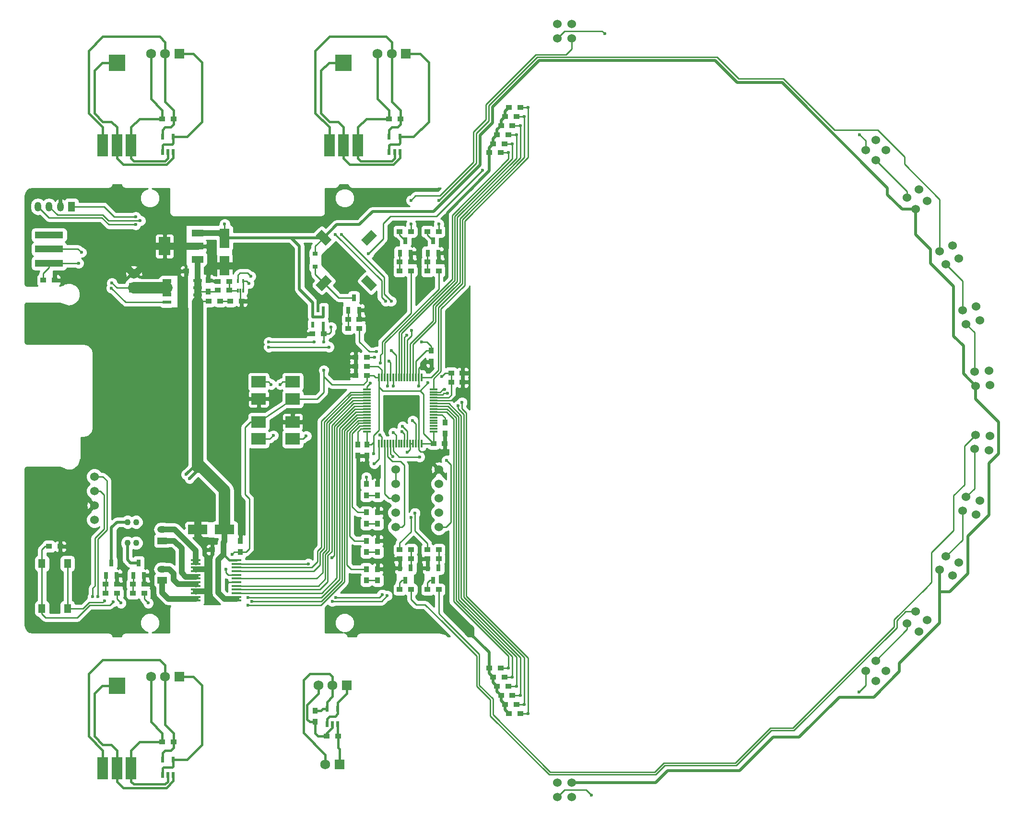
<source format=gtl>
G04 #@! TF.FileFunction,Copper,L1,Top,Signal*
%FSLAX46Y46*%
G04 Gerber Fmt 4.6, Leading zero omitted, Abs format (unit mm)*
G04 Created by KiCad (PCBNEW 4.0.1-stable) date 2018/11/10 20:41:03*
%MOMM*%
G01*
G04 APERTURE LIST*
%ADD10C,0.100000*%
%ADD11R,1.000000X0.900000*%
%ADD12R,1.750000X1.750000*%
%ADD13C,1.750000*%
%ADD14R,1.900000X4.000000*%
%ADD15R,3.000000X3.000000*%
%ADD16R,0.500000X1.100000*%
%ADD17R,0.900000X1.000000*%
%ADD18R,0.900000X0.800000*%
%ADD19R,1.200000X1.700000*%
%ADD20O,1.200000X1.700000*%
%ADD21R,1.700000X1.200000*%
%ADD22O,1.700000X1.200000*%
%ADD23R,0.800000X1.200000*%
%ADD24R,5.000000X1.200000*%
%ADD25R,1.300000X1.550000*%
%ADD26R,1.400000X0.300000*%
%ADD27R,0.300000X1.400000*%
%ADD28R,0.300000X0.700000*%
%ADD29R,1.750000X0.450000*%
%ADD30R,2.150000X3.250000*%
%ADD31R,2.150000X1.300000*%
%ADD32C,1.524000*%
%ADD33R,1.550000X0.600000*%
%ADD34R,2.500000X2.000000*%
%ADD35C,1.100000*%
%ADD36R,1.700000X3.400000*%
%ADD37R,3.400000X1.700000*%
%ADD38C,0.600000*%
%ADD39C,0.250000*%
%ADD40C,0.500000*%
%ADD41C,1.300000*%
%ADD42C,1.000000*%
%ADD43C,0.400000*%
%ADD44C,2.000000*%
%ADD45C,0.254000*%
G04 APERTURE END LIST*
D10*
D11*
X90000000Y-48500000D03*
X92000000Y-48500000D03*
D12*
X93000000Y-37000000D03*
D13*
X90500000Y-37000000D03*
X88000000Y-37000000D03*
D14*
X82000000Y-53200000D03*
X79500000Y-53200000D03*
X84500000Y-53200000D03*
D15*
X82000000Y-38600000D03*
D16*
X90050000Y-54350000D03*
X91000000Y-54350000D03*
X91950000Y-54350000D03*
X91950000Y-51650000D03*
X90050000Y-51650000D03*
X50050000Y-54350000D03*
X51000000Y-54350000D03*
X51950000Y-54350000D03*
X51950000Y-51650000D03*
X50050000Y-51650000D03*
D14*
X42000000Y-53200000D03*
X39500000Y-53200000D03*
X44500000Y-53200000D03*
D15*
X42000000Y-38600000D03*
D12*
X53000000Y-37000000D03*
D13*
X50500000Y-37000000D03*
X48000000Y-37000000D03*
D11*
X50000000Y-48500000D03*
X52000000Y-48500000D03*
D17*
X99900000Y-102100000D03*
X99900000Y-104100000D03*
D11*
X101000000Y-93400000D03*
X103000000Y-93400000D03*
X101000000Y-95000000D03*
X103000000Y-95000000D03*
D17*
X97500000Y-89400000D03*
X97500000Y-91400000D03*
D11*
X97850000Y-105850000D03*
X99850000Y-105850000D03*
X86100000Y-92200000D03*
X84100000Y-92200000D03*
X56200000Y-75400000D03*
X54200000Y-75400000D03*
X86100000Y-93800000D03*
X84100000Y-93800000D03*
D17*
X58100000Y-77000000D03*
X58100000Y-79000000D03*
X86100000Y-106000000D03*
X86100000Y-108000000D03*
X84500000Y-106000000D03*
X84500000Y-108000000D03*
X63800000Y-125000000D03*
X63800000Y-123000000D03*
D11*
X60800000Y-124600000D03*
X58800000Y-124600000D03*
X78500000Y-86500000D03*
X76500000Y-86500000D03*
D18*
X77000000Y-72350000D03*
X77000000Y-74650000D03*
D19*
X34000000Y-64000000D03*
D20*
X32000000Y-64000000D03*
X30000000Y-64000000D03*
X28000000Y-64000000D03*
D12*
X45000000Y-78365000D03*
D13*
X45000000Y-75865000D03*
D21*
X50000000Y-130000000D03*
D22*
X50000000Y-128000000D03*
D21*
X50000000Y-123000000D03*
D22*
X50000000Y-121000000D03*
D23*
X82850000Y-82300000D03*
X84750000Y-82300000D03*
X83800000Y-80100000D03*
X91950000Y-72200000D03*
X93850000Y-72200000D03*
X92900000Y-70000000D03*
X96850000Y-72200000D03*
X98750000Y-72200000D03*
X97800000Y-70000000D03*
X98750000Y-127800000D03*
X96850000Y-127800000D03*
X97800000Y-130000000D03*
X93850000Y-127800000D03*
X91950000Y-127800000D03*
X92900000Y-130000000D03*
D17*
X88000000Y-130000000D03*
X88000000Y-128000000D03*
X88000000Y-125000000D03*
X88000000Y-123000000D03*
X88000000Y-120000000D03*
X88000000Y-118000000D03*
X88000000Y-115000000D03*
X88000000Y-113000000D03*
D11*
X32000000Y-124000000D03*
X30000000Y-124000000D03*
X29000000Y-77000000D03*
X31000000Y-77000000D03*
X59800000Y-77200000D03*
X61800000Y-77200000D03*
X61800000Y-78800000D03*
X59800000Y-78800000D03*
X86100000Y-90600000D03*
X84100000Y-90600000D03*
X58200000Y-80700000D03*
X60200000Y-80700000D03*
X84800000Y-85500000D03*
X82800000Y-85500000D03*
X82800000Y-83900000D03*
X84800000Y-83900000D03*
X91900000Y-75400000D03*
X93900000Y-75400000D03*
X96800000Y-75400000D03*
X98800000Y-75400000D03*
X98800000Y-124600000D03*
X96800000Y-124600000D03*
X93900000Y-124600000D03*
X91900000Y-124600000D03*
X91900000Y-73800000D03*
X93900000Y-73800000D03*
X96800000Y-73800000D03*
X98800000Y-73800000D03*
X98800000Y-126200000D03*
X96800000Y-126200000D03*
X93900000Y-126200000D03*
X91900000Y-126200000D03*
X91900000Y-68400000D03*
X93900000Y-68400000D03*
X96800000Y-68400000D03*
X98800000Y-68400000D03*
X96800000Y-131600000D03*
X98800000Y-131600000D03*
X91900000Y-131600000D03*
X93900000Y-131600000D03*
X111800000Y-49700000D03*
X109800000Y-49700000D03*
X112500000Y-48100000D03*
X110500000Y-48100000D03*
X113200000Y-46500000D03*
X111200000Y-46500000D03*
X109700000Y-54500000D03*
X107700000Y-54500000D03*
X110400000Y-52900000D03*
X108400000Y-52900000D03*
X111100000Y-51300000D03*
X109100000Y-51300000D03*
X111100000Y-148700000D03*
X109100000Y-148700000D03*
X110400000Y-147100000D03*
X108400000Y-147100000D03*
X109700000Y-145500000D03*
X107700000Y-145500000D03*
X113200000Y-153500000D03*
X111200000Y-153500000D03*
X112500000Y-151900000D03*
X110500000Y-151900000D03*
X111800000Y-150300000D03*
X109800000Y-150300000D03*
D16*
X78450000Y-82150000D03*
X77500000Y-82150000D03*
X76550000Y-82150000D03*
X76550000Y-84850000D03*
X78450000Y-84850000D03*
D24*
X30000000Y-74000000D03*
X30000000Y-71500000D03*
X30000000Y-69000000D03*
D25*
X33250000Y-127025000D03*
X33250000Y-134975000D03*
X28750000Y-127025000D03*
X28750000Y-134975000D03*
D26*
X97850000Y-103750000D03*
X97850000Y-103250000D03*
X97850000Y-102750000D03*
X97850000Y-102250000D03*
X97850000Y-101750000D03*
X97850000Y-101250000D03*
X97850000Y-100750000D03*
X97850000Y-100250000D03*
X97850000Y-99750000D03*
X97850000Y-99250000D03*
X97850000Y-98750000D03*
X97850000Y-98250000D03*
X97850000Y-97750000D03*
X97850000Y-97250000D03*
X97850000Y-96750000D03*
X97850000Y-96250000D03*
D27*
X95750000Y-94150000D03*
X95250000Y-94150000D03*
X94750000Y-94150000D03*
X94250000Y-94150000D03*
X93750000Y-94150000D03*
X93250000Y-94150000D03*
X92750000Y-94150000D03*
X92250000Y-94150000D03*
X91750000Y-94150000D03*
X91250000Y-94150000D03*
X90750000Y-94150000D03*
X90250000Y-94150000D03*
X89750000Y-94150000D03*
X89250000Y-94150000D03*
X88750000Y-94150000D03*
X88250000Y-94150000D03*
D26*
X86150000Y-96250000D03*
X86150000Y-96750000D03*
X86150000Y-97250000D03*
X86150000Y-97750000D03*
X86150000Y-98250000D03*
X86150000Y-98750000D03*
X86150000Y-99250000D03*
X86150000Y-99750000D03*
X86150000Y-100250000D03*
X86150000Y-100750000D03*
X86150000Y-101250000D03*
X86150000Y-101750000D03*
X86150000Y-102250000D03*
X86150000Y-102750000D03*
X86150000Y-103250000D03*
X86150000Y-103750000D03*
D27*
X88250000Y-105850000D03*
X88750000Y-105850000D03*
X89250000Y-105850000D03*
X89750000Y-105850000D03*
X90250000Y-105850000D03*
X90750000Y-105850000D03*
X91250000Y-105850000D03*
X91750000Y-105850000D03*
X92250000Y-105850000D03*
X92750000Y-105850000D03*
X93250000Y-105850000D03*
X93750000Y-105850000D03*
X94250000Y-105850000D03*
X94750000Y-105850000D03*
X95250000Y-105850000D03*
X95750000Y-105850000D03*
D28*
X63300000Y-78850000D03*
X63800000Y-78850000D03*
X64300000Y-78850000D03*
X64300000Y-77150000D03*
X63300000Y-77150000D03*
D29*
X55900000Y-126425000D03*
X55900000Y-127075000D03*
X55900000Y-127725000D03*
X55900000Y-128375000D03*
X55900000Y-129025000D03*
X55900000Y-129675000D03*
X55900000Y-130325000D03*
X55900000Y-130975000D03*
X55900000Y-131625000D03*
X55900000Y-132275000D03*
X55900000Y-132925000D03*
X55900000Y-133575000D03*
X63100000Y-133575000D03*
X63100000Y-132925000D03*
X63100000Y-132275000D03*
X63100000Y-131625000D03*
X63100000Y-130975000D03*
X63100000Y-130325000D03*
X63100000Y-129675000D03*
X63100000Y-129025000D03*
X63100000Y-128375000D03*
X63100000Y-127725000D03*
X63100000Y-127075000D03*
X63100000Y-126425000D03*
D30*
X50400000Y-71000000D03*
D31*
X56200000Y-71000000D03*
X56200000Y-68700000D03*
X56200000Y-73300000D03*
D32*
X91190000Y-115500000D03*
X91190000Y-112960000D03*
X91190000Y-110420000D03*
X91190000Y-118040000D03*
X91190000Y-120580000D03*
X98810000Y-120580000D03*
X98810000Y-118040000D03*
X98810000Y-115500000D03*
X98810000Y-112960000D03*
X98810000Y-110420000D03*
X195907134Y-107040978D03*
X196128510Y-104510644D03*
X193376800Y-106819602D03*
X193598176Y-104289268D03*
X185013648Y-63029413D03*
X183556764Y-60948767D03*
X182933002Y-64486297D03*
X181476118Y-62405651D03*
X177757992Y-54038059D03*
X175961941Y-52242008D03*
X175961941Y-55834110D03*
X174165890Y-54038059D03*
X119730000Y-31730000D03*
X119730000Y-34270000D03*
X122270000Y-31730000D03*
X122270000Y-34270000D03*
X196128510Y-95489356D03*
X195907134Y-92959022D03*
X193598176Y-95710732D03*
X193376800Y-93180398D03*
X194340605Y-84074788D03*
X193683205Y-81621336D03*
X191887153Y-84732188D03*
X191229753Y-82278736D03*
X190597742Y-73144099D03*
X189524292Y-70842077D03*
X188295720Y-74217549D03*
X187222270Y-71915527D03*
X189524292Y-129157923D03*
X190597742Y-126855901D03*
X187222270Y-128084473D03*
X188295720Y-125782451D03*
X193683205Y-118378664D03*
X194340605Y-115925212D03*
X191229753Y-117721264D03*
X191887153Y-115267812D03*
X119730000Y-165730000D03*
X119730000Y-168270000D03*
X122270000Y-165730000D03*
X122270000Y-168270000D03*
X175961941Y-147757992D03*
X177757992Y-145961941D03*
X174165890Y-145961941D03*
X175961941Y-144165890D03*
X183556764Y-139051233D03*
X185013648Y-136970587D03*
X181476118Y-137594349D03*
X182933002Y-135513703D03*
D10*
G36*
X78853553Y-70914214D02*
X77085786Y-69146447D01*
X78146447Y-68085786D01*
X79914214Y-69853553D01*
X78853553Y-70914214D01*
X78853553Y-70914214D01*
G37*
G36*
X78146447Y-78914214D02*
X77085786Y-77853553D01*
X78853553Y-76085786D01*
X79914214Y-77146447D01*
X78146447Y-78914214D01*
X78146447Y-78914214D01*
G37*
G36*
X86853553Y-78914214D02*
X85085786Y-77146447D01*
X86146447Y-76085786D01*
X87914214Y-77853553D01*
X86853553Y-78914214D01*
X86853553Y-78914214D01*
G37*
G36*
X86146447Y-70914214D02*
X85085786Y-69853553D01*
X86853553Y-68085786D01*
X87914214Y-69146447D01*
X86146447Y-70914214D01*
X86146447Y-70914214D01*
G37*
D33*
X50800000Y-77095000D03*
X50800000Y-78365000D03*
X50800000Y-79635000D03*
X50800000Y-80905000D03*
X56200000Y-80905000D03*
X56200000Y-79635000D03*
X56200000Y-78365000D03*
X56200000Y-77095000D03*
D32*
X38000000Y-119310000D03*
X38000000Y-116770000D03*
X38000000Y-114230000D03*
X38000000Y-111690000D03*
D34*
X73000000Y-97960000D03*
X67000000Y-97960000D03*
X67000000Y-94960000D03*
X73000000Y-94960000D03*
X67000000Y-102040000D03*
X73000000Y-102040000D03*
X73000000Y-105040000D03*
X67000000Y-105040000D03*
D35*
X45350000Y-119700000D03*
X43850000Y-119700000D03*
X45350000Y-123400000D03*
X43850000Y-123400000D03*
D23*
X40050000Y-129100000D03*
X41950000Y-129100000D03*
X41000000Y-126900000D03*
X44850000Y-129100000D03*
X46750000Y-129100000D03*
X45800000Y-126900000D03*
D11*
X42000000Y-132300000D03*
X40000000Y-132300000D03*
X40000000Y-130700000D03*
X42000000Y-130700000D03*
X46800000Y-132300000D03*
X44800000Y-132300000D03*
X44800000Y-130700000D03*
X46800000Y-130700000D03*
D36*
X61000000Y-69600000D03*
X61000000Y-74400000D03*
D37*
X61000000Y-121000000D03*
X56200000Y-121000000D03*
D17*
X86000000Y-130000000D03*
X86000000Y-128000000D03*
X86000000Y-125000000D03*
X86000000Y-123000000D03*
X86000000Y-120000000D03*
X86000000Y-118000000D03*
X86000000Y-115000000D03*
X86000000Y-113000000D03*
D11*
X64000000Y-80700000D03*
X62000000Y-80700000D03*
X50000000Y-158500000D03*
X52000000Y-158500000D03*
D17*
X77000000Y-155000000D03*
X77000000Y-153000000D03*
D12*
X53000000Y-147000000D03*
D13*
X50500000Y-147000000D03*
X48000000Y-147000000D03*
D12*
X81270000Y-162500000D03*
D13*
X78770000Y-162500000D03*
D12*
X82540000Y-148500000D03*
D13*
X80040000Y-148500000D03*
X77540000Y-148500000D03*
D11*
X81000000Y-157500000D03*
X79000000Y-157500000D03*
D14*
X42000000Y-163200000D03*
X39500000Y-163200000D03*
X44500000Y-163200000D03*
D15*
X42000000Y-148600000D03*
D16*
X50050000Y-164350000D03*
X51000000Y-164350000D03*
X51950000Y-164350000D03*
X51950000Y-161650000D03*
X50050000Y-161650000D03*
X79050000Y-155350000D03*
X80000000Y-155350000D03*
X80950000Y-155350000D03*
X80950000Y-152650000D03*
X79050000Y-152650000D03*
D38*
X76000000Y-92500000D03*
X73000000Y-92500000D03*
X70000000Y-92500000D03*
X67000000Y-92500000D03*
X76000000Y-96000000D03*
X76000000Y-90500000D03*
X73000000Y-90500000D03*
X70000000Y-90500000D03*
X67000000Y-90500000D03*
X70500000Y-86500000D03*
X73500000Y-86500000D03*
X75000000Y-84000000D03*
X72000000Y-75000000D03*
X69000000Y-75000000D03*
X69000000Y-78000000D03*
X72000000Y-78000000D03*
X72000000Y-81000000D03*
X69000000Y-81000000D03*
X69000000Y-84000000D03*
X63000000Y-72000000D03*
X66000000Y-72000000D03*
X69000000Y-72000000D03*
X72000000Y-72000000D03*
X72000000Y-84000000D03*
X27000000Y-66500000D03*
X26500000Y-77000000D03*
X27000000Y-62000000D03*
X53500000Y-83000000D03*
X53500000Y-80000000D03*
X53500000Y-77000000D03*
X33000000Y-76000000D03*
X36000000Y-76000000D03*
X48000000Y-126500000D03*
X51000000Y-125500000D03*
X46000000Y-125000000D03*
X48000000Y-123500000D03*
X48000000Y-129100000D03*
X42500000Y-121500000D03*
X45000000Y-121500000D03*
X48100000Y-130700000D03*
X43300000Y-130700000D03*
X43300000Y-129100000D03*
X43000000Y-127500000D03*
X33000000Y-122000000D03*
X30000000Y-122000000D03*
X27000000Y-122000000D03*
X27000000Y-125000000D03*
X27000000Y-129000000D03*
X27000000Y-132000000D03*
X27000000Y-138000000D03*
X30000000Y-138500000D03*
X33000000Y-138500000D03*
X36000000Y-138500000D03*
X38000000Y-138500000D03*
X41000000Y-138500000D03*
X44000000Y-138500000D03*
X38000000Y-136500000D03*
X41000000Y-136500000D03*
X44000000Y-136500000D03*
X96000000Y-91800000D03*
X99900000Y-105000000D03*
X43000000Y-113000000D03*
X43000000Y-116000000D03*
X42000000Y-118000000D03*
X88000000Y-63000000D03*
X91500000Y-63000000D03*
X91500000Y-61500000D03*
X88000000Y-61500000D03*
X84500000Y-61500000D03*
X84000000Y-65000000D03*
X79500000Y-61500000D03*
X79000000Y-66500000D03*
X75000000Y-66500000D03*
X71000000Y-66500000D03*
X67000000Y-66500000D03*
X63000000Y-66500000D03*
X50000000Y-62000000D03*
X50000000Y-64000000D03*
X42000000Y-64000000D03*
X45000000Y-64000000D03*
X45000000Y-62000000D03*
X42000000Y-62000000D03*
X39000000Y-62000000D03*
X36000000Y-62000000D03*
X32000000Y-62000000D03*
X31000000Y-135000000D03*
X31000000Y-132000000D03*
X31000000Y-129000000D03*
X31000000Y-126000000D03*
X100000000Y-122500000D03*
X97000000Y-121500000D03*
X96500000Y-119500000D03*
X96500000Y-116000000D03*
X96500000Y-113000000D03*
X96500000Y-110000000D03*
X103800000Y-138400000D03*
X102100000Y-136700000D03*
X100300000Y-134900000D03*
X99600000Y-129800000D03*
X89000000Y-84000000D03*
X90000000Y-71000000D03*
X88000000Y-73000000D03*
X90000000Y-75000000D03*
X91500000Y-78500000D03*
X92500000Y-81000000D03*
X82500000Y-73500000D03*
X81000000Y-72000000D03*
X79000000Y-74000000D03*
X80500000Y-75500000D03*
X86500000Y-81500000D03*
X86500000Y-86500000D03*
X86500000Y-84000000D03*
X82000000Y-78750000D03*
X84000000Y-77500000D03*
X95400000Y-67000000D03*
X97400000Y-66900000D03*
X94500000Y-70500000D03*
X96000000Y-70500000D03*
X95200000Y-73800000D03*
X95500000Y-79500000D03*
X97500000Y-77000000D03*
X95500000Y-77000000D03*
X100000000Y-73800000D03*
X99900000Y-76600000D03*
X99900000Y-69800000D03*
X99900000Y-70700000D03*
X82500000Y-93000000D03*
X80000000Y-93000000D03*
X80000000Y-90500000D03*
X82500000Y-90500000D03*
X77900000Y-80300000D03*
X75700000Y-71000000D03*
X75700000Y-77000000D03*
X76400000Y-78800000D03*
X103000000Y-91000000D03*
X101000000Y-91000000D03*
X101000000Y-88000000D03*
X103000000Y-88000000D03*
X103000000Y-85000000D03*
X101000000Y-85000000D03*
X101000000Y-82000000D03*
X103000000Y-82000000D03*
X103750000Y-79750000D03*
X103800000Y-96500000D03*
X94500000Y-99500000D03*
X93000000Y-99500000D03*
X93000000Y-98000000D03*
X94500000Y-98000000D03*
X94300000Y-122900000D03*
X95500000Y-129600000D03*
X95500000Y-127800000D03*
X97400000Y-133400000D03*
X95400000Y-132900000D03*
X91500000Y-133500000D03*
X80000000Y-138500000D03*
X80000000Y-136000000D03*
X84000000Y-129500000D03*
X84000000Y-131500000D03*
X85000000Y-138000000D03*
X88000000Y-138000000D03*
X91000000Y-138000000D03*
X96000000Y-138000000D03*
X94000000Y-136000000D03*
X91000000Y-136000000D03*
X88000000Y-136000000D03*
X85000000Y-136000000D03*
X84000000Y-124500000D03*
X84400000Y-119400000D03*
X84500000Y-121500000D03*
X88000000Y-126700000D03*
X84000000Y-126500000D03*
X76000000Y-117000000D03*
X73000000Y-117000000D03*
X70000000Y-117000000D03*
X67000000Y-117000000D03*
X67000000Y-120000000D03*
X70000000Y-120000000D03*
X73000000Y-120000000D03*
X76000000Y-120000000D03*
X67000000Y-123000000D03*
X70000000Y-123000000D03*
X73000000Y-123000000D03*
X76000000Y-123000000D03*
X76000000Y-125500000D03*
X73000000Y-125500000D03*
X70000000Y-125500000D03*
X67000000Y-125500000D03*
X67000000Y-114000000D03*
X70000000Y-114000000D03*
X73000000Y-114000000D03*
X76000000Y-114000000D03*
X67000000Y-108000000D03*
X67000000Y-111000000D03*
X70000000Y-111000000D03*
X70000000Y-108000000D03*
X73000000Y-108000000D03*
X73000000Y-111000000D03*
X76000000Y-111000000D03*
X76000000Y-108000000D03*
X76000000Y-101000000D03*
X81000000Y-97000000D03*
X79500000Y-98000000D03*
X78000000Y-99500000D03*
X58500000Y-71000000D03*
X58500000Y-75250000D03*
X58750000Y-72750000D03*
X62000000Y-107000000D03*
X62000000Y-104000000D03*
X64000000Y-83000000D03*
X59000000Y-83000000D03*
X59000000Y-86000000D03*
X64000000Y-86000000D03*
X64000000Y-89000000D03*
X59000000Y-89000000D03*
X59000000Y-92000000D03*
X64000000Y-92000000D03*
X64000000Y-121000000D03*
X63500000Y-118500000D03*
X63500000Y-116000000D03*
X63000000Y-113000000D03*
X62000000Y-111000000D03*
X60000000Y-109000000D03*
X59000000Y-107000000D03*
X59000000Y-104000000D03*
X59000000Y-101000000D03*
X64000000Y-101000000D03*
X64000000Y-98000000D03*
X59000000Y-98000000D03*
X59000000Y-95000000D03*
X64000000Y-95000000D03*
X47000000Y-74000000D03*
X43500000Y-74500000D03*
X41000000Y-75000000D03*
X47000000Y-75500000D03*
X52000000Y-75500000D03*
X50000000Y-75500000D03*
X53000000Y-72000000D03*
X53000000Y-73000000D03*
X53000000Y-74000000D03*
X50000000Y-74000000D03*
X53000000Y-69000000D03*
X53000000Y-70000000D03*
X53000000Y-71000000D03*
X36000000Y-117000000D03*
X33000000Y-117000000D03*
X30000000Y-117000000D03*
X27000000Y-117000000D03*
X27000000Y-120000000D03*
X30000000Y-120000000D03*
X33000000Y-120000000D03*
X36000000Y-120000000D03*
X37000000Y-107000000D03*
X37000000Y-110000000D03*
X36000000Y-114000000D03*
X33000000Y-114000000D03*
X33000000Y-111000000D03*
X30000000Y-111000000D03*
X30000000Y-114000000D03*
X27000000Y-114000000D03*
X27000000Y-111000000D03*
X36000000Y-132000000D03*
X36000000Y-129000000D03*
X36000000Y-126000000D03*
X36000000Y-123000000D03*
X40000000Y-110000000D03*
X40000000Y-98000000D03*
X40000000Y-101000000D03*
X40000000Y-104000000D03*
X40000000Y-107000000D03*
X40000000Y-95000000D03*
X40000000Y-92000000D03*
X40000000Y-89000000D03*
X40000000Y-86000000D03*
X37000000Y-86000000D03*
X34000000Y-86000000D03*
X31000000Y-86000000D03*
X28000000Y-86000000D03*
X28000000Y-83000000D03*
X31000000Y-83000000D03*
X34000000Y-83000000D03*
X37000000Y-83000000D03*
X37000000Y-80000000D03*
X40000000Y-80000000D03*
X43000000Y-89000000D03*
X43000000Y-86000000D03*
X43000000Y-83000000D03*
X40000000Y-83000000D03*
X43000000Y-92000000D03*
X43000000Y-95000000D03*
X43000000Y-98000000D03*
X43000000Y-101000000D03*
X43000000Y-104000000D03*
X43000000Y-107000000D03*
X43000000Y-110000000D03*
X46000000Y-92000000D03*
X49000000Y-92000000D03*
X52000000Y-92000000D03*
X52000000Y-89000000D03*
X49000000Y-89000000D03*
X46000000Y-89000000D03*
X46000000Y-110000000D03*
X46000000Y-107000000D03*
X46000000Y-104000000D03*
X46000000Y-101000000D03*
X46000000Y-95000000D03*
X49000000Y-95000000D03*
X52000000Y-95000000D03*
X52000000Y-98000000D03*
X49000000Y-98000000D03*
X46000000Y-98000000D03*
X46000000Y-83000000D03*
X49000000Y-83000000D03*
X52000000Y-83000000D03*
X52000000Y-86000000D03*
X49000000Y-86000000D03*
X46000000Y-86000000D03*
X49000000Y-107000000D03*
X49000000Y-104000000D03*
X49000000Y-101000000D03*
X52000000Y-101000000D03*
X52000000Y-104000000D03*
X52000000Y-107000000D03*
X52000000Y-110000000D03*
X49000000Y-110000000D03*
X49000000Y-119000000D03*
X49000000Y-116000000D03*
X52000000Y-116000000D03*
X52000000Y-119000000D03*
X55000000Y-119000000D03*
X55000000Y-116000000D03*
X56000000Y-113000000D03*
X58000000Y-116000000D03*
X58000000Y-119000000D03*
X38000000Y-72000000D03*
X41000000Y-72000000D03*
X44000000Y-72000000D03*
X47000000Y-72000000D03*
X34000000Y-70000000D03*
X36000000Y-68000000D03*
X38000000Y-69000000D03*
X41000000Y-69000000D03*
X44000000Y-69000000D03*
X47000000Y-69000000D03*
X88000000Y-121700000D03*
X88000000Y-116700000D03*
X87700000Y-111200000D03*
X85000000Y-109700000D03*
X95250000Y-95700000D03*
X58100000Y-126200000D03*
X58100000Y-127200000D03*
X58100000Y-130200000D03*
X58100000Y-129200000D03*
X58100000Y-128200000D03*
X61300000Y-130300000D03*
X97500000Y-92700000D03*
X86400000Y-72300000D03*
X106500000Y-57600000D03*
X79800000Y-85300000D03*
X95800000Y-87900000D03*
X88800000Y-132500000D03*
X80600000Y-133000000D03*
X39800000Y-133600000D03*
X65600000Y-76300000D03*
X68800000Y-87900000D03*
X76800000Y-87900000D03*
X61200000Y-128000000D03*
X62300000Y-125400000D03*
X99300000Y-94000000D03*
X96900000Y-95100000D03*
X87300000Y-107600000D03*
X78500000Y-87900000D03*
X78500000Y-92900000D03*
X128100000Y-33500000D03*
X125700000Y-167900000D03*
X54800000Y-112000000D03*
X54200000Y-111300000D03*
X45300000Y-65800000D03*
X61000000Y-67100000D03*
X86000000Y-111800000D03*
X87400000Y-109400000D03*
X81600000Y-68900000D03*
X90400000Y-80700000D03*
X94000000Y-85900000D03*
X46100000Y-66500000D03*
X45300000Y-67200000D03*
X80500000Y-68900000D03*
X89400000Y-80700000D03*
X93100000Y-86700000D03*
X35700000Y-72100000D03*
X41100000Y-77500000D03*
X41300000Y-133800000D03*
X80000000Y-133700000D03*
X89700000Y-132700000D03*
X93200000Y-107400000D03*
X35200000Y-74000000D03*
X41000000Y-78400000D03*
X87500000Y-90600000D03*
X90000000Y-91300000D03*
X87800000Y-89600000D03*
X94200000Y-101800000D03*
X94600000Y-118100000D03*
X90750000Y-95700000D03*
X93900000Y-118900000D03*
X89750000Y-95700000D03*
X93900000Y-62900000D03*
X93900000Y-67100000D03*
X98800000Y-67100000D03*
X98800000Y-62900000D03*
X113200000Y-49700000D03*
X113900000Y-48100000D03*
X114600000Y-46500000D03*
X111100000Y-54500000D03*
X111800000Y-52900000D03*
X112500000Y-51300000D03*
X112500000Y-148700000D03*
X111800000Y-147100000D03*
X111100000Y-145500000D03*
X102900000Y-98600000D03*
X99800000Y-96300000D03*
X114600000Y-153500000D03*
X102200000Y-99200000D03*
X100300000Y-97000000D03*
X113900000Y-151900000D03*
X113200000Y-150300000D03*
X68800000Y-88800000D03*
X79400000Y-88800000D03*
X90400000Y-89400000D03*
X65300000Y-77600000D03*
X79900000Y-126000000D03*
X75760000Y-127070000D03*
X100200000Y-108800000D03*
X95400000Y-108200000D03*
X90700000Y-108100000D03*
X173100000Y-51300000D03*
X173000000Y-149700000D03*
X65800000Y-133700000D03*
X38600000Y-132900000D03*
X65100000Y-134400000D03*
X37700000Y-132900000D03*
X92300000Y-103700000D03*
X69200000Y-95400000D03*
X70800000Y-95400000D03*
X92400000Y-102800000D03*
X75400000Y-104500000D03*
X88400000Y-104300000D03*
X69600000Y-104400000D03*
X90800000Y-103900000D03*
X88500000Y-91600000D03*
X86700000Y-95200000D03*
X65100000Y-133000000D03*
X42700000Y-134000000D03*
X47500000Y-134000000D03*
D39*
X99900000Y-102100000D02*
X99900000Y-101300000D01*
X99350000Y-100750000D02*
X97850000Y-100750000D01*
X99900000Y-101300000D02*
X99350000Y-100750000D01*
X73000000Y-92500000D02*
X76000000Y-92500000D01*
X70000000Y-92500000D02*
X67000000Y-92500000D01*
X73000000Y-90500000D02*
X76000000Y-90500000D01*
X67000000Y-90500000D02*
X70000000Y-90500000D01*
X76500000Y-86500000D02*
X73500000Y-86500000D01*
X76500000Y-86500000D02*
X74500000Y-86500000D01*
X75000000Y-86000000D02*
X75000000Y-84000000D01*
X74500000Y-86500000D02*
X75000000Y-86000000D01*
X69000000Y-75000000D02*
X69000000Y-78000000D01*
X72000000Y-78000000D02*
X72000000Y-81000000D01*
X69000000Y-81000000D02*
X69000000Y-84000000D01*
X63000000Y-72000000D02*
X64000000Y-73000000D01*
X66000000Y-72000000D02*
X69000000Y-72000000D01*
X72000000Y-72000000D02*
X72000000Y-75000000D01*
X54200000Y-75400000D02*
X54200000Y-76300000D01*
X53500000Y-80000000D02*
X53500000Y-83000000D01*
X54200000Y-76300000D02*
X53500000Y-77000000D01*
D40*
X107700000Y-145500000D02*
X107700000Y-146400000D01*
X107700000Y-146400000D02*
X108400000Y-147100000D01*
D39*
X36000000Y-76000000D02*
X33000000Y-76000000D01*
X48000000Y-123500000D02*
X48000000Y-123000000D01*
X51000000Y-125500000D02*
X50500000Y-125000000D01*
X50500000Y-125000000D02*
X46000000Y-125000000D01*
X46750000Y-129100000D02*
X48000000Y-129100000D01*
X48000000Y-129100000D02*
X48000000Y-126500000D01*
X46500000Y-121500000D02*
X45000000Y-121500000D01*
X48000000Y-123000000D02*
X46500000Y-121500000D01*
X46800000Y-130700000D02*
X48100000Y-130700000D01*
X42000000Y-130700000D02*
X43300000Y-130700000D01*
X41950000Y-129100000D02*
X43300000Y-129100000D01*
X44000000Y-138500000D02*
X44000000Y-136500000D01*
X33000000Y-122000000D02*
X30000000Y-122000000D01*
X27000000Y-122000000D02*
X27000000Y-125000000D01*
X27000000Y-129000000D02*
X27000000Y-132000000D01*
X27000000Y-138000000D02*
X27500000Y-138500000D01*
X27500000Y-138500000D02*
X30000000Y-138500000D01*
X33000000Y-138500000D02*
X36000000Y-138500000D01*
X38000000Y-138500000D02*
X41000000Y-138500000D01*
X41000000Y-136500000D02*
X38000000Y-136500000D01*
X95250000Y-105850000D02*
X95250000Y-106950000D01*
X95600000Y-107300000D02*
X96500000Y-107300000D01*
X95250000Y-106950000D02*
X95600000Y-107300000D01*
X97500000Y-91400000D02*
X96400000Y-91400000D01*
X96400000Y-91400000D02*
X96000000Y-91800000D01*
X99900000Y-104100000D02*
X99900000Y-105000000D01*
X43000000Y-113000000D02*
X43000000Y-116000000D01*
X91500000Y-63000000D02*
X88000000Y-63000000D01*
X88000000Y-61500000D02*
X91500000Y-61500000D01*
X84500000Y-64500000D02*
X84500000Y-61500000D01*
X84000000Y-65000000D02*
X84500000Y-64500000D01*
X50000000Y-64000000D02*
X50000000Y-65600000D01*
X75000000Y-66500000D02*
X79000000Y-66500000D01*
X67000000Y-66500000D02*
X71000000Y-66500000D01*
X62400000Y-65900000D02*
X63000000Y-66500000D01*
X50300000Y-65900000D02*
X62400000Y-65900000D01*
X50000000Y-65600000D02*
X50300000Y-65900000D01*
X45000000Y-64000000D02*
X46000000Y-64000000D01*
X49000000Y-65000000D02*
X50000000Y-64000000D01*
X47000000Y-65000000D02*
X49000000Y-65000000D01*
X46000000Y-64000000D02*
X47000000Y-65000000D01*
X32000000Y-64000000D02*
X32000000Y-62000000D01*
X45000000Y-64000000D02*
X42000000Y-64000000D01*
X42000000Y-62000000D02*
X45000000Y-62000000D01*
X36000000Y-62000000D02*
X39000000Y-62000000D01*
X32000000Y-124000000D02*
X32000000Y-125000000D01*
X31000000Y-129000000D02*
X31000000Y-132000000D01*
X32000000Y-125000000D02*
X31000000Y-126000000D01*
X100000000Y-122500000D02*
X100000000Y-123100000D01*
X97000000Y-120000000D02*
X97000000Y-121500000D01*
X96500000Y-119500000D02*
X97000000Y-120000000D01*
X96500000Y-113000000D02*
X96500000Y-116000000D01*
X97000000Y-109500000D02*
X96500000Y-110000000D01*
X98000000Y-109500000D02*
X97000000Y-109500000D01*
X98810000Y-110310000D02*
X98000000Y-109500000D01*
X100300000Y-134900000D02*
X102100000Y-136700000D01*
X100300000Y-129100000D02*
X99600000Y-129800000D01*
X100300000Y-123400000D02*
X100300000Y-129100000D01*
X100000000Y-123100000D02*
X100300000Y-123400000D01*
X89000000Y-84000000D02*
X89500000Y-84000000D01*
X88000000Y-73000000D02*
X90000000Y-71000000D01*
X90500000Y-75500000D02*
X90000000Y-75000000D01*
X90500000Y-77500000D02*
X90500000Y-75500000D01*
X91500000Y-78500000D02*
X90500000Y-77500000D01*
X89500000Y-84000000D02*
X92500000Y-81000000D01*
X84000000Y-77500000D02*
X82500000Y-77500000D01*
X79000000Y-74000000D02*
X81000000Y-72000000D01*
X82500000Y-77500000D02*
X80500000Y-75500000D01*
X84800000Y-83900000D02*
X86400000Y-83900000D01*
X86500000Y-86500000D02*
X89000000Y-84000000D01*
X86400000Y-83900000D02*
X86500000Y-84000000D01*
X86500000Y-81500000D02*
X89000000Y-84000000D01*
X82750000Y-78750000D02*
X82000000Y-78750000D01*
X84000000Y-77500000D02*
X82750000Y-78750000D01*
X96000000Y-70100000D02*
X95400000Y-69500000D01*
X95400000Y-69500000D02*
X95400000Y-67000000D01*
X96000000Y-70500000D02*
X96000000Y-70100000D01*
X95200000Y-73800000D02*
X95200000Y-71300000D01*
X95200000Y-71300000D02*
X96000000Y-70500000D01*
X93900000Y-73800000D02*
X95200000Y-73800000D01*
X95500000Y-77000000D02*
X97500000Y-77000000D01*
X98800000Y-73800000D02*
X100000000Y-73800000D01*
X98750000Y-72200000D02*
X99500000Y-72200000D01*
X99500000Y-72200000D02*
X99900000Y-71800000D01*
X99900000Y-71800000D02*
X99900000Y-70700000D01*
X84100000Y-90600000D02*
X82600000Y-90600000D01*
X80000000Y-90500000D02*
X80000000Y-93000000D01*
X82600000Y-90600000D02*
X82500000Y-90500000D01*
X77500000Y-80700000D02*
X77900000Y-80300000D01*
X77500000Y-82150000D02*
X77500000Y-80700000D01*
X75700000Y-78100000D02*
X75700000Y-77000000D01*
X76400000Y-78800000D02*
X75700000Y-78100000D01*
D41*
X61000000Y-74400000D02*
X62600000Y-74400000D01*
D39*
X103000000Y-82000000D02*
X103000000Y-80500000D01*
X101000000Y-91000000D02*
X101000000Y-88000000D01*
X103000000Y-88000000D02*
X103000000Y-85000000D01*
X101000000Y-85000000D02*
X101000000Y-82000000D01*
X103000000Y-93400000D02*
X103000000Y-91000000D01*
X103000000Y-80500000D02*
X103750000Y-79750000D01*
X103000000Y-95000000D02*
X103000000Y-95700000D01*
X103000000Y-95700000D02*
X103800000Y-96500000D01*
X95250000Y-105850000D02*
X95250000Y-98750000D01*
X93000000Y-98000000D02*
X93000000Y-99500000D01*
X95250000Y-98750000D02*
X94500000Y-98000000D01*
X95500000Y-129600000D02*
X95500000Y-130700000D01*
X96850000Y-127800000D02*
X95500000Y-127800000D01*
X95400000Y-130800000D02*
X95400000Y-132900000D01*
X95500000Y-130700000D02*
X95400000Y-130800000D01*
X80000000Y-136000000D02*
X80000000Y-138500000D01*
X84000000Y-129500000D02*
X84000000Y-131500000D01*
X88000000Y-138000000D02*
X85000000Y-138000000D01*
X96000000Y-138000000D02*
X91000000Y-138000000D01*
X91000000Y-136000000D02*
X94000000Y-136000000D01*
X85000000Y-136000000D02*
X88000000Y-136000000D01*
X98810000Y-110420000D02*
X98810000Y-110310000D01*
X84400000Y-121400000D02*
X84400000Y-119400000D01*
X84500000Y-121500000D02*
X84400000Y-121400000D01*
X88000000Y-126700000D02*
X87000000Y-126700000D01*
X88000000Y-128000000D02*
X88000000Y-126700000D01*
X86800000Y-126500000D02*
X84000000Y-126500000D01*
X87000000Y-126700000D02*
X86800000Y-126500000D01*
X76000000Y-120000000D02*
X76000000Y-123000000D01*
X73000000Y-117000000D02*
X70000000Y-117000000D01*
X67000000Y-117000000D02*
X67000000Y-120000000D01*
X70000000Y-120000000D02*
X73000000Y-120000000D01*
X76000000Y-114000000D02*
X76000000Y-117000000D01*
X73000000Y-123000000D02*
X70000000Y-123000000D01*
X73000000Y-125500000D02*
X76000000Y-125500000D01*
X67000000Y-125500000D02*
X70000000Y-125500000D01*
X76000000Y-111000000D02*
X76000000Y-114000000D01*
X73000000Y-114000000D02*
X70000000Y-114000000D01*
X76000000Y-101000000D02*
X76000000Y-102000000D01*
X70000000Y-111000000D02*
X67000000Y-111000000D01*
X73000000Y-108000000D02*
X70000000Y-108000000D01*
X76000000Y-111000000D02*
X73000000Y-111000000D01*
X77000000Y-107000000D02*
X76000000Y-108000000D01*
X77000000Y-103000000D02*
X77000000Y-107000000D01*
X76000000Y-102000000D02*
X77000000Y-103000000D01*
X74960000Y-102040000D02*
X76000000Y-101000000D01*
X73000000Y-102040000D02*
X74960000Y-102040000D01*
X78000000Y-99500000D02*
X79500000Y-98000000D01*
X62600000Y-74400000D02*
X64000000Y-73000000D01*
X56200000Y-71000000D02*
X58500000Y-71000000D01*
X58500000Y-73000000D02*
X58500000Y-75250000D01*
X58750000Y-72750000D02*
X58500000Y-73000000D01*
D41*
X50400000Y-71000000D02*
X48000000Y-71000000D01*
X50400000Y-71000000D02*
X53000000Y-71000000D01*
X56200000Y-71000000D02*
X53000000Y-71000000D01*
X61000000Y-74400000D02*
X59400000Y-74400000D01*
X59400000Y-74400000D02*
X59000000Y-74000000D01*
X62600000Y-74400000D02*
X64000000Y-73000000D01*
D39*
X64000000Y-101000000D02*
X64000000Y-102000000D01*
X64000000Y-102000000D02*
X62000000Y-104000000D01*
X64000000Y-92000000D02*
X64000000Y-95000000D01*
X59000000Y-83000000D02*
X59000000Y-86000000D01*
X64000000Y-86000000D02*
X64000000Y-89000000D01*
X59000000Y-89000000D02*
X59000000Y-92000000D01*
X64000000Y-80700000D02*
X64000000Y-83000000D01*
X63500000Y-116000000D02*
X63500000Y-118500000D01*
X63000000Y-112000000D02*
X63000000Y-113000000D01*
X62000000Y-111000000D02*
X63000000Y-112000000D01*
X60000000Y-108000000D02*
X60000000Y-109000000D01*
X59000000Y-107000000D02*
X60000000Y-108000000D01*
X59000000Y-101000000D02*
X59000000Y-104000000D01*
X64000000Y-98000000D02*
X64000000Y-101000000D01*
X59000000Y-95000000D02*
X59000000Y-98000000D01*
D40*
X44635000Y-75865000D02*
X43250000Y-77250000D01*
X45365000Y-75865000D02*
X46000000Y-76500000D01*
X46000000Y-76500000D02*
X46750000Y-76500000D01*
D41*
X45000000Y-75865000D02*
X44865000Y-75865000D01*
X44865000Y-75865000D02*
X43000000Y-74000000D01*
X45000000Y-75865000D02*
X45135000Y-75865000D01*
X45135000Y-75865000D02*
X47000000Y-74000000D01*
D39*
X41500000Y-74500000D02*
X43500000Y-74500000D01*
X41000000Y-75000000D02*
X41500000Y-74500000D01*
X50000000Y-75500000D02*
X47000000Y-75500000D01*
X50000000Y-74000000D02*
X50000000Y-75500000D01*
X53000000Y-72000000D02*
X53000000Y-73000000D01*
X53000000Y-74000000D02*
X50000000Y-74000000D01*
X53000000Y-70000000D02*
X53000000Y-69000000D01*
X36000000Y-120000000D02*
X36000000Y-123000000D01*
X33000000Y-117000000D02*
X30000000Y-117000000D01*
X27000000Y-117000000D02*
X27000000Y-120000000D01*
X30000000Y-120000000D02*
X33000000Y-120000000D01*
X40000000Y-107000000D02*
X37000000Y-107000000D01*
X33000000Y-111000000D02*
X33000000Y-114000000D01*
X30000000Y-114000000D02*
X30000000Y-111000000D01*
X27000000Y-111000000D02*
X27000000Y-114000000D01*
X36000000Y-114000000D02*
X36000000Y-117000000D01*
X36000000Y-126000000D02*
X36000000Y-129000000D01*
X40000000Y-107000000D02*
X40000000Y-110000000D01*
X40000000Y-101000000D02*
X40000000Y-104000000D01*
X40000000Y-89000000D02*
X40000000Y-92000000D01*
X40000000Y-83000000D02*
X40000000Y-86000000D01*
X40000000Y-95000000D02*
X40000000Y-98000000D01*
X40000000Y-83000000D02*
X40000000Y-80000000D01*
X31000000Y-86000000D02*
X34000000Y-86000000D01*
X28000000Y-83000000D02*
X28000000Y-86000000D01*
X34000000Y-83000000D02*
X31000000Y-83000000D01*
X37000000Y-80000000D02*
X37000000Y-83000000D01*
X43000000Y-86000000D02*
X43000000Y-83000000D01*
X46000000Y-110000000D02*
X43000000Y-110000000D01*
X43000000Y-95000000D02*
X43000000Y-92000000D01*
X43000000Y-101000000D02*
X43000000Y-98000000D01*
X43000000Y-107000000D02*
X43000000Y-104000000D01*
X43000000Y-92000000D02*
X43000000Y-89000000D01*
X46000000Y-89000000D02*
X46000000Y-86000000D01*
X49000000Y-92000000D02*
X52000000Y-92000000D01*
X52000000Y-89000000D02*
X49000000Y-89000000D01*
X46000000Y-101000000D02*
X46000000Y-98000000D01*
X46000000Y-107000000D02*
X46000000Y-104000000D01*
X49000000Y-110000000D02*
X46000000Y-110000000D01*
X52000000Y-95000000D02*
X49000000Y-95000000D01*
X49000000Y-98000000D02*
X52000000Y-98000000D01*
X46000000Y-95000000D02*
X46000000Y-92000000D01*
X52000000Y-83000000D02*
X49000000Y-83000000D01*
X49000000Y-86000000D02*
X52000000Y-86000000D01*
X49000000Y-116000000D02*
X49000000Y-110000000D01*
X49000000Y-101000000D02*
X49000000Y-104000000D01*
X52000000Y-104000000D02*
X52000000Y-101000000D01*
X52000000Y-110000000D02*
X52000000Y-107000000D01*
X56200000Y-121000000D02*
X56200000Y-118200000D01*
X49000000Y-116000000D02*
X49000000Y-119000000D01*
X52000000Y-119000000D02*
X52000000Y-116000000D01*
X55000000Y-116000000D02*
X55000000Y-119000000D01*
X56000000Y-114000000D02*
X56000000Y-113000000D01*
X58000000Y-116000000D02*
X56000000Y-114000000D01*
X57000000Y-119000000D02*
X58000000Y-119000000D01*
X56200000Y-118200000D02*
X57000000Y-119000000D01*
D41*
X56200000Y-122300000D02*
X57100000Y-123200000D01*
X56200000Y-121000000D02*
X56200000Y-122300000D01*
X56200000Y-121000000D02*
X56200000Y-118600000D01*
D40*
X54200000Y-75400000D02*
X54200000Y-74500000D01*
X54200000Y-74500000D02*
X53700000Y-74000000D01*
X38000000Y-72000000D02*
X41000000Y-72000000D01*
X44000000Y-72000000D02*
X47000000Y-72000000D01*
X37000000Y-68000000D02*
X36000000Y-68000000D01*
X38000000Y-69000000D02*
X37000000Y-68000000D01*
X44000000Y-69000000D02*
X41000000Y-69000000D01*
X47000000Y-70000000D02*
X47000000Y-69000000D01*
X48000000Y-71000000D02*
X47000000Y-70000000D01*
X100300000Y-71400000D02*
X99500000Y-72200000D01*
X100300000Y-65100000D02*
X100300000Y-71400000D01*
X107700000Y-57700000D02*
X100300000Y-65100000D01*
X107700000Y-54500000D02*
X107700000Y-57700000D01*
D39*
X88000000Y-123000000D02*
X88000000Y-121700000D01*
X88000000Y-118000000D02*
X88000000Y-116700000D01*
X88000000Y-113000000D02*
X88000000Y-111500000D01*
X88000000Y-111500000D02*
X87700000Y-111200000D01*
X84500000Y-108000000D02*
X84500000Y-109200000D01*
X84500000Y-109200000D02*
X85000000Y-109700000D01*
X99900000Y-104100000D02*
X99900000Y-105800000D01*
X99900000Y-105800000D02*
X99850000Y-105850000D01*
X95250000Y-94150000D02*
X95250000Y-95700000D01*
X95250000Y-105850000D02*
X95250000Y-100950000D01*
X95250000Y-100950000D02*
X95000000Y-100700000D01*
X57475000Y-127725000D02*
X58100000Y-127100000D01*
X58100000Y-127100000D02*
X58100000Y-126200000D01*
X55900000Y-127725000D02*
X57475000Y-127725000D01*
X58100000Y-128200000D02*
X58100000Y-129200000D01*
D42*
X55900000Y-131950000D02*
X58100000Y-131950000D01*
D43*
X55900000Y-131950000D02*
X55900000Y-132275000D01*
D42*
X55900000Y-128050000D02*
X58000000Y-128050000D01*
D43*
X55900000Y-128050000D02*
X55900000Y-128375000D01*
D39*
X61325000Y-130325000D02*
X63100000Y-130325000D01*
X61325000Y-130325000D02*
X61300000Y-130300000D01*
X97500000Y-91400000D02*
X97500000Y-92700000D01*
X95250000Y-94150000D02*
X95250000Y-92550000D01*
X95250000Y-92550000D02*
X96400000Y-91400000D01*
X84100000Y-92200000D02*
X84100000Y-93800000D01*
X84100000Y-90600000D02*
X84100000Y-92200000D01*
D40*
X107700000Y-145500000D02*
X107700000Y-142700000D01*
X107700000Y-142700000D02*
X104100000Y-139100000D01*
D39*
X103000000Y-93400000D02*
X103000000Y-95000000D01*
X97850000Y-98250000D02*
X101050000Y-98250000D01*
X103000000Y-96300000D02*
X103000000Y-95000000D01*
X101050000Y-98250000D02*
X103000000Y-96300000D01*
X84800000Y-83900000D02*
X84800000Y-82350000D01*
X84800000Y-82350000D02*
X84750000Y-82300000D01*
D40*
X77500000Y-82150000D02*
X77500000Y-80300000D01*
X110500000Y-151900000D02*
X110500000Y-152800000D01*
X110500000Y-152800000D02*
X111200000Y-153500000D01*
X109800000Y-150300000D02*
X109800000Y-151200000D01*
X109800000Y-151200000D02*
X110500000Y-151900000D01*
X109100000Y-148700000D02*
X109100000Y-149600000D01*
X109100000Y-149600000D02*
X109800000Y-150300000D01*
X108400000Y-147100000D02*
X108400000Y-148000000D01*
X108400000Y-148000000D02*
X109100000Y-148700000D01*
D39*
X93900000Y-73800000D02*
X93900000Y-72250000D01*
X93900000Y-72250000D02*
X93850000Y-72200000D01*
X98800000Y-73800000D02*
X98800000Y-72250000D01*
X98800000Y-72250000D02*
X98750000Y-72200000D01*
D40*
X107700000Y-53600000D02*
X108400000Y-52900000D01*
X107700000Y-54500000D02*
X107700000Y-53600000D01*
X108400000Y-52000000D02*
X109100000Y-51300000D01*
X108400000Y-52900000D02*
X108400000Y-52000000D01*
X109100000Y-50400000D02*
X109800000Y-49700000D01*
X109100000Y-51300000D02*
X109100000Y-50400000D01*
X109800000Y-48800000D02*
X110500000Y-48100000D01*
X109800000Y-49700000D02*
X109800000Y-48800000D01*
X110500000Y-47200000D02*
X111200000Y-46500000D01*
X110500000Y-48100000D02*
X110500000Y-47200000D01*
D39*
X84500000Y-108000000D02*
X86100000Y-108000000D01*
D43*
X55900000Y-131625000D02*
X55900000Y-131950000D01*
X55900000Y-127725000D02*
X55900000Y-128050000D01*
D40*
X46750000Y-129100000D02*
X46750000Y-130650000D01*
X46750000Y-130650000D02*
X46800000Y-130700000D01*
X41950000Y-129100000D02*
X41950000Y-130650000D01*
X41950000Y-130650000D02*
X42000000Y-130700000D01*
D39*
X63800000Y-78850000D02*
X63800000Y-80500000D01*
X63800000Y-80500000D02*
X64000000Y-80700000D01*
X89000000Y-69700000D02*
X86400000Y-72300000D01*
X89000000Y-67000000D02*
X89000000Y-69700000D01*
X90300000Y-65700000D02*
X89000000Y-67000000D01*
X98400000Y-65700000D02*
X90300000Y-65700000D01*
X106500000Y-57600000D02*
X98400000Y-65700000D01*
X79400000Y-86500000D02*
X78500000Y-86500000D01*
X79800000Y-86100000D02*
X79400000Y-86500000D01*
X79800000Y-85300000D02*
X79800000Y-86100000D01*
X95800000Y-87900000D02*
X96700000Y-87900000D01*
X96700000Y-87900000D02*
X97500000Y-88700000D01*
X97500000Y-88700000D02*
X97500000Y-89400000D01*
X87300000Y-105600000D02*
X87300000Y-104400000D01*
X88250000Y-103450000D02*
X88250000Y-95850000D01*
X87300000Y-104400000D02*
X88250000Y-103450000D01*
X95500000Y-96500000D02*
X96100000Y-97100000D01*
X96100000Y-104100000D02*
X97850000Y-105850000D01*
X96100000Y-97100000D02*
X96100000Y-104100000D01*
X33250000Y-127025000D02*
X33250000Y-134975000D01*
X39500000Y-133900000D02*
X37063602Y-133900000D01*
X88800000Y-132500000D02*
X88300000Y-133000000D01*
X88300000Y-133000000D02*
X80600000Y-133000000D01*
X39800000Y-133600000D02*
X39500000Y-133900000D01*
X35988602Y-134975000D02*
X33250000Y-134975000D01*
X37063602Y-133900000D02*
X35988602Y-134975000D01*
X94750000Y-94150000D02*
X94750000Y-91250000D01*
X96600000Y-89400000D02*
X97500000Y-89400000D01*
X94750000Y-91250000D02*
X96600000Y-89400000D01*
X65600000Y-76300000D02*
X65000000Y-75700000D01*
X65000000Y-75700000D02*
X63700000Y-75700000D01*
X63700000Y-75700000D02*
X63300000Y-76100000D01*
X63300000Y-76100000D02*
X63300000Y-77150000D01*
X76800000Y-87900000D02*
X68800000Y-87900000D01*
X63800000Y-125000000D02*
X62700000Y-125000000D01*
X61625000Y-129025000D02*
X63100000Y-129025000D01*
X61200000Y-128600000D02*
X61625000Y-129025000D01*
X61200000Y-128000000D02*
X61200000Y-128600000D01*
X62700000Y-125000000D02*
X62300000Y-125400000D01*
X88250000Y-94150000D02*
X88250000Y-95850000D01*
X99900000Y-93400000D02*
X101000000Y-93400000D01*
X99300000Y-94000000D02*
X99900000Y-93400000D01*
X95500000Y-96500000D02*
X96900000Y-95100000D01*
X88900000Y-96500000D02*
X95500000Y-96500000D01*
X88250000Y-95850000D02*
X88900000Y-96500000D01*
X67000000Y-102040000D02*
X65560000Y-102040000D01*
X64800000Y-125000000D02*
X63800000Y-125000000D01*
X65400000Y-124400000D02*
X64800000Y-125000000D01*
X65400000Y-115600000D02*
X65400000Y-124400000D01*
X64600000Y-114800000D02*
X65400000Y-115600000D01*
X64600000Y-103000000D02*
X64600000Y-114800000D01*
X65560000Y-102040000D02*
X64600000Y-103000000D01*
X78500000Y-94000000D02*
X78500000Y-96800000D01*
X77340000Y-97960000D02*
X73000000Y-97960000D01*
X78500000Y-96800000D02*
X77340000Y-97960000D01*
X87300000Y-105600000D02*
X87300000Y-107600000D01*
X91190000Y-110420000D02*
X91190000Y-112960000D01*
X78500000Y-86500000D02*
X78500000Y-87900000D01*
X78500000Y-94000000D02*
X79900000Y-95400000D01*
X79900000Y-95400000D02*
X85500000Y-95400000D01*
X78500000Y-92900000D02*
X78500000Y-94000000D01*
X87300000Y-105600000D02*
X86900000Y-106000000D01*
X86900000Y-106000000D02*
X86100000Y-106000000D01*
X86100000Y-94800000D02*
X86100000Y-93800000D01*
X85500000Y-95400000D02*
X86100000Y-94800000D01*
X86100000Y-93800000D02*
X87300000Y-93800000D01*
X87650000Y-94150000D02*
X88250000Y-94150000D01*
X87300000Y-93800000D02*
X87650000Y-94150000D01*
X101000000Y-95000000D02*
X101000000Y-93400000D01*
X97850000Y-97750000D02*
X100550000Y-97750000D01*
X101000000Y-97300000D02*
X101000000Y-95000000D01*
X100550000Y-97750000D02*
X101000000Y-97300000D01*
D40*
X78450000Y-84850000D02*
X78450000Y-86450000D01*
X78450000Y-86450000D02*
X78500000Y-86500000D01*
D39*
X121000000Y-33000000D02*
X119730000Y-34270000D01*
X127600000Y-33000000D02*
X121000000Y-33000000D01*
X128100000Y-33500000D02*
X127600000Y-33000000D01*
X121000000Y-167000000D02*
X119730000Y-168270000D01*
X124800000Y-167000000D02*
X121000000Y-167000000D01*
X125700000Y-167900000D02*
X124800000Y-167000000D01*
X86100000Y-106000000D02*
X86100000Y-103800000D01*
X86100000Y-103800000D02*
X86150000Y-103750000D01*
X97850000Y-105850000D02*
X95750000Y-105850000D01*
X97850000Y-105850000D02*
X97850000Y-103750000D01*
X67000000Y-102040000D02*
X73000000Y-97960000D01*
X86100000Y-92200000D02*
X88100000Y-92200000D01*
X88750000Y-92850000D02*
X88750000Y-94150000D01*
X88100000Y-92200000D02*
X88750000Y-92850000D01*
D40*
X56200000Y-110000000D02*
X56200000Y-110600000D01*
X56200000Y-110600000D02*
X54800000Y-112000000D01*
X56200000Y-109300000D02*
X54200000Y-111300000D01*
D44*
X56200000Y-108200000D02*
X56200000Y-110000000D01*
X56200000Y-110000000D02*
X56200000Y-109300000D01*
X56200000Y-80905000D02*
X56200000Y-108200000D01*
X61000000Y-114100000D02*
X61000000Y-121000000D01*
X56200000Y-109300000D02*
X61000000Y-114100000D01*
D42*
X61000000Y-121000000D02*
X61000000Y-123100000D01*
X61000000Y-123100000D02*
X60800000Y-123300000D01*
X60800000Y-123300000D02*
X60800000Y-124600000D01*
D43*
X63100000Y-126425000D02*
X61825000Y-126425000D01*
X61825000Y-126425000D02*
X60800000Y-125400000D01*
D42*
X60800000Y-124600000D02*
X60800000Y-125400000D01*
X60950000Y-133250000D02*
X63100000Y-133250000D01*
X59900000Y-132200000D02*
X60950000Y-133250000D01*
X59900000Y-126300000D02*
X59900000Y-132200000D01*
X60800000Y-125400000D02*
X59900000Y-126300000D01*
D39*
X58100000Y-79000000D02*
X59600000Y-79000000D01*
X59600000Y-79000000D02*
X59800000Y-78800000D01*
X58200000Y-80700000D02*
X56405000Y-80700000D01*
X56405000Y-80700000D02*
X56200000Y-80905000D01*
X58100000Y-79000000D02*
X56835000Y-79000000D01*
X56835000Y-79000000D02*
X56200000Y-78365000D01*
D42*
X56200000Y-75400000D02*
X56200000Y-73300000D01*
X56200000Y-77095000D02*
X56200000Y-75400000D01*
D41*
X56200000Y-77095000D02*
X56200000Y-78365000D01*
D43*
X63100000Y-132925000D02*
X63100000Y-133250000D01*
X63100000Y-133250000D02*
X63100000Y-133575000D01*
D41*
X56200000Y-79635000D02*
X56200000Y-80905000D01*
X56200000Y-78365000D02*
X56200000Y-79635000D01*
D39*
X84500000Y-106000000D02*
X84500000Y-103800000D01*
X85050000Y-103250000D02*
X86150000Y-103250000D01*
X84500000Y-103800000D02*
X85050000Y-103250000D01*
X61000000Y-69600000D02*
X61000000Y-67100000D01*
X39700000Y-64000000D02*
X34000000Y-64000000D01*
X41500000Y-65800000D02*
X39700000Y-64000000D01*
X45300000Y-65800000D02*
X41500000Y-65800000D01*
D40*
X76550000Y-82150000D02*
X76550000Y-80950000D01*
X74200000Y-71000000D02*
X72700000Y-69500000D01*
X74200000Y-78600000D02*
X74200000Y-71000000D01*
X76550000Y-80950000D02*
X74200000Y-78600000D01*
X76550000Y-82150000D02*
X76550000Y-83500000D01*
X78450000Y-83500000D02*
X78450000Y-82150000D01*
X76550000Y-83500000D02*
X78450000Y-83500000D01*
X193598176Y-95710732D02*
X193598176Y-97998176D01*
X189000000Y-132000000D02*
X187222270Y-132000000D01*
X192200000Y-128800000D02*
X189000000Y-132000000D01*
X192200000Y-122200000D02*
X192200000Y-128800000D01*
X195900000Y-118500000D02*
X192200000Y-122200000D01*
X195900000Y-109300000D02*
X195900000Y-118500000D01*
X197600000Y-107600000D02*
X195900000Y-109300000D01*
X197600000Y-102000000D02*
X197600000Y-107600000D01*
X193598176Y-97998176D02*
X197600000Y-102000000D01*
D39*
X77000000Y-72350000D02*
X77000000Y-71000000D01*
X77000000Y-71000000D02*
X78500000Y-69500000D01*
D40*
X84800000Y-67200000D02*
X80800000Y-67200000D01*
X147600000Y-38200000D02*
X151500000Y-42100000D01*
X151500000Y-42100000D02*
X159400000Y-42100000D01*
X159400000Y-42100000D02*
X178000000Y-60700000D01*
X178000000Y-60700000D02*
X178000000Y-61900000D01*
X178000000Y-61900000D02*
X180586297Y-64486297D01*
X182933002Y-64486297D02*
X180586297Y-64486297D01*
X87100000Y-64900000D02*
X84800000Y-67200000D01*
X97900000Y-64900000D02*
X87100000Y-64900000D01*
X106100000Y-56700000D02*
X97900000Y-64900000D01*
X106100000Y-51400000D02*
X106100000Y-56700000D01*
X108300000Y-49200000D02*
X106100000Y-51400000D01*
X108300000Y-46400000D02*
X108300000Y-49200000D01*
X116500000Y-38200000D02*
X108300000Y-46400000D01*
X147600000Y-38200000D02*
X116500000Y-38200000D01*
X80800000Y-67200000D02*
X78500000Y-69500000D01*
X78500000Y-69500000D02*
X74400000Y-69500000D01*
X74400000Y-69500000D02*
X72700000Y-69500000D01*
X72700000Y-69500000D02*
X61100000Y-69500000D01*
X61100000Y-69500000D02*
X61000000Y-69600000D01*
X187222270Y-128084473D02*
X187222270Y-132000000D01*
X187222270Y-132000000D02*
X187222270Y-137477730D01*
X187222270Y-137477730D02*
X180100000Y-144600000D01*
X180100000Y-144600000D02*
X180100000Y-146100000D01*
X180100000Y-146100000D02*
X175600000Y-150600000D01*
X175600000Y-150600000D02*
X169500000Y-150600000D01*
X169500000Y-150600000D02*
X162400000Y-157700000D01*
X162400000Y-157700000D02*
X157800000Y-157700000D01*
X157800000Y-157700000D02*
X151900000Y-163600000D01*
X151900000Y-163600000D02*
X139200000Y-163600000D01*
X139200000Y-163600000D02*
X137070000Y-165730000D01*
X137070000Y-165730000D02*
X122270000Y-165730000D01*
X182933002Y-64486297D02*
X182933002Y-68933002D01*
X191400000Y-93512556D02*
X193598176Y-95710732D01*
X191400000Y-88600000D02*
X191400000Y-93512556D01*
X189700000Y-86900000D02*
X191400000Y-88600000D01*
X189700000Y-78100000D02*
X189700000Y-86900000D01*
X185600000Y-74000000D02*
X189700000Y-78100000D01*
X185600000Y-71600000D02*
X185600000Y-74000000D01*
X182933002Y-68933002D02*
X185600000Y-71600000D01*
D42*
X56200000Y-68700000D02*
X60100000Y-68700000D01*
X60100000Y-68700000D02*
X61000000Y-69600000D01*
D39*
X86150000Y-101750000D02*
X84577204Y-101750000D01*
X82600008Y-127300008D02*
X83300000Y-128000000D01*
X83300000Y-128000000D02*
X86000000Y-128000000D01*
X82600008Y-103727196D02*
X82600008Y-127300008D01*
X84577204Y-101750000D02*
X82600008Y-103727196D01*
X86000000Y-130000000D02*
X88000000Y-130000000D01*
X86150000Y-102250000D02*
X84713602Y-102250000D01*
X83050010Y-122150010D02*
X83900000Y-123000000D01*
X83900000Y-123000000D02*
X86000000Y-123000000D01*
X83050010Y-103913592D02*
X83050010Y-122150010D01*
X84713602Y-102250000D02*
X83050010Y-103913592D01*
X86000000Y-125000000D02*
X88000000Y-125000000D01*
X86150000Y-102750000D02*
X84850000Y-102750000D01*
X84500000Y-118000000D02*
X86000000Y-118000000D01*
X83500012Y-117000012D02*
X84500000Y-118000000D01*
X83500012Y-104099988D02*
X83500012Y-117000012D01*
X84850000Y-102750000D02*
X83500012Y-104099988D01*
X86000000Y-120000000D02*
X88000000Y-120000000D01*
X88250000Y-105850000D02*
X88250000Y-108550000D01*
X86000000Y-111800000D02*
X86000000Y-113000000D01*
X88250000Y-108550000D02*
X87400000Y-109400000D01*
X86000000Y-115000000D02*
X88000000Y-115000000D01*
X60200000Y-80700000D02*
X62000000Y-80700000D01*
X83800000Y-80100000D02*
X81100000Y-80100000D01*
X81100000Y-80100000D02*
X78500000Y-77500000D01*
X77000000Y-74650000D02*
X77000000Y-76000000D01*
X77000000Y-76000000D02*
X78500000Y-77500000D01*
X89150002Y-76450002D02*
X81600000Y-68900000D01*
X93250000Y-94150000D02*
X93250000Y-87550000D01*
X90400000Y-80700000D02*
X89150002Y-79450002D01*
X94000000Y-86800000D02*
X94000000Y-85900000D01*
X93250000Y-87550000D02*
X94000000Y-86800000D01*
X89150002Y-79450002D02*
X89150002Y-76450002D01*
X31500000Y-65500000D02*
X30000000Y-64000000D01*
X39500000Y-65500000D02*
X31500000Y-65500000D01*
X40500000Y-66500000D02*
X39500000Y-65500000D01*
X46100000Y-66500000D02*
X40500000Y-66500000D01*
X92750000Y-94150000D02*
X92750000Y-87050000D01*
X40563602Y-67200000D02*
X39313604Y-65950002D01*
X39313604Y-65950002D02*
X29950002Y-65950002D01*
X29950002Y-65950002D02*
X28000000Y-64000000D01*
X88700000Y-77100000D02*
X80500000Y-68900000D01*
X88700000Y-80000000D02*
X88700000Y-77100000D01*
X89400000Y-80700000D02*
X88700000Y-80000000D01*
X45300000Y-67200000D02*
X40563602Y-67200000D01*
X92750000Y-87050000D02*
X93100000Y-86700000D01*
X45000000Y-78365000D02*
X41965000Y-78365000D01*
X35100000Y-71500000D02*
X30000000Y-71500000D01*
X35700000Y-72100000D02*
X35100000Y-71500000D01*
X41965000Y-78365000D02*
X41100000Y-77500000D01*
D40*
X50800000Y-78365000D02*
X50800000Y-77900000D01*
X50800000Y-77900000D02*
X51300000Y-77400000D01*
X50800000Y-78365000D02*
X50800000Y-78800000D01*
X50800000Y-78800000D02*
X51300000Y-79300000D01*
X50800000Y-78365000D02*
X50800000Y-79635000D01*
X50800000Y-78365000D02*
X50800000Y-77095000D01*
D44*
X45000000Y-78365000D02*
X50800000Y-78365000D01*
D42*
X55900000Y-133250000D02*
X51050000Y-133250000D01*
X50000000Y-132200000D02*
X50000000Y-130000000D01*
X51050000Y-133250000D02*
X50000000Y-132200000D01*
D43*
X55900000Y-132925000D02*
X55900000Y-133250000D01*
X55900000Y-133250000D02*
X55900000Y-133575000D01*
D42*
X55900000Y-130650000D02*
X52750000Y-130650000D01*
X51200000Y-128000000D02*
X50000000Y-128000000D01*
X52000000Y-128800000D02*
X51200000Y-128000000D01*
X52000000Y-129900000D02*
X52000000Y-128800000D01*
X52750000Y-130650000D02*
X52000000Y-129900000D01*
D43*
X55900000Y-130325000D02*
X55900000Y-130650000D01*
X55900000Y-130650000D02*
X55900000Y-130975000D01*
D42*
X55900000Y-129350000D02*
X54150000Y-129350000D01*
X52100000Y-123000000D02*
X50000000Y-123000000D01*
X53400000Y-124300000D02*
X52100000Y-123000000D01*
X53400000Y-128600000D02*
X53400000Y-124300000D01*
X54150000Y-129350000D02*
X53400000Y-128600000D01*
D43*
X55900000Y-129025000D02*
X55900000Y-129350000D01*
X55900000Y-129350000D02*
X55900000Y-129675000D01*
D42*
X55900000Y-126750000D02*
X55900000Y-124700000D01*
X52200000Y-121000000D02*
X50000000Y-121000000D01*
X55900000Y-124700000D02*
X52200000Y-121000000D01*
D43*
X55900000Y-126425000D02*
X55900000Y-126750000D01*
X55900000Y-126750000D02*
X55900000Y-127075000D01*
D39*
X82800000Y-83900000D02*
X82800000Y-85500000D01*
X82800000Y-83900000D02*
X82800000Y-82350000D01*
X82800000Y-82350000D02*
X82850000Y-82300000D01*
X91900000Y-75400000D02*
X91900000Y-73800000D01*
X91900000Y-73800000D02*
X91900000Y-72250000D01*
X91900000Y-72250000D02*
X91950000Y-72200000D01*
X91900000Y-68400000D02*
X91900000Y-69000000D01*
X91900000Y-69000000D02*
X92900000Y-70000000D01*
X96800000Y-75400000D02*
X96800000Y-73800000D01*
X96800000Y-73800000D02*
X96800000Y-72250000D01*
X96800000Y-72250000D02*
X96850000Y-72200000D01*
X96800000Y-68400000D02*
X96800000Y-69000000D01*
X96800000Y-69000000D02*
X97800000Y-70000000D01*
X98800000Y-126200000D02*
X98800000Y-127750000D01*
X98800000Y-127750000D02*
X98750000Y-127800000D01*
X98800000Y-124600000D02*
X98800000Y-126200000D01*
X96800000Y-131600000D02*
X96800000Y-130400000D01*
X97200000Y-130000000D02*
X97800000Y-130000000D01*
X96800000Y-130400000D02*
X97200000Y-130000000D01*
X93900000Y-126200000D02*
X93900000Y-127750000D01*
X93900000Y-127750000D02*
X93850000Y-127800000D01*
X93900000Y-124600000D02*
X93900000Y-126200000D01*
X91900000Y-131600000D02*
X91900000Y-130400000D01*
X92300000Y-130000000D02*
X92900000Y-130000000D01*
X91900000Y-130400000D02*
X92300000Y-130000000D01*
X28750000Y-127025000D02*
X28750000Y-124550000D01*
X29300000Y-124000000D02*
X30000000Y-124000000D01*
X28750000Y-124550000D02*
X29300000Y-124000000D01*
X28750000Y-127025000D02*
X28750000Y-134975000D01*
X40700000Y-134400000D02*
X37200000Y-134400000D01*
X41300000Y-133800000D02*
X40700000Y-134400000D01*
X93750000Y-105850000D02*
X93750000Y-106850000D01*
X88700000Y-133700000D02*
X80000000Y-133700000D01*
X89700000Y-132700000D02*
X88700000Y-133700000D01*
X93750000Y-106850000D02*
X93200000Y-107400000D01*
X28750000Y-135950000D02*
X28750000Y-134975000D01*
X29400000Y-136600000D02*
X28750000Y-135950000D01*
X35000000Y-136600000D02*
X29400000Y-136600000D01*
X37200000Y-134400000D02*
X35000000Y-136600000D01*
X93750000Y-105850000D02*
X94250000Y-105850000D01*
X50800000Y-80905000D02*
X43505000Y-80905000D01*
X35200000Y-74000000D02*
X30000000Y-74000000D01*
X43505000Y-80905000D02*
X41000000Y-78400000D01*
X30000000Y-74000000D02*
X30000000Y-74800000D01*
X29000000Y-75800000D02*
X29000000Y-77000000D01*
X30000000Y-74800000D02*
X29000000Y-75800000D01*
X63300000Y-78850000D02*
X61850000Y-78850000D01*
X61850000Y-78850000D02*
X61800000Y-78800000D01*
X61800000Y-78800000D02*
X61800000Y-77200000D01*
X61850000Y-78850000D02*
X61800000Y-78800000D01*
X90250000Y-94150000D02*
X90250000Y-91550000D01*
X87500000Y-90600000D02*
X86100000Y-90600000D01*
X90250000Y-91550000D02*
X90000000Y-91300000D01*
X94750000Y-105850000D02*
X94750000Y-102350000D01*
X84800000Y-87900000D02*
X84800000Y-85500000D01*
X86500000Y-89600000D02*
X84800000Y-87900000D01*
X87800000Y-89600000D02*
X86500000Y-89600000D01*
X94750000Y-102350000D02*
X94200000Y-101800000D01*
X89250000Y-94150000D02*
X89250000Y-88113602D01*
X98800000Y-78563602D02*
X98800000Y-75400000D01*
X89250000Y-88113602D02*
X98800000Y-78563602D01*
X90750000Y-94150000D02*
X90750000Y-95700000D01*
X96800000Y-123500000D02*
X96800000Y-124600000D01*
X94600000Y-121300000D02*
X96800000Y-123500000D01*
X94600000Y-118100000D02*
X94600000Y-121300000D01*
X89750000Y-94150000D02*
X89750000Y-95700000D01*
X91900000Y-123400000D02*
X91900000Y-124600000D01*
X93900000Y-121400000D02*
X91900000Y-123400000D01*
X93900000Y-118900000D02*
X93900000Y-121400000D01*
X93900000Y-68400000D02*
X93900000Y-67100000D01*
X115950002Y-37149998D02*
X107100000Y-46000000D01*
X107100000Y-46000000D02*
X107100000Y-48600000D01*
X107100000Y-48600000D02*
X104900000Y-50800000D01*
X104900000Y-50800000D02*
X104900000Y-56163602D01*
X122270000Y-36130000D02*
X122270000Y-34270000D01*
X121250002Y-37149998D02*
X117713604Y-37149998D01*
X122270000Y-36130000D02*
X121250002Y-37149998D01*
X117713604Y-37149998D02*
X115950002Y-37149998D01*
X98963602Y-62100000D02*
X104900000Y-56163602D01*
X94700000Y-62100000D02*
X98963602Y-62100000D01*
X93900000Y-62900000D02*
X94700000Y-62100000D01*
X187222270Y-71915527D02*
X187222270Y-62722270D01*
X98800000Y-62900000D02*
X105400000Y-56300000D01*
X105400000Y-51100000D02*
X105400000Y-56300000D01*
X116200000Y-37600000D02*
X107600000Y-46200000D01*
X107600000Y-46200000D02*
X107600000Y-48900000D01*
X107600000Y-48900000D02*
X105400000Y-51100000D01*
X147900000Y-37600000D02*
X117900000Y-37600000D01*
X151700000Y-41400000D02*
X147900000Y-37600000D01*
X159600000Y-41400000D02*
X151700000Y-41400000D01*
X117900000Y-37600000D02*
X116200000Y-37600000D01*
X98800000Y-67100000D02*
X98800000Y-68400000D01*
X168700000Y-50500000D02*
X159600000Y-41400000D01*
X176300000Y-50500000D02*
X168700000Y-50500000D01*
X181000000Y-55200000D02*
X176300000Y-50500000D01*
X181000000Y-56500000D02*
X181000000Y-55200000D01*
X187222270Y-62722270D02*
X181000000Y-56500000D01*
X98800000Y-131600000D02*
X98800000Y-135863602D01*
X105950002Y-143013604D02*
X99936398Y-137000000D01*
X191600000Y-113100000D02*
X191600000Y-106287444D01*
X184800000Y-131300000D02*
X185600000Y-130500000D01*
X185600000Y-130500000D02*
X185800000Y-130300000D01*
X185800000Y-130300000D02*
X185800000Y-125100000D01*
X185800000Y-125100000D02*
X189700000Y-121200000D01*
X189700000Y-121200000D02*
X189700000Y-115000000D01*
X189700000Y-115000000D02*
X191600000Y-113100000D01*
X105950002Y-148513604D02*
X108350002Y-150913604D01*
X108350002Y-150913604D02*
X108350002Y-153713604D01*
X108350002Y-153713604D02*
X118486396Y-163849998D01*
X118486396Y-163849998D02*
X136913604Y-163849998D01*
X136913604Y-163849998D02*
X138513604Y-162249998D01*
X138513604Y-162249998D02*
X151113604Y-162249998D01*
X151113604Y-162249998D02*
X157313604Y-156049998D01*
X157313604Y-156049998D02*
X161313604Y-156049998D01*
X161313604Y-156049998D02*
X179200000Y-138163602D01*
X179200000Y-138163602D02*
X179200000Y-136900000D01*
X179200000Y-136900000D02*
X184800000Y-131300000D01*
X191600000Y-106287444D02*
X193598176Y-104289268D01*
X105950002Y-148513604D02*
X105950002Y-143013604D01*
X98800000Y-135863602D02*
X99936398Y-137000000D01*
X93900000Y-131600000D02*
X93900000Y-133400000D01*
X181222695Y-135513703D02*
X179650002Y-137086396D01*
X179650002Y-137086396D02*
X179650002Y-138349998D01*
X179650002Y-138349998D02*
X161500000Y-156500000D01*
X161500000Y-156500000D02*
X157500000Y-156500000D01*
X157500000Y-156500000D02*
X151300000Y-162700000D01*
X151300000Y-162700000D02*
X138700000Y-162700000D01*
X138700000Y-162700000D02*
X137100000Y-164300000D01*
X137100000Y-164300000D02*
X118300000Y-164300000D01*
X118300000Y-164300000D02*
X107900000Y-153900000D01*
X107900000Y-153900000D02*
X107900000Y-151100000D01*
X107900000Y-151100000D02*
X105500000Y-148700000D01*
X105500000Y-148700000D02*
X105500000Y-143400000D01*
X105500000Y-143400000D02*
X99550002Y-137450002D01*
X181222695Y-135513703D02*
X182933002Y-135513703D01*
X96400000Y-134300000D02*
X99550002Y-137450002D01*
X94800000Y-134300000D02*
X96400000Y-134300000D01*
X93900000Y-133400000D02*
X94800000Y-134300000D01*
X94250000Y-94150000D02*
X94250000Y-88350000D01*
X113200000Y-55409194D02*
X113200000Y-49700000D01*
X102499996Y-77409198D02*
X101450006Y-78459188D01*
X102499996Y-66109198D02*
X102499996Y-77409198D01*
X113200000Y-55409194D02*
X102499996Y-66109198D01*
X98249998Y-81659196D02*
X101450006Y-78459188D01*
X98249998Y-84350002D02*
X98249998Y-81659196D01*
X94250000Y-88350000D02*
X98249998Y-84350002D01*
X111800000Y-49700000D02*
X113200000Y-49700000D01*
X113900000Y-48100000D02*
X113900000Y-55345592D01*
X98700000Y-81845592D02*
X98700000Y-92900000D01*
X98700000Y-92900000D02*
X97450000Y-94150000D01*
X97450000Y-94150000D02*
X95750000Y-94150000D01*
X101900008Y-78645584D02*
X98700000Y-81845592D01*
X102949998Y-77595594D02*
X101900008Y-78645584D01*
X102949998Y-66295594D02*
X102949998Y-77595594D01*
X113900000Y-55345592D02*
X102949998Y-66295594D01*
X112500000Y-48100000D02*
X113900000Y-48100000D01*
X114600000Y-46500000D02*
X114600000Y-55281990D01*
X97850000Y-94386398D02*
X97850000Y-96250000D01*
X99150002Y-93086396D02*
X97850000Y-94386398D01*
X99150002Y-82031988D02*
X99150002Y-93086396D01*
X103400000Y-77881990D02*
X99150002Y-82031988D01*
X103400000Y-66581990D02*
X103400000Y-77881990D01*
X114600000Y-55281990D02*
X103400000Y-66581990D01*
X114600000Y-46500000D02*
X113200000Y-46500000D01*
X111100000Y-54500000D02*
X111100000Y-55600000D01*
X100100000Y-77900000D02*
X91750000Y-86250000D01*
X91750000Y-86250000D02*
X91750000Y-94150000D01*
X101149990Y-76850010D02*
X100100000Y-77900000D01*
X101149990Y-65550010D02*
X101149990Y-76850010D01*
X111100000Y-55600000D02*
X101149990Y-65550010D01*
X109700000Y-54500000D02*
X111100000Y-54500000D01*
X111800000Y-52900000D02*
X111800000Y-55536398D01*
X100550002Y-78086396D02*
X92250000Y-86386398D01*
X92250000Y-86386398D02*
X92250000Y-94150000D01*
X101599992Y-77036406D02*
X100550002Y-78086396D01*
X101599992Y-65736406D02*
X101599992Y-77036406D01*
X111800000Y-55536398D02*
X101599992Y-65736406D01*
X110400000Y-52900000D02*
X111800000Y-52900000D01*
X93750000Y-94150000D02*
X93750000Y-88213602D01*
X112500000Y-55472796D02*
X102049994Y-65922802D01*
X102049994Y-65922802D02*
X102049994Y-77222802D01*
X102049994Y-77222802D02*
X101000004Y-78272792D01*
X112500000Y-55472796D02*
X112500000Y-51300000D01*
X97799996Y-81472800D02*
X101000004Y-78272792D01*
X97799996Y-84163606D02*
X97799996Y-81472800D01*
X93750000Y-88213602D02*
X97799996Y-84163606D01*
X111100000Y-51300000D02*
X112500000Y-51300000D01*
X112500000Y-148700000D02*
X112500000Y-143527204D01*
X100422796Y-99250000D02*
X97850000Y-99250000D01*
X102300004Y-101127208D02*
X100422796Y-99250000D01*
X102300004Y-133327208D02*
X102300004Y-101127208D01*
X112500000Y-143527204D02*
X102300004Y-133327208D01*
X112500000Y-148700000D02*
X111100000Y-148700000D01*
X111800000Y-147100000D02*
X111800000Y-143463602D01*
X100286398Y-99750000D02*
X97850000Y-99750000D01*
X101850002Y-101313604D02*
X100286398Y-99750000D01*
X101850002Y-133513604D02*
X101850002Y-101313604D01*
X111800000Y-143463602D02*
X101850002Y-133513604D01*
X111800000Y-147100000D02*
X110400000Y-147100000D01*
X111100000Y-145500000D02*
X111100000Y-143400000D01*
X100150000Y-100250000D02*
X97850000Y-100250000D01*
X101400000Y-101500000D02*
X100150000Y-100250000D01*
X101400000Y-133700000D02*
X101400000Y-101500000D01*
X111100000Y-143400000D02*
X101400000Y-133700000D01*
X111100000Y-145500000D02*
X109700000Y-145500000D01*
X97850000Y-96750000D02*
X99050000Y-96750000D01*
X114600000Y-143718010D02*
X114600000Y-153500000D01*
X103650010Y-132768020D02*
X114600000Y-143718010D01*
X103650010Y-100450010D02*
X103650010Y-132768020D01*
X102900000Y-99700000D02*
X103650010Y-100450010D01*
X102900000Y-98600000D02*
X102900000Y-99700000D01*
X99500000Y-96300000D02*
X99800000Y-96300000D01*
X99050000Y-96750000D02*
X99500000Y-96300000D01*
X114600000Y-153500000D02*
X113200000Y-153500000D01*
X97850000Y-97250000D02*
X99450000Y-97250000D01*
X113900000Y-143654408D02*
X113900000Y-151900000D01*
X103200008Y-132954416D02*
X113900000Y-143654408D01*
X103200008Y-100700008D02*
X103200008Y-132954416D01*
X102200000Y-99700000D02*
X103200008Y-100700008D01*
X102200000Y-99200000D02*
X102200000Y-99700000D01*
X99700000Y-97000000D02*
X100300000Y-97000000D01*
X99450000Y-97250000D02*
X99700000Y-97000000D01*
X113900000Y-151900000D02*
X112500000Y-151900000D01*
X113200000Y-150300000D02*
X113200000Y-143590806D01*
X100559194Y-98750000D02*
X97850000Y-98750000D01*
X102750006Y-100940812D02*
X100559194Y-98750000D01*
X102750006Y-133140812D02*
X102750006Y-100940812D01*
X113200000Y-143590806D02*
X102750006Y-133140812D01*
X113200000Y-150300000D02*
X111800000Y-150300000D01*
X90400000Y-89400000D02*
X91250000Y-90250000D01*
X91250000Y-94150000D02*
X91250000Y-90250000D01*
X64850000Y-77150000D02*
X65300000Y-77600000D01*
X64850000Y-77150000D02*
X64300000Y-77150000D01*
X79400000Y-88800000D02*
X68800000Y-88800000D01*
X64300000Y-78850000D02*
X64300000Y-77150000D01*
X86150000Y-96750000D02*
X83213224Y-96750000D01*
X77399992Y-124854416D02*
X77399992Y-126700008D01*
X78099988Y-124154420D02*
X77399992Y-124854416D01*
X76375000Y-127725000D02*
X63100000Y-127725000D01*
X77399992Y-126700008D02*
X76375000Y-127725000D01*
X78099988Y-101863236D02*
X78099988Y-124154420D01*
X83213224Y-96750000D02*
X78099988Y-101863236D01*
X86150000Y-97250000D02*
X83349622Y-97250000D01*
X77849994Y-125040812D02*
X77849994Y-127250006D01*
X78549990Y-124340816D02*
X77849994Y-125040812D01*
X76725000Y-128375000D02*
X63100000Y-128375000D01*
X77849994Y-127250006D02*
X76725000Y-128375000D01*
X78549990Y-102049632D02*
X78549990Y-124340816D01*
X83349622Y-97250000D02*
X78549990Y-102049632D01*
X86150000Y-97750000D02*
X83486020Y-97750000D01*
X77225000Y-129675000D02*
X63100000Y-129675000D01*
X78299996Y-128600004D02*
X77225000Y-129675000D01*
X78299996Y-125227208D02*
X78299996Y-128600004D01*
X78999992Y-124527212D02*
X78299996Y-125227208D01*
X78999992Y-102236028D02*
X78999992Y-124527212D01*
X83486020Y-97750000D02*
X78999992Y-102236028D01*
X86150000Y-98250000D02*
X83622418Y-98250000D01*
X77525000Y-130975000D02*
X63100000Y-130975000D01*
X78749998Y-129750002D02*
X77525000Y-130975000D01*
X78749998Y-125413604D02*
X78749998Y-129750002D01*
X79449994Y-124713608D02*
X78749998Y-125413604D01*
X79449994Y-102422424D02*
X79449994Y-124713608D01*
X83622418Y-98250000D02*
X79449994Y-102422424D01*
X86150000Y-98750000D02*
X83758816Y-98750000D01*
X77775000Y-131625000D02*
X63100000Y-131625000D01*
X79200000Y-130200000D02*
X77775000Y-131625000D01*
X79200000Y-125600000D02*
X79200000Y-130200000D01*
X79899996Y-124900004D02*
X79200000Y-125600000D01*
X79899996Y-102608820D02*
X79899996Y-124900004D01*
X83758816Y-98750000D02*
X79899996Y-102608820D01*
X86150000Y-99250000D02*
X83895214Y-99250000D01*
X75760000Y-127070000D02*
X75755000Y-127075000D01*
X75755000Y-127075000D02*
X63100000Y-127075000D01*
X80349998Y-125550002D02*
X79900000Y-126000000D01*
X80349998Y-102795216D02*
X80349998Y-125550002D01*
X83895214Y-99250000D02*
X80349998Y-102795216D01*
X86150000Y-99750000D02*
X84031612Y-99750000D01*
X80800000Y-129600000D02*
X78125000Y-132275000D01*
X78125000Y-132275000D02*
X63100000Y-132275000D01*
X80800000Y-102981612D02*
X80800000Y-129600000D01*
X84031612Y-99750000D02*
X80800000Y-102981612D01*
X95400000Y-108200000D02*
X91800000Y-108200000D01*
X100120000Y-120580000D02*
X100949998Y-119750002D01*
X100949998Y-119750002D02*
X100949998Y-109549998D01*
X100949998Y-109549998D02*
X100200000Y-108800000D01*
X98810000Y-120580000D02*
X100120000Y-120580000D01*
X90750000Y-107150000D02*
X90750000Y-105850000D01*
X91800000Y-108200000D02*
X90750000Y-107150000D01*
X89250000Y-105850000D02*
X89250000Y-114750000D01*
X90000000Y-115500000D02*
X91190000Y-115500000D01*
X89250000Y-114750000D02*
X90000000Y-115500000D01*
X89750000Y-105850000D02*
X89750000Y-108150000D01*
X92320000Y-120580000D02*
X91190000Y-120580000D01*
X92700000Y-120200000D02*
X92320000Y-120580000D01*
X92700000Y-109700000D02*
X92700000Y-120200000D01*
X92000000Y-109000000D02*
X92700000Y-109700000D01*
X90600000Y-109000000D02*
X92000000Y-109000000D01*
X89750000Y-108150000D02*
X90600000Y-109000000D01*
X90250000Y-105850000D02*
X90250000Y-107650000D01*
X90250000Y-107650000D02*
X90700000Y-108100000D01*
X193376800Y-106819602D02*
X193376800Y-113778165D01*
X193376800Y-113778165D02*
X191887153Y-115267812D01*
X181476118Y-62405651D02*
X181476118Y-61348287D01*
X181476118Y-61348287D02*
X175961941Y-55834110D01*
X174165890Y-54038059D02*
X174165890Y-52365890D01*
X174165890Y-52365890D02*
X173100000Y-51300000D01*
X193376800Y-93180398D02*
X193376800Y-86221835D01*
X193376800Y-86221835D02*
X191887153Y-84732188D01*
X191229753Y-82278736D02*
X191229753Y-77151582D01*
X191229753Y-77151582D02*
X188295720Y-74217549D01*
X191229753Y-117721264D02*
X191229753Y-122848418D01*
X191229753Y-122848418D02*
X188295720Y-125782451D01*
X174165890Y-145961941D02*
X174165890Y-148534110D01*
X174165890Y-148534110D02*
X173000000Y-149700000D01*
X181476118Y-137594349D02*
X181476118Y-138651713D01*
X181476118Y-138651713D02*
X175961941Y-144165890D01*
X84304408Y-100750000D02*
X81700004Y-103354404D01*
X81700004Y-103354404D02*
X81700004Y-130036394D01*
X81700004Y-130036394D02*
X78036398Y-133700000D01*
X78036398Y-133700000D02*
X65800000Y-133700000D01*
X86150000Y-100750000D02*
X84304408Y-100750000D01*
X39490000Y-111690000D02*
X38000000Y-111690000D01*
X40200000Y-112400000D02*
X39490000Y-111690000D01*
X40200000Y-121100000D02*
X40200000Y-112400000D01*
X38600000Y-122700000D02*
X40200000Y-121100000D01*
X38600000Y-132900000D02*
X38600000Y-122700000D01*
X84440806Y-101250000D02*
X82150006Y-103540800D01*
X82150006Y-103540800D02*
X82150006Y-130222790D01*
X82150006Y-130222790D02*
X77972796Y-134400000D01*
X77972796Y-134400000D02*
X65100000Y-134400000D01*
X86150000Y-101250000D02*
X84440806Y-101250000D01*
X39030000Y-114230000D02*
X38000000Y-114230000D01*
X39749998Y-114949998D02*
X39030000Y-114230000D01*
X39749998Y-120913604D02*
X39749998Y-114949998D01*
X38149998Y-122513604D02*
X39749998Y-120913604D01*
X38149998Y-130950002D02*
X38149998Y-122513604D01*
X37700000Y-131400000D02*
X38149998Y-130950002D01*
X37700000Y-132900000D02*
X37700000Y-131400000D01*
X92750000Y-104150000D02*
X92300000Y-103700000D01*
X92750000Y-105850000D02*
X92750000Y-104150000D01*
X68760000Y-94960000D02*
X67000000Y-94960000D01*
X69200000Y-95400000D02*
X68760000Y-94960000D01*
X71240000Y-94960000D02*
X73000000Y-94960000D01*
X70800000Y-95400000D02*
X71240000Y-94960000D01*
X93250000Y-103650000D02*
X92400000Y-102800000D01*
X93250000Y-105850000D02*
X93250000Y-103650000D01*
X88750000Y-105850000D02*
X88750000Y-104650000D01*
X74860000Y-105040000D02*
X73000000Y-105040000D01*
X75400000Y-104500000D02*
X74860000Y-105040000D01*
X88750000Y-104650000D02*
X88400000Y-104300000D01*
X91250000Y-105850000D02*
X91250000Y-104350000D01*
X68960000Y-105040000D02*
X67000000Y-105040000D01*
X69600000Y-104400000D02*
X68960000Y-105040000D01*
X91250000Y-104350000D02*
X90800000Y-103900000D01*
D40*
X41000000Y-126900000D02*
X41000000Y-120700000D01*
X42000000Y-119700000D02*
X43850000Y-119700000D01*
X41000000Y-120700000D02*
X42000000Y-119700000D01*
X45800000Y-126900000D02*
X44400000Y-126900000D01*
X43850000Y-126350000D02*
X43850000Y-123400000D01*
X44400000Y-126900000D02*
X43850000Y-126350000D01*
D39*
X40000000Y-130700000D02*
X40000000Y-132300000D01*
X40050000Y-129100000D02*
X40050000Y-130650000D01*
X40050000Y-130650000D02*
X40000000Y-130700000D01*
X44800000Y-130700000D02*
X44800000Y-132300000D01*
X44850000Y-129100000D02*
X44850000Y-130650000D01*
X44850000Y-130650000D02*
X44800000Y-130700000D01*
X86150000Y-96250000D02*
X86150000Y-95750000D01*
X93900000Y-82827204D02*
X93900000Y-75400000D01*
X88799998Y-87927206D02*
X93900000Y-82827204D01*
X88799998Y-89900002D02*
X88799998Y-87927206D01*
X88500000Y-90200000D02*
X88799998Y-89900002D01*
X88500000Y-91600000D02*
X88500000Y-90200000D01*
X86150000Y-95750000D02*
X86700000Y-95200000D01*
X86150000Y-100250000D02*
X84168010Y-100250000D01*
X78100000Y-133000000D02*
X65100000Y-133000000D01*
X81250002Y-129849998D02*
X78100000Y-133000000D01*
X81250002Y-103168008D02*
X81250002Y-129849998D01*
X84168010Y-100250000D02*
X81250002Y-103168008D01*
X42000000Y-132300000D02*
X42000000Y-133300000D01*
X42000000Y-133300000D02*
X42700000Y-134000000D01*
X46800000Y-132300000D02*
X46800000Y-133300000D01*
X46800000Y-133300000D02*
X47500000Y-134000000D01*
D43*
X90000000Y-47000000D02*
X90000000Y-48500000D01*
X88000000Y-45000000D02*
X90000000Y-47000000D01*
X88000000Y-37000000D02*
X88000000Y-45000000D01*
X90000000Y-48500000D02*
X86000000Y-48500000D01*
X84500000Y-50000000D02*
X84500000Y-53200000D01*
X86000000Y-48500000D02*
X84500000Y-50000000D01*
X91000000Y-54350000D02*
X91000000Y-55500000D01*
X91000000Y-55500000D02*
X90500000Y-56000000D01*
X90500000Y-56000000D02*
X85000000Y-56000000D01*
X85000000Y-56000000D02*
X84500000Y-55500000D01*
X84500000Y-55500000D02*
X84500000Y-53200000D01*
X44500000Y-55500000D02*
X44500000Y-53200000D01*
X45000000Y-56000000D02*
X44500000Y-55500000D01*
X50500000Y-56000000D02*
X45000000Y-56000000D01*
X51000000Y-55500000D02*
X50500000Y-56000000D01*
X51000000Y-54350000D02*
X51000000Y-55500000D01*
X46000000Y-48500000D02*
X44500000Y-50000000D01*
X44500000Y-50000000D02*
X44500000Y-53200000D01*
X50000000Y-48500000D02*
X46000000Y-48500000D01*
X48000000Y-37000000D02*
X48000000Y-45000000D01*
X48000000Y-45000000D02*
X50000000Y-47000000D01*
X50000000Y-47000000D02*
X50000000Y-48500000D01*
X50000000Y-157000000D02*
X50000000Y-158500000D01*
X48000000Y-155000000D02*
X50000000Y-157000000D01*
X48000000Y-147000000D02*
X48000000Y-155000000D01*
X50000000Y-158500000D02*
X46000000Y-158500000D01*
X44500000Y-160000000D02*
X44500000Y-163200000D01*
X46000000Y-158500000D02*
X44500000Y-160000000D01*
X51000000Y-164350000D02*
X51000000Y-165500000D01*
X51000000Y-165500000D02*
X50500000Y-166000000D01*
X50500000Y-166000000D02*
X45000000Y-166000000D01*
X45000000Y-166000000D02*
X44500000Y-165500000D01*
X44500000Y-165500000D02*
X44500000Y-163200000D01*
X92000000Y-48500000D02*
X92000000Y-47000000D01*
X90500000Y-45500000D02*
X90500000Y-37000000D01*
X92000000Y-47000000D02*
X90500000Y-45500000D01*
X79500000Y-53200000D02*
X79500000Y-50000000D01*
X79500000Y-50000000D02*
X77000000Y-47500000D01*
X77000000Y-47500000D02*
X77000000Y-36500000D01*
X77000000Y-36500000D02*
X79500000Y-34000000D01*
X79500000Y-34000000D02*
X89500000Y-34000000D01*
X89500000Y-34000000D02*
X90500000Y-35000000D01*
X90500000Y-35000000D02*
X90500000Y-37000000D01*
X90050000Y-51650000D02*
X90050000Y-50450000D01*
X92000000Y-49500000D02*
X92000000Y-48500000D01*
X91500000Y-50000000D02*
X92000000Y-49500000D01*
X90500000Y-50000000D02*
X91500000Y-50000000D01*
X90050000Y-50450000D02*
X90500000Y-50000000D01*
X50050000Y-50450000D02*
X50500000Y-50000000D01*
X50500000Y-50000000D02*
X51500000Y-50000000D01*
X51500000Y-50000000D02*
X52000000Y-49500000D01*
X52000000Y-49500000D02*
X52000000Y-48500000D01*
X50050000Y-51650000D02*
X50050000Y-50450000D01*
X50500000Y-35000000D02*
X50500000Y-37000000D01*
X49500000Y-34000000D02*
X50500000Y-35000000D01*
X39500000Y-34000000D02*
X49500000Y-34000000D01*
X37000000Y-36500000D02*
X39500000Y-34000000D01*
X37000000Y-47500000D02*
X37000000Y-36500000D01*
X39500000Y-50000000D02*
X37000000Y-47500000D01*
X39500000Y-53200000D02*
X39500000Y-50000000D01*
X52000000Y-47000000D02*
X50500000Y-45500000D01*
X50500000Y-45500000D02*
X50500000Y-37000000D01*
X52000000Y-48500000D02*
X52000000Y-47000000D01*
X52000000Y-158500000D02*
X52000000Y-157000000D01*
X50500000Y-155500000D02*
X50500000Y-147000000D01*
X52000000Y-157000000D02*
X50500000Y-155500000D01*
X39500000Y-163200000D02*
X39500000Y-160000000D01*
X39500000Y-160000000D02*
X37000000Y-157500000D01*
X37000000Y-157500000D02*
X37000000Y-146500000D01*
X37000000Y-146500000D02*
X39500000Y-144000000D01*
X39500000Y-144000000D02*
X49500000Y-144000000D01*
X49500000Y-144000000D02*
X50500000Y-145000000D01*
X50500000Y-145000000D02*
X50500000Y-147000000D01*
X50050000Y-161650000D02*
X50050000Y-160450000D01*
X52000000Y-159500000D02*
X52000000Y-158500000D01*
X51500000Y-160000000D02*
X52000000Y-159500000D01*
X50500000Y-160000000D02*
X51500000Y-160000000D01*
X50050000Y-160450000D02*
X50500000Y-160000000D01*
X77540000Y-148500000D02*
X77540000Y-149960000D01*
X76000000Y-155000000D02*
X77000000Y-155000000D01*
X75500000Y-154500000D02*
X76000000Y-155000000D01*
X75500000Y-152000000D02*
X75500000Y-154500000D01*
X77540000Y-149960000D02*
X75500000Y-152000000D01*
X79000000Y-157500000D02*
X77500000Y-157500000D01*
X77000000Y-157000000D02*
X77000000Y-155000000D01*
X77500000Y-157500000D02*
X77000000Y-157000000D01*
X80000000Y-155350000D02*
X80000000Y-156000000D01*
X79000000Y-157000000D02*
X79000000Y-157500000D01*
X80000000Y-156000000D02*
X79000000Y-157000000D01*
X78770000Y-162500000D02*
X78770000Y-160770000D01*
X80040000Y-147040000D02*
X80040000Y-148500000D01*
X79500000Y-146500000D02*
X80040000Y-147040000D01*
X76000000Y-146500000D02*
X79500000Y-146500000D01*
X74899998Y-147600002D02*
X76000000Y-146500000D01*
X74899998Y-156899998D02*
X74899998Y-147600002D01*
X78770000Y-160770000D02*
X74899998Y-156899998D01*
X79050000Y-152650000D02*
X78350000Y-152650000D01*
X78000000Y-153000000D02*
X77000000Y-153000000D01*
X78350000Y-152650000D02*
X78000000Y-153000000D01*
X79050000Y-152650000D02*
X79050000Y-151450000D01*
X80040000Y-150460000D02*
X80040000Y-148500000D01*
X79050000Y-151450000D02*
X80040000Y-150460000D01*
X81270000Y-162500000D02*
X81270000Y-159770000D01*
X81000000Y-159500000D02*
X81000000Y-157500000D01*
X81270000Y-159770000D02*
X81000000Y-159500000D01*
X80950000Y-155350000D02*
X80950000Y-157450000D01*
X80950000Y-157450000D02*
X81000000Y-157500000D01*
X80950000Y-157450000D02*
X81000000Y-157500000D01*
X82000000Y-53200000D02*
X82000000Y-50000000D01*
X79400000Y-38600000D02*
X82000000Y-38600000D01*
X78000000Y-40000000D02*
X79400000Y-38600000D01*
X78000000Y-47500000D02*
X78000000Y-40000000D01*
X79500000Y-49000000D02*
X78000000Y-47500000D01*
X81000000Y-49000000D02*
X79500000Y-49000000D01*
X82000000Y-50000000D02*
X81000000Y-49000000D01*
X91950000Y-54350000D02*
X91950000Y-55398530D01*
X82000000Y-55500000D02*
X82000000Y-53200000D01*
X83100002Y-56600002D02*
X82000000Y-55500000D01*
X90748528Y-56600002D02*
X83100002Y-56600002D01*
X91950000Y-55398530D02*
X90748528Y-56600002D01*
X51950000Y-55398530D02*
X50748528Y-56600002D01*
X50748528Y-56600002D02*
X43100002Y-56600002D01*
X43100002Y-56600002D02*
X42000000Y-55500000D01*
X42000000Y-55500000D02*
X42000000Y-53200000D01*
X51950000Y-54350000D02*
X51950000Y-55398530D01*
X42000000Y-50000000D02*
X41000000Y-49000000D01*
X41000000Y-49000000D02*
X39500000Y-49000000D01*
X39500000Y-49000000D02*
X38000000Y-47500000D01*
X38000000Y-47500000D02*
X38000000Y-40000000D01*
X38000000Y-40000000D02*
X39400000Y-38600000D01*
X39400000Y-38600000D02*
X42000000Y-38600000D01*
X42000000Y-53200000D02*
X42000000Y-50000000D01*
X42000000Y-163200000D02*
X42000000Y-160000000D01*
X39400000Y-148600000D02*
X42000000Y-148600000D01*
X38000000Y-150000000D02*
X39400000Y-148600000D01*
X38000000Y-157500000D02*
X38000000Y-150000000D01*
X39500000Y-159000000D02*
X38000000Y-157500000D01*
X41000000Y-159000000D02*
X39500000Y-159000000D01*
X42000000Y-160000000D02*
X41000000Y-159000000D01*
X51950000Y-164350000D02*
X51950000Y-165398530D01*
X42000000Y-165500000D02*
X42000000Y-163200000D01*
X43100002Y-166600002D02*
X42000000Y-165500000D01*
X50748528Y-166600002D02*
X43100002Y-166600002D01*
X51950000Y-165398530D02*
X50748528Y-166600002D01*
X91950000Y-51650000D02*
X94350000Y-51650000D01*
X95500000Y-37000000D02*
X93000000Y-37000000D01*
X97000000Y-38500000D02*
X95500000Y-37000000D01*
X97000000Y-49000000D02*
X97000000Y-38500000D01*
X94350000Y-51650000D02*
X97000000Y-49000000D01*
X90050000Y-54350000D02*
X90050000Y-53200000D01*
X91950000Y-52800000D02*
X91950000Y-51650000D01*
X91750000Y-53000000D02*
X91950000Y-52800000D01*
X90250000Y-53000000D02*
X91750000Y-53000000D01*
X90050000Y-53200000D02*
X90250000Y-53000000D01*
X50050000Y-53200000D02*
X50250000Y-53000000D01*
X50250000Y-53000000D02*
X51750000Y-53000000D01*
X51750000Y-53000000D02*
X51950000Y-52800000D01*
X51950000Y-52800000D02*
X51950000Y-51650000D01*
X50050000Y-54350000D02*
X50050000Y-53200000D01*
X54350000Y-51650000D02*
X57000000Y-49000000D01*
X57000000Y-49000000D02*
X57000000Y-38500000D01*
X57000000Y-38500000D02*
X55500000Y-37000000D01*
X55500000Y-37000000D02*
X53000000Y-37000000D01*
X51950000Y-51650000D02*
X54350000Y-51650000D01*
X51950000Y-161650000D02*
X54350000Y-161650000D01*
X55500000Y-147000000D02*
X53000000Y-147000000D01*
X57000000Y-148500000D02*
X55500000Y-147000000D01*
X57000000Y-159000000D02*
X57000000Y-148500000D01*
X54350000Y-161650000D02*
X57000000Y-159000000D01*
X50050000Y-164350000D02*
X50050000Y-163200000D01*
X51950000Y-162800000D02*
X51950000Y-161650000D01*
X51750000Y-163000000D02*
X51950000Y-162800000D01*
X50250000Y-163000000D02*
X51750000Y-163000000D01*
X50050000Y-163200000D02*
X50250000Y-163000000D01*
X79050000Y-155350000D02*
X79050000Y-154450000D01*
X80950000Y-153550000D02*
X80950000Y-152650000D01*
X80500000Y-154000000D02*
X80950000Y-153550000D01*
X79500000Y-154000000D02*
X80500000Y-154000000D01*
X79050000Y-154450000D02*
X79500000Y-154000000D01*
X82540000Y-148500000D02*
X82540000Y-149960000D01*
X80950000Y-151550000D02*
X80950000Y-152650000D01*
X82540000Y-149960000D02*
X80950000Y-151550000D01*
D45*
G36*
X100123000Y-103877000D02*
X100143000Y-103877000D01*
X100143000Y-104323000D01*
X100123000Y-104323000D01*
X100123000Y-104873750D01*
X100073000Y-104923750D01*
X100073000Y-105627000D01*
X100093000Y-105627000D01*
X100093000Y-106073000D01*
X100073000Y-106073000D01*
X100073000Y-106776250D01*
X100231750Y-106935000D01*
X100476309Y-106935000D01*
X100548000Y-106905305D01*
X100548000Y-107832484D01*
X100405179Y-107773179D01*
X99996613Y-107772822D01*
X99619011Y-107928844D01*
X99329860Y-108217492D01*
X99173179Y-108594821D01*
X99172822Y-109003387D01*
X99204364Y-109079724D01*
X98921573Y-109000008D01*
X98369673Y-109065402D01*
X98163512Y-109150796D01*
X98086758Y-109381389D01*
X98810000Y-110104630D01*
X98824142Y-110090488D01*
X99139512Y-110405858D01*
X99125370Y-110420000D01*
X99848611Y-111143242D01*
X100079204Y-111066488D01*
X100097998Y-110999817D01*
X100097998Y-112178032D01*
X100073049Y-112117651D01*
X99654552Y-111698423D01*
X99477843Y-111625047D01*
X99533242Y-111458611D01*
X98810000Y-110735370D01*
X98086758Y-111458611D01*
X98142098Y-111624871D01*
X97967651Y-111696951D01*
X97548423Y-112115448D01*
X97321259Y-112662520D01*
X97320742Y-113254881D01*
X97546951Y-113802349D01*
X97965448Y-114221577D01*
X97985105Y-114229739D01*
X97967651Y-114236951D01*
X97548423Y-114655448D01*
X97321259Y-115202520D01*
X97320742Y-115794881D01*
X97546951Y-116342349D01*
X97965448Y-116761577D01*
X97985105Y-116769739D01*
X97967651Y-116776951D01*
X97548423Y-117195448D01*
X97321259Y-117742520D01*
X97320742Y-118334881D01*
X97546951Y-118882349D01*
X97965448Y-119301577D01*
X97985105Y-119309739D01*
X97967651Y-119316951D01*
X97548423Y-119735448D01*
X97321259Y-120282520D01*
X97320742Y-120874881D01*
X97546951Y-121422349D01*
X97965448Y-121841577D01*
X98512520Y-122068741D01*
X99104881Y-122069258D01*
X99652349Y-121843049D01*
X100064116Y-121432000D01*
X100120000Y-121432000D01*
X100446046Y-121367145D01*
X100548000Y-121299022D01*
X100548000Y-133700000D01*
X100612855Y-134026046D01*
X100797545Y-134302455D01*
X104873000Y-138377910D01*
X104873000Y-139873000D01*
X104014308Y-139873000D01*
X99652000Y-135510692D01*
X99652000Y-132687404D01*
X99816846Y-132581328D01*
X99982843Y-132338385D01*
X100041242Y-132050000D01*
X100041242Y-131150000D01*
X99990549Y-130880590D01*
X99831328Y-130633154D01*
X99588385Y-130467157D01*
X99300000Y-130408758D01*
X98941242Y-130408758D01*
X98941242Y-129400000D01*
X98892553Y-129141242D01*
X99150000Y-129141242D01*
X99419410Y-129090549D01*
X99666846Y-128931328D01*
X99832843Y-128688385D01*
X99891242Y-128400000D01*
X99891242Y-127200000D01*
X99872423Y-127099988D01*
X99982843Y-126938385D01*
X100041242Y-126650000D01*
X100041242Y-125750000D01*
X99990549Y-125480590D01*
X99939686Y-125401547D01*
X99982843Y-125338385D01*
X100041242Y-125050000D01*
X100041242Y-124150000D01*
X99990549Y-123880590D01*
X99831328Y-123633154D01*
X99588385Y-123467157D01*
X99300000Y-123408758D01*
X98300000Y-123408758D01*
X98030590Y-123459451D01*
X97797048Y-123609731D01*
X97652000Y-123510624D01*
X97652000Y-123500000D01*
X97587145Y-123173954D01*
X97402455Y-122897545D01*
X95452000Y-120947090D01*
X95452000Y-118700616D01*
X95470140Y-118682508D01*
X95626821Y-118305179D01*
X95627178Y-117896613D01*
X95471156Y-117519011D01*
X95182508Y-117229860D01*
X94805179Y-117073179D01*
X94396613Y-117072822D01*
X94019011Y-117228844D01*
X93729860Y-117517492D01*
X93573179Y-117894821D01*
X93573154Y-117923834D01*
X93552000Y-117932575D01*
X93552000Y-110308427D01*
X97390008Y-110308427D01*
X97455402Y-110860327D01*
X97540796Y-111066488D01*
X97771389Y-111143242D01*
X98494630Y-110420000D01*
X97771389Y-109696758D01*
X97540796Y-109773512D01*
X97390008Y-110308427D01*
X93552000Y-110308427D01*
X93552000Y-109700000D01*
X93499415Y-109435638D01*
X93487145Y-109373953D01*
X93302455Y-109097545D01*
X93256910Y-109052000D01*
X94799384Y-109052000D01*
X94817492Y-109070140D01*
X95194821Y-109226821D01*
X95603387Y-109227178D01*
X95980989Y-109071156D01*
X96270140Y-108782508D01*
X96426821Y-108405179D01*
X96427178Y-107996613D01*
X96271156Y-107619011D01*
X95982508Y-107329860D01*
X95889506Y-107291242D01*
X95900000Y-107291242D01*
X96169410Y-107240549D01*
X96416846Y-107081328D01*
X96582843Y-106838385D01*
X96610461Y-106702000D01*
X96744770Y-106702000D01*
X96818672Y-106816846D01*
X97061615Y-106982843D01*
X97350000Y-107041242D01*
X98350000Y-107041242D01*
X98619410Y-106990549D01*
X98866846Y-106831328D01*
X98914118Y-106762144D01*
X98990302Y-106838327D01*
X99223691Y-106935000D01*
X99468250Y-106935000D01*
X99627000Y-106776250D01*
X99627000Y-106073000D01*
X99607000Y-106073000D01*
X99607000Y-105627000D01*
X99627000Y-105627000D01*
X99627000Y-105126250D01*
X99677000Y-105076250D01*
X99677000Y-104323000D01*
X99657000Y-104323000D01*
X99657000Y-103877000D01*
X99677000Y-103877000D01*
X99677000Y-103857000D01*
X100123000Y-103857000D01*
X100123000Y-103877000D01*
X100123000Y-103877000D01*
G37*
X100123000Y-103877000D02*
X100143000Y-103877000D01*
X100143000Y-104323000D01*
X100123000Y-104323000D01*
X100123000Y-104873750D01*
X100073000Y-104923750D01*
X100073000Y-105627000D01*
X100093000Y-105627000D01*
X100093000Y-106073000D01*
X100073000Y-106073000D01*
X100073000Y-106776250D01*
X100231750Y-106935000D01*
X100476309Y-106935000D01*
X100548000Y-106905305D01*
X100548000Y-107832484D01*
X100405179Y-107773179D01*
X99996613Y-107772822D01*
X99619011Y-107928844D01*
X99329860Y-108217492D01*
X99173179Y-108594821D01*
X99172822Y-109003387D01*
X99204364Y-109079724D01*
X98921573Y-109000008D01*
X98369673Y-109065402D01*
X98163512Y-109150796D01*
X98086758Y-109381389D01*
X98810000Y-110104630D01*
X98824142Y-110090488D01*
X99139512Y-110405858D01*
X99125370Y-110420000D01*
X99848611Y-111143242D01*
X100079204Y-111066488D01*
X100097998Y-110999817D01*
X100097998Y-112178032D01*
X100073049Y-112117651D01*
X99654552Y-111698423D01*
X99477843Y-111625047D01*
X99533242Y-111458611D01*
X98810000Y-110735370D01*
X98086758Y-111458611D01*
X98142098Y-111624871D01*
X97967651Y-111696951D01*
X97548423Y-112115448D01*
X97321259Y-112662520D01*
X97320742Y-113254881D01*
X97546951Y-113802349D01*
X97965448Y-114221577D01*
X97985105Y-114229739D01*
X97967651Y-114236951D01*
X97548423Y-114655448D01*
X97321259Y-115202520D01*
X97320742Y-115794881D01*
X97546951Y-116342349D01*
X97965448Y-116761577D01*
X97985105Y-116769739D01*
X97967651Y-116776951D01*
X97548423Y-117195448D01*
X97321259Y-117742520D01*
X97320742Y-118334881D01*
X97546951Y-118882349D01*
X97965448Y-119301577D01*
X97985105Y-119309739D01*
X97967651Y-119316951D01*
X97548423Y-119735448D01*
X97321259Y-120282520D01*
X97320742Y-120874881D01*
X97546951Y-121422349D01*
X97965448Y-121841577D01*
X98512520Y-122068741D01*
X99104881Y-122069258D01*
X99652349Y-121843049D01*
X100064116Y-121432000D01*
X100120000Y-121432000D01*
X100446046Y-121367145D01*
X100548000Y-121299022D01*
X100548000Y-133700000D01*
X100612855Y-134026046D01*
X100797545Y-134302455D01*
X104873000Y-138377910D01*
X104873000Y-139873000D01*
X104014308Y-139873000D01*
X99652000Y-135510692D01*
X99652000Y-132687404D01*
X99816846Y-132581328D01*
X99982843Y-132338385D01*
X100041242Y-132050000D01*
X100041242Y-131150000D01*
X99990549Y-130880590D01*
X99831328Y-130633154D01*
X99588385Y-130467157D01*
X99300000Y-130408758D01*
X98941242Y-130408758D01*
X98941242Y-129400000D01*
X98892553Y-129141242D01*
X99150000Y-129141242D01*
X99419410Y-129090549D01*
X99666846Y-128931328D01*
X99832843Y-128688385D01*
X99891242Y-128400000D01*
X99891242Y-127200000D01*
X99872423Y-127099988D01*
X99982843Y-126938385D01*
X100041242Y-126650000D01*
X100041242Y-125750000D01*
X99990549Y-125480590D01*
X99939686Y-125401547D01*
X99982843Y-125338385D01*
X100041242Y-125050000D01*
X100041242Y-124150000D01*
X99990549Y-123880590D01*
X99831328Y-123633154D01*
X99588385Y-123467157D01*
X99300000Y-123408758D01*
X98300000Y-123408758D01*
X98030590Y-123459451D01*
X97797048Y-123609731D01*
X97652000Y-123510624D01*
X97652000Y-123500000D01*
X97587145Y-123173954D01*
X97402455Y-122897545D01*
X95452000Y-120947090D01*
X95452000Y-118700616D01*
X95470140Y-118682508D01*
X95626821Y-118305179D01*
X95627178Y-117896613D01*
X95471156Y-117519011D01*
X95182508Y-117229860D01*
X94805179Y-117073179D01*
X94396613Y-117072822D01*
X94019011Y-117228844D01*
X93729860Y-117517492D01*
X93573179Y-117894821D01*
X93573154Y-117923834D01*
X93552000Y-117932575D01*
X93552000Y-110308427D01*
X97390008Y-110308427D01*
X97455402Y-110860327D01*
X97540796Y-111066488D01*
X97771389Y-111143242D01*
X98494630Y-110420000D01*
X97771389Y-109696758D01*
X97540796Y-109773512D01*
X97390008Y-110308427D01*
X93552000Y-110308427D01*
X93552000Y-109700000D01*
X93499415Y-109435638D01*
X93487145Y-109373953D01*
X93302455Y-109097545D01*
X93256910Y-109052000D01*
X94799384Y-109052000D01*
X94817492Y-109070140D01*
X95194821Y-109226821D01*
X95603387Y-109227178D01*
X95980989Y-109071156D01*
X96270140Y-108782508D01*
X96426821Y-108405179D01*
X96427178Y-107996613D01*
X96271156Y-107619011D01*
X95982508Y-107329860D01*
X95889506Y-107291242D01*
X95900000Y-107291242D01*
X96169410Y-107240549D01*
X96416846Y-107081328D01*
X96582843Y-106838385D01*
X96610461Y-106702000D01*
X96744770Y-106702000D01*
X96818672Y-106816846D01*
X97061615Y-106982843D01*
X97350000Y-107041242D01*
X98350000Y-107041242D01*
X98619410Y-106990549D01*
X98866846Y-106831328D01*
X98914118Y-106762144D01*
X98990302Y-106838327D01*
X99223691Y-106935000D01*
X99468250Y-106935000D01*
X99627000Y-106776250D01*
X99627000Y-106073000D01*
X99607000Y-106073000D01*
X99607000Y-105627000D01*
X99627000Y-105627000D01*
X99627000Y-105126250D01*
X99677000Y-105076250D01*
X99677000Y-104323000D01*
X99657000Y-104323000D01*
X99657000Y-103877000D01*
X99677000Y-103877000D01*
X99677000Y-103857000D01*
X100123000Y-103857000D01*
X100123000Y-103877000D01*
G36*
X42782146Y-60297345D02*
X42950578Y-60549422D01*
X43202655Y-60717854D01*
X43500000Y-60777000D01*
X47447582Y-60777000D01*
X46823011Y-61035067D01*
X46336774Y-61520456D01*
X46073300Y-62154971D01*
X46072701Y-62842014D01*
X46335067Y-63476989D01*
X46820456Y-63963226D01*
X47454971Y-64226700D01*
X48142014Y-64227299D01*
X48776989Y-63964933D01*
X49263226Y-63479544D01*
X49526700Y-62845029D01*
X49527299Y-62157986D01*
X49264933Y-61523011D01*
X48779544Y-61036774D01*
X48153940Y-60777000D01*
X51223000Y-60777000D01*
X51223000Y-65000000D01*
X51282146Y-65297345D01*
X51450578Y-65549422D01*
X51702655Y-65717854D01*
X52000000Y-65777000D01*
X78000000Y-65777000D01*
X78297345Y-65717854D01*
X78549422Y-65549422D01*
X78717854Y-65297345D01*
X78777000Y-65000000D01*
X78777000Y-62842014D01*
X80472701Y-62842014D01*
X80735067Y-63476989D01*
X81220456Y-63963226D01*
X81854971Y-64226700D01*
X82542014Y-64227299D01*
X83176989Y-63964933D01*
X83663226Y-63479544D01*
X83926700Y-62845029D01*
X83927299Y-62157986D01*
X83664933Y-61523011D01*
X83179544Y-61036774D01*
X82545029Y-60773300D01*
X81857986Y-60772701D01*
X81223011Y-61035067D01*
X80736774Y-61520456D01*
X80473300Y-62154971D01*
X80472701Y-62842014D01*
X78777000Y-62842014D01*
X78777000Y-60777000D01*
X80500000Y-60777000D01*
X80797345Y-60717854D01*
X81049422Y-60549422D01*
X81217854Y-60297345D01*
X81251738Y-60127000D01*
X82748262Y-60127000D01*
X82782146Y-60297345D01*
X82950578Y-60549422D01*
X83202655Y-60717854D01*
X83500000Y-60777000D01*
X98686962Y-60777000D01*
X98758959Y-60762679D01*
X98832367Y-60763274D01*
X99157323Y-60701369D01*
X98610692Y-61248000D01*
X94700000Y-61248000D01*
X94373954Y-61312855D01*
X94097545Y-61497545D01*
X93722246Y-61872844D01*
X93696613Y-61872822D01*
X93319011Y-62028844D01*
X93029860Y-62317492D01*
X92873179Y-62694821D01*
X92872822Y-63103387D01*
X93028844Y-63480989D01*
X93317492Y-63770140D01*
X93685619Y-63923000D01*
X87100000Y-63923000D01*
X86726118Y-63997370D01*
X86409157Y-64209157D01*
X84395314Y-66223000D01*
X80800000Y-66223000D01*
X80426118Y-66297370D01*
X80142100Y-66487145D01*
X80109157Y-66509157D01*
X78863625Y-67754690D01*
X78670584Y-67561649D01*
X78444237Y-67406993D01*
X78156687Y-67344615D01*
X77867523Y-67399025D01*
X77622310Y-67561649D01*
X76660959Y-68523000D01*
X62591242Y-68523000D01*
X62591242Y-67900000D01*
X62540549Y-67630590D01*
X62381328Y-67383154D01*
X62138385Y-67217157D01*
X62026918Y-67194584D01*
X62027178Y-66896613D01*
X61871156Y-66519011D01*
X61582508Y-66229860D01*
X61205179Y-66073179D01*
X60796613Y-66072822D01*
X60419011Y-66228844D01*
X60129860Y-66517492D01*
X59973179Y-66894821D01*
X59972919Y-67192078D01*
X59880590Y-67209451D01*
X59781832Y-67273000D01*
X54200000Y-67273000D01*
X54153841Y-67281685D01*
X54111447Y-67308965D01*
X54083006Y-67350590D01*
X54073000Y-67400000D01*
X54073000Y-74200000D01*
X54081685Y-74246159D01*
X54108965Y-74288553D01*
X54147672Y-74315000D01*
X53976998Y-74315000D01*
X53976998Y-74473748D01*
X53818250Y-74315000D01*
X53573691Y-74315000D01*
X53340302Y-74411673D01*
X53161673Y-74590301D01*
X53065000Y-74823690D01*
X53065000Y-75018250D01*
X53223750Y-75177000D01*
X53977000Y-75177000D01*
X53977000Y-75157000D01*
X54423000Y-75157000D01*
X54423000Y-75177000D01*
X54443000Y-75177000D01*
X54443000Y-75623000D01*
X54423000Y-75623000D01*
X54423000Y-76101531D01*
X54411447Y-76108965D01*
X54383006Y-76150590D01*
X54373000Y-76200000D01*
X54373000Y-81800000D01*
X54381685Y-81846159D01*
X54408965Y-81888553D01*
X54450590Y-81916994D01*
X54473000Y-81921532D01*
X54473000Y-109645314D01*
X53739083Y-110379231D01*
X53619011Y-110428844D01*
X53329860Y-110717492D01*
X53173179Y-111094821D01*
X53172822Y-111503387D01*
X53328844Y-111880989D01*
X53617492Y-112170140D01*
X53788409Y-112241111D01*
X53928844Y-112580989D01*
X54217492Y-112870140D01*
X54594821Y-113026821D01*
X55003387Y-113027178D01*
X55380989Y-112871156D01*
X55670140Y-112582508D01*
X55720530Y-112461156D01*
X56319670Y-111862016D01*
X59273000Y-114815346D01*
X59273000Y-119413838D01*
X59030590Y-119459451D01*
X58854130Y-119573000D01*
X58166333Y-119573000D01*
X58026309Y-119515000D01*
X56581750Y-119515000D01*
X56423000Y-119673750D01*
X56423000Y-120777000D01*
X56443000Y-120777000D01*
X56443000Y-121223000D01*
X56423000Y-121223000D01*
X56423000Y-122326250D01*
X56581750Y-122485000D01*
X58006679Y-122485000D01*
X58008965Y-122488553D01*
X58050590Y-122516994D01*
X58100000Y-122527000D01*
X59003064Y-122527000D01*
X59011615Y-122532843D01*
X59300000Y-122591242D01*
X59773000Y-122591242D01*
X59773000Y-122670909D01*
X59666400Y-122830447D01*
X59573000Y-123300000D01*
X59573000Y-123575761D01*
X59426309Y-123515000D01*
X59181750Y-123515000D01*
X59023000Y-123673750D01*
X59023000Y-124377000D01*
X59043000Y-124377000D01*
X59043000Y-124823000D01*
X59023000Y-124823000D01*
X59023000Y-125446418D01*
X58766400Y-125830447D01*
X58673000Y-126300000D01*
X58673000Y-132200000D01*
X58766400Y-132669553D01*
X59012807Y-133038327D01*
X59032380Y-133067620D01*
X60082380Y-134117620D01*
X60240092Y-134223000D01*
X57365864Y-134223000D01*
X57457843Y-134088385D01*
X57516242Y-133800000D01*
X57516242Y-133350000D01*
X57496735Y-133246329D01*
X57516242Y-133150000D01*
X57516242Y-132700000D01*
X57465549Y-132430590D01*
X57317275Y-132200167D01*
X57390597Y-132023153D01*
X57410000Y-132003750D01*
X57410000Y-131896250D01*
X57390597Y-131876847D01*
X57315800Y-131696271D01*
X57457843Y-131488385D01*
X57516242Y-131200000D01*
X57516242Y-130750000D01*
X57496735Y-130646329D01*
X57516242Y-130550000D01*
X57516242Y-130100000D01*
X57496735Y-129996329D01*
X57516242Y-129900000D01*
X57516242Y-129450000D01*
X57496735Y-129346329D01*
X57516242Y-129250000D01*
X57516242Y-128800000D01*
X57465549Y-128530590D01*
X57317275Y-128300167D01*
X57390597Y-128123153D01*
X57410000Y-128103750D01*
X57410000Y-127996250D01*
X57390597Y-127976847D01*
X57315800Y-127796271D01*
X57457843Y-127588385D01*
X57516242Y-127300000D01*
X57516242Y-126850000D01*
X57496735Y-126746329D01*
X57516242Y-126650000D01*
X57516242Y-126200000D01*
X57465549Y-125930590D01*
X57306328Y-125683154D01*
X57127000Y-125560624D01*
X57127000Y-124981750D01*
X57665000Y-124981750D01*
X57665000Y-125176310D01*
X57761673Y-125409699D01*
X57940302Y-125588327D01*
X58173691Y-125685000D01*
X58418250Y-125685000D01*
X58577000Y-125526250D01*
X58577000Y-124823000D01*
X57823750Y-124823000D01*
X57665000Y-124981750D01*
X57127000Y-124981750D01*
X57127000Y-124700000D01*
X57033600Y-124230447D01*
X56895450Y-124023690D01*
X57665000Y-124023690D01*
X57665000Y-124218250D01*
X57823750Y-124377000D01*
X58577000Y-124377000D01*
X58577000Y-123673750D01*
X58418250Y-123515000D01*
X58173691Y-123515000D01*
X57940302Y-123611673D01*
X57761673Y-123790301D01*
X57665000Y-124023690D01*
X56895450Y-124023690D01*
X56767620Y-123832380D01*
X55420240Y-122485000D01*
X55818250Y-122485000D01*
X55977000Y-122326250D01*
X55977000Y-121223000D01*
X55957000Y-121223000D01*
X55957000Y-120777000D01*
X55977000Y-120777000D01*
X55977000Y-119673750D01*
X55818250Y-119515000D01*
X54373691Y-119515000D01*
X54140302Y-119611673D01*
X53961673Y-119790301D01*
X53865000Y-120023690D01*
X53865000Y-120618250D01*
X54023748Y-120776998D01*
X53865000Y-120776998D01*
X53865000Y-120929760D01*
X53067620Y-120132380D01*
X52983313Y-120076048D01*
X52669553Y-119866400D01*
X52200000Y-119773000D01*
X50783628Y-119773000D01*
X50280895Y-119673000D01*
X49719105Y-119673000D01*
X49211284Y-119774012D01*
X48780774Y-120061669D01*
X48493117Y-120492179D01*
X48392105Y-121000000D01*
X48493117Y-121507821D01*
X48703838Y-121823188D01*
X48633154Y-121868672D01*
X48467157Y-122111615D01*
X48408758Y-122400000D01*
X48408758Y-123600000D01*
X48459451Y-123869410D01*
X48618672Y-124116846D01*
X48861615Y-124282843D01*
X49150000Y-124341242D01*
X50850000Y-124341242D01*
X51119410Y-124290549D01*
X51218168Y-124227000D01*
X51591760Y-124227000D01*
X52173000Y-124808240D01*
X52173000Y-127237760D01*
X52067620Y-127132380D01*
X51974262Y-127070000D01*
X51669553Y-126866400D01*
X51200000Y-126773000D01*
X50783628Y-126773000D01*
X50280895Y-126673000D01*
X49719105Y-126673000D01*
X49211284Y-126774012D01*
X48780774Y-127061669D01*
X48493117Y-127492179D01*
X48392105Y-128000000D01*
X48493117Y-128507821D01*
X48703838Y-128823188D01*
X48633154Y-128868672D01*
X48467157Y-129111615D01*
X48408758Y-129400000D01*
X48408758Y-130600000D01*
X48459451Y-130869410D01*
X48618672Y-131116846D01*
X48773000Y-131222295D01*
X48773000Y-132200000D01*
X48866400Y-132669553D01*
X49112807Y-133038327D01*
X49132380Y-133067620D01*
X50182380Y-134117620D01*
X50580447Y-134383600D01*
X51050000Y-134477000D01*
X51432923Y-134477000D01*
X51282146Y-134702655D01*
X51223000Y-135000000D01*
X51223000Y-139223000D01*
X48152418Y-139223000D01*
X48776989Y-138964933D01*
X49263226Y-138479544D01*
X49526700Y-137845029D01*
X49527299Y-137157986D01*
X49264933Y-136523011D01*
X48779544Y-136036774D01*
X48145029Y-135773300D01*
X47457986Y-135772701D01*
X46823011Y-136035067D01*
X46336774Y-136520456D01*
X46073300Y-137154971D01*
X46072701Y-137842014D01*
X46335067Y-138476989D01*
X46820456Y-138963226D01*
X47446060Y-139223000D01*
X43500000Y-139223000D01*
X43202655Y-139282146D01*
X42950578Y-139450578D01*
X42782146Y-139702655D01*
X42748262Y-139873000D01*
X41251738Y-139873000D01*
X41217854Y-139702655D01*
X41049422Y-139450578D01*
X40797345Y-139282146D01*
X40500000Y-139223000D01*
X27076527Y-139223000D01*
X26537802Y-139115841D01*
X26145972Y-138854028D01*
X25884159Y-138462197D01*
X25777000Y-137923473D01*
X25777000Y-126250000D01*
X27358758Y-126250000D01*
X27358758Y-127800000D01*
X27409451Y-128069410D01*
X27568672Y-128316846D01*
X27811615Y-128482843D01*
X27898000Y-128500336D01*
X27898000Y-133496767D01*
X27830590Y-133509451D01*
X27583154Y-133668672D01*
X27417157Y-133911615D01*
X27358758Y-134200000D01*
X27358758Y-135750000D01*
X27409451Y-136019410D01*
X27568672Y-136266846D01*
X27811615Y-136432843D01*
X28100000Y-136491242D01*
X28106644Y-136491242D01*
X28147545Y-136552455D01*
X28797545Y-137202455D01*
X29073954Y-137387145D01*
X29400000Y-137452000D01*
X35000000Y-137452000D01*
X35326046Y-137387145D01*
X35602455Y-137202455D01*
X37552910Y-135252000D01*
X40700000Y-135252000D01*
X41026046Y-135187145D01*
X41302455Y-135002455D01*
X41477754Y-134827156D01*
X41503387Y-134827178D01*
X41880989Y-134671156D01*
X41899955Y-134652223D01*
X42117492Y-134870140D01*
X42494821Y-135026821D01*
X42903387Y-135027178D01*
X43280989Y-134871156D01*
X43570140Y-134582508D01*
X43726821Y-134205179D01*
X43727178Y-133796613D01*
X43571156Y-133419011D01*
X43282508Y-133129860D01*
X43156182Y-133077405D01*
X43182843Y-133038385D01*
X43241242Y-132750000D01*
X43241242Y-131850000D01*
X43190549Y-131580590D01*
X43080075Y-131408910D01*
X43135000Y-131276310D01*
X43135000Y-131081750D01*
X42976250Y-130923000D01*
X42223000Y-130923000D01*
X42223000Y-130943000D01*
X41777000Y-130943000D01*
X41777000Y-130923000D01*
X41757000Y-130923000D01*
X41757000Y-130477000D01*
X41777000Y-130477000D01*
X41777000Y-129773750D01*
X41750000Y-129746750D01*
X41750000Y-129323000D01*
X42150000Y-129323000D01*
X42150000Y-130176250D01*
X42223000Y-130249250D01*
X42223000Y-130477000D01*
X42976250Y-130477000D01*
X43135000Y-130318250D01*
X43135000Y-130123690D01*
X43038327Y-129890301D01*
X42981876Y-129833851D01*
X42985000Y-129826309D01*
X42985000Y-129481750D01*
X42826250Y-129323000D01*
X42150000Y-129323000D01*
X41750000Y-129323000D01*
X41707000Y-129323000D01*
X41707000Y-128877000D01*
X41750000Y-128877000D01*
X41750000Y-128857000D01*
X42150000Y-128857000D01*
X42150000Y-128877000D01*
X42826250Y-128877000D01*
X42985000Y-128718250D01*
X42985000Y-128373691D01*
X42888327Y-128140302D01*
X42709699Y-127961673D01*
X42476310Y-127865000D01*
X42308750Y-127865000D01*
X42173002Y-128000748D01*
X42173002Y-127865000D01*
X42030494Y-127865000D01*
X42082843Y-127788385D01*
X42141242Y-127500000D01*
X42141242Y-126300000D01*
X42090549Y-126030590D01*
X41977000Y-125854130D01*
X41977000Y-123652897D01*
X42572779Y-123652897D01*
X42766781Y-124122417D01*
X42873000Y-124228822D01*
X42873000Y-126350000D01*
X42947370Y-126723882D01*
X43120610Y-126983154D01*
X43159157Y-127040843D01*
X43709156Y-127590843D01*
X43947352Y-127750000D01*
X44026118Y-127802630D01*
X44152212Y-127827712D01*
X43933154Y-127968672D01*
X43767157Y-128211615D01*
X43708758Y-128500000D01*
X43708758Y-129700000D01*
X43727577Y-129800012D01*
X43617157Y-129961615D01*
X43558758Y-130250000D01*
X43558758Y-131150000D01*
X43609451Y-131419410D01*
X43660314Y-131498453D01*
X43617157Y-131561615D01*
X43558758Y-131850000D01*
X43558758Y-132750000D01*
X43609451Y-133019410D01*
X43768672Y-133266846D01*
X44011615Y-133432843D01*
X44300000Y-133491242D01*
X45300000Y-133491242D01*
X45569410Y-133440549D01*
X45802952Y-133290269D01*
X45968575Y-133403435D01*
X46012855Y-133626046D01*
X46197545Y-133902455D01*
X46472844Y-134177754D01*
X46472822Y-134203387D01*
X46628844Y-134580989D01*
X46917492Y-134870140D01*
X47294821Y-135026821D01*
X47703387Y-135027178D01*
X48080989Y-134871156D01*
X48370140Y-134582508D01*
X48526821Y-134205179D01*
X48527178Y-133796613D01*
X48371156Y-133419011D01*
X48082508Y-133129860D01*
X47956182Y-133077405D01*
X47982843Y-133038385D01*
X48041242Y-132750000D01*
X48041242Y-131850000D01*
X47990549Y-131580590D01*
X47880075Y-131408910D01*
X47935000Y-131276310D01*
X47935000Y-131081750D01*
X47776250Y-130923000D01*
X47023000Y-130923000D01*
X47023000Y-130943000D01*
X46577000Y-130943000D01*
X46577000Y-130923000D01*
X46557000Y-130923000D01*
X46557000Y-130477000D01*
X46577000Y-130477000D01*
X46577000Y-129773750D01*
X46550000Y-129746750D01*
X46550000Y-129323000D01*
X46950000Y-129323000D01*
X46950000Y-130176250D01*
X47023000Y-130249250D01*
X47023000Y-130477000D01*
X47776250Y-130477000D01*
X47935000Y-130318250D01*
X47935000Y-130123690D01*
X47838327Y-129890301D01*
X47781876Y-129833851D01*
X47785000Y-129826309D01*
X47785000Y-129481750D01*
X47626250Y-129323000D01*
X46950000Y-129323000D01*
X46550000Y-129323000D01*
X46507000Y-129323000D01*
X46507000Y-128877000D01*
X46550000Y-128877000D01*
X46550000Y-128857000D01*
X46950000Y-128857000D01*
X46950000Y-128877000D01*
X47626250Y-128877000D01*
X47785000Y-128718250D01*
X47785000Y-128373691D01*
X47688327Y-128140302D01*
X47509699Y-127961673D01*
X47276310Y-127865000D01*
X47108750Y-127865000D01*
X46973002Y-128000748D01*
X46973002Y-127865000D01*
X46830494Y-127865000D01*
X46882843Y-127788385D01*
X46941242Y-127500000D01*
X46941242Y-126300000D01*
X46890549Y-126030590D01*
X46731328Y-125783154D01*
X46488385Y-125617157D01*
X46200000Y-125558758D01*
X45400000Y-125558758D01*
X45130590Y-125609451D01*
X44883154Y-125768672D01*
X44827000Y-125850856D01*
X44827000Y-124565547D01*
X45094875Y-124676778D01*
X45602897Y-124677221D01*
X46072417Y-124483219D01*
X46431957Y-124124307D01*
X46626778Y-123655125D01*
X46627221Y-123147103D01*
X46433219Y-122677583D01*
X46074307Y-122318043D01*
X45605125Y-122123222D01*
X45097103Y-122122779D01*
X44627583Y-122316781D01*
X44600267Y-122344049D01*
X44574307Y-122318043D01*
X44105125Y-122123222D01*
X43597103Y-122122779D01*
X43127583Y-122316781D01*
X42768043Y-122675693D01*
X42573222Y-123144875D01*
X42572779Y-123652897D01*
X41977000Y-123652897D01*
X41977000Y-121104686D01*
X42404687Y-120677000D01*
X43020919Y-120677000D01*
X43125693Y-120781957D01*
X43594875Y-120976778D01*
X44102897Y-120977221D01*
X44572417Y-120783219D01*
X44599733Y-120755951D01*
X44625693Y-120781957D01*
X45094875Y-120976778D01*
X45602897Y-120977221D01*
X46072417Y-120783219D01*
X46431957Y-120424307D01*
X46626778Y-119955125D01*
X46627221Y-119447103D01*
X46433219Y-118977583D01*
X46074307Y-118618043D01*
X45605125Y-118423222D01*
X45097103Y-118422779D01*
X44627583Y-118616781D01*
X44600267Y-118644049D01*
X44574307Y-118618043D01*
X44105125Y-118423222D01*
X43597103Y-118422779D01*
X43127583Y-118616781D01*
X43021178Y-118723000D01*
X42000000Y-118723000D01*
X41626119Y-118797369D01*
X41309157Y-119009156D01*
X41052000Y-119266313D01*
X41052000Y-112400000D01*
X40987145Y-112073954D01*
X40802455Y-111797545D01*
X40092455Y-111087545D01*
X39816046Y-110902855D01*
X39490000Y-110838000D01*
X39253415Y-110838000D01*
X38844552Y-110428423D01*
X38297480Y-110201259D01*
X37705119Y-110200742D01*
X37157651Y-110426951D01*
X36738423Y-110845448D01*
X36511259Y-111392520D01*
X36510742Y-111984881D01*
X36736951Y-112532349D01*
X37155448Y-112951577D01*
X37175105Y-112959739D01*
X37157651Y-112966951D01*
X36738423Y-113385448D01*
X36511259Y-113932520D01*
X36510742Y-114524881D01*
X36736951Y-115072349D01*
X37155448Y-115491577D01*
X37332157Y-115564953D01*
X37276758Y-115731389D01*
X38000000Y-116454630D01*
X38014142Y-116440488D01*
X38329512Y-116755858D01*
X38315370Y-116770000D01*
X38329512Y-116784142D01*
X38014142Y-117099512D01*
X38000000Y-117085370D01*
X37276758Y-117808611D01*
X37332098Y-117974871D01*
X37157651Y-118046951D01*
X36738423Y-118465448D01*
X36511259Y-119012520D01*
X36510742Y-119604881D01*
X36736951Y-120152349D01*
X37155448Y-120571577D01*
X37702520Y-120798741D01*
X38294881Y-120799258D01*
X38842349Y-120573049D01*
X38897998Y-120517497D01*
X38897998Y-120560694D01*
X37547543Y-121911149D01*
X37362853Y-122187558D01*
X37297998Y-122513604D01*
X37297998Y-130597092D01*
X37097545Y-130797545D01*
X36912855Y-131073954D01*
X36848000Y-131400000D01*
X36848000Y-132299384D01*
X36829860Y-132317492D01*
X36673179Y-132694821D01*
X36672822Y-133103387D01*
X36689893Y-133144702D01*
X36461147Y-133297545D01*
X35635692Y-134123000D01*
X34626753Y-134123000D01*
X34590549Y-133930590D01*
X34431328Y-133683154D01*
X34188385Y-133517157D01*
X34102000Y-133499664D01*
X34102000Y-128503233D01*
X34169410Y-128490549D01*
X34416846Y-128331328D01*
X34582843Y-128088385D01*
X34641242Y-127800000D01*
X34641242Y-126250000D01*
X34590549Y-125980590D01*
X34431328Y-125733154D01*
X34188385Y-125567157D01*
X33900000Y-125508758D01*
X32600000Y-125508758D01*
X32330590Y-125559451D01*
X32083154Y-125718672D01*
X31917157Y-125961615D01*
X31858758Y-126250000D01*
X31858758Y-127800000D01*
X31909451Y-128069410D01*
X32068672Y-128316846D01*
X32311615Y-128482843D01*
X32398000Y-128500336D01*
X32398000Y-133496767D01*
X32330590Y-133509451D01*
X32083154Y-133668672D01*
X31917157Y-133911615D01*
X31858758Y-134200000D01*
X31858758Y-135748000D01*
X30141242Y-135748000D01*
X30141242Y-134200000D01*
X30090549Y-133930590D01*
X29931328Y-133683154D01*
X29688385Y-133517157D01*
X29602000Y-133499664D01*
X29602000Y-128503233D01*
X29669410Y-128490549D01*
X29916846Y-128331328D01*
X30082843Y-128088385D01*
X30141242Y-127800000D01*
X30141242Y-126250000D01*
X30090549Y-125980590D01*
X29931328Y-125733154D01*
X29688385Y-125567157D01*
X29602000Y-125549664D01*
X29602000Y-125191242D01*
X30500000Y-125191242D01*
X30769410Y-125140549D01*
X31016846Y-124981328D01*
X31064118Y-124912144D01*
X31140302Y-124988327D01*
X31373691Y-125085000D01*
X31618250Y-125085000D01*
X31777000Y-124926250D01*
X31777000Y-124223000D01*
X32223000Y-124223000D01*
X32223000Y-124926250D01*
X32381750Y-125085000D01*
X32626309Y-125085000D01*
X32859698Y-124988327D01*
X33038327Y-124809699D01*
X33135000Y-124576310D01*
X33135000Y-124381750D01*
X32976250Y-124223000D01*
X32223000Y-124223000D01*
X31777000Y-124223000D01*
X31757000Y-124223000D01*
X31757000Y-123777000D01*
X31777000Y-123777000D01*
X31777000Y-123073750D01*
X32223000Y-123073750D01*
X32223000Y-123777000D01*
X32976250Y-123777000D01*
X33135000Y-123618250D01*
X33135000Y-123423690D01*
X33038327Y-123190301D01*
X32859698Y-123011673D01*
X32626309Y-122915000D01*
X32381750Y-122915000D01*
X32223000Y-123073750D01*
X31777000Y-123073750D01*
X31618250Y-122915000D01*
X31373691Y-122915000D01*
X31140302Y-123011673D01*
X31065585Y-123086390D01*
X31031328Y-123033154D01*
X30788385Y-122867157D01*
X30500000Y-122808758D01*
X29500000Y-122808758D01*
X29230590Y-122859451D01*
X28983154Y-123018672D01*
X28817157Y-123261615D01*
X28804040Y-123326387D01*
X28697545Y-123397545D01*
X28147545Y-123947545D01*
X27962855Y-124223954D01*
X27898000Y-124550000D01*
X27898000Y-125546767D01*
X27830590Y-125559451D01*
X27583154Y-125718672D01*
X27417157Y-125961615D01*
X27358758Y-126250000D01*
X25777000Y-126250000D01*
X25777000Y-116658427D01*
X36580008Y-116658427D01*
X36645402Y-117210327D01*
X36730796Y-117416488D01*
X36961389Y-117493242D01*
X37684630Y-116770000D01*
X36961389Y-116046758D01*
X36730796Y-116123512D01*
X36580008Y-116658427D01*
X25777000Y-116658427D01*
X25777000Y-110326526D01*
X25808038Y-110170488D01*
X25853079Y-110103079D01*
X25920488Y-110058038D01*
X26076525Y-110027000D01*
X31952473Y-110027000D01*
X32363570Y-110172345D01*
X32470770Y-110243973D01*
X32573564Y-110286551D01*
X32671290Y-110339740D01*
X33136932Y-110484839D01*
X33438410Y-110516831D01*
X33438411Y-110516831D01*
X33924134Y-110472691D01*
X34214906Y-110386879D01*
X34646765Y-110160221D01*
X34830092Y-110012070D01*
X34882565Y-109969666D01*
X35194812Y-109594996D01*
X35281543Y-109435638D01*
X35339740Y-109328710D01*
X35484839Y-108863068D01*
X35510091Y-108625101D01*
X35546159Y-108618315D01*
X35588553Y-108591035D01*
X35616994Y-108549410D01*
X35627000Y-108500000D01*
X35627000Y-104777000D01*
X35999999Y-104777000D01*
X36075057Y-104762070D01*
X36151583Y-104762070D01*
X36534266Y-104685950D01*
X36534267Y-104685950D01*
X36814360Y-104569932D01*
X37138784Y-104353159D01*
X37353158Y-104138785D01*
X37569931Y-103814361D01*
X37685949Y-103534268D01*
X37685949Y-103534267D01*
X37762069Y-103151585D01*
X37762069Y-103075058D01*
X37776999Y-103000000D01*
X37776999Y-90000000D01*
X37762069Y-89924942D01*
X37762069Y-89848415D01*
X37685949Y-89465733D01*
X37685949Y-89465732D01*
X37569931Y-89185639D01*
X37353158Y-88861215D01*
X37138784Y-88646841D01*
X36814360Y-88430068D01*
X36534267Y-88314050D01*
X36534266Y-88314050D01*
X36151583Y-88237930D01*
X36075057Y-88237930D01*
X35999999Y-88223000D01*
X26076525Y-88223000D01*
X25920488Y-88191962D01*
X25853079Y-88146921D01*
X25808038Y-88079512D01*
X25777000Y-87923474D01*
X25777000Y-81326526D01*
X25808038Y-81170488D01*
X25853079Y-81103079D01*
X25920488Y-81058038D01*
X26076525Y-81027000D01*
X31952473Y-81027000D01*
X32363570Y-81172345D01*
X32470770Y-81243973D01*
X32573564Y-81286551D01*
X32671290Y-81339740D01*
X33136932Y-81484839D01*
X33438410Y-81516831D01*
X33438411Y-81516831D01*
X33924134Y-81472691D01*
X34214906Y-81386879D01*
X34646765Y-81160221D01*
X34821638Y-81018902D01*
X34882565Y-80969666D01*
X35194812Y-80594996D01*
X35281543Y-80435638D01*
X35339740Y-80328710D01*
X35484839Y-79863068D01*
X35516831Y-79561590D01*
X35516831Y-79561589D01*
X35472691Y-79075865D01*
X35434213Y-78945484D01*
X35386879Y-78785094D01*
X35291512Y-78603387D01*
X39972822Y-78603387D01*
X40128844Y-78980989D01*
X40417492Y-79270140D01*
X40794821Y-79426821D01*
X40821935Y-79426845D01*
X42902545Y-81507455D01*
X43178954Y-81692145D01*
X43505000Y-81757000D01*
X49545121Y-81757000D01*
X49736615Y-81887843D01*
X50025000Y-81946242D01*
X51575000Y-81946242D01*
X51746239Y-81914021D01*
X51750590Y-81916994D01*
X51800000Y-81927000D01*
X52600000Y-81927000D01*
X52646159Y-81918315D01*
X52688553Y-81891035D01*
X52716994Y-81849410D01*
X52727000Y-81800000D01*
X52727000Y-76200000D01*
X52718315Y-76153841D01*
X52691035Y-76111447D01*
X52649410Y-76083006D01*
X52600000Y-76073000D01*
X51700000Y-76073000D01*
X51684826Y-76075998D01*
X51575000Y-76053758D01*
X50025000Y-76053758D01*
X49755590Y-76104451D01*
X49508154Y-76263672D01*
X49342157Y-76506615D01*
X49315551Y-76638000D01*
X46208916Y-76638000D01*
X46363489Y-76579990D01*
X46533315Y-76003780D01*
X46509673Y-75781750D01*
X53065000Y-75781750D01*
X53065000Y-75976310D01*
X53161673Y-76209699D01*
X53340302Y-76388327D01*
X53573691Y-76485000D01*
X53818250Y-76485000D01*
X53977000Y-76326250D01*
X53977000Y-75623000D01*
X53223750Y-75623000D01*
X53065000Y-75781750D01*
X46509673Y-75781750D01*
X46469708Y-75406442D01*
X46363489Y-75150010D01*
X46121264Y-75059105D01*
X45315370Y-75865000D01*
X45329512Y-75879142D01*
X45014142Y-76194512D01*
X45000000Y-76180370D01*
X44985858Y-76194512D01*
X44670488Y-75879142D01*
X44684630Y-75865000D01*
X43878736Y-75059105D01*
X43636511Y-75150010D01*
X43466685Y-75726220D01*
X43530292Y-76323558D01*
X43636511Y-76579990D01*
X43878733Y-76670894D01*
X43755423Y-76794204D01*
X43797835Y-76836616D01*
X43608154Y-76958672D01*
X43442157Y-77201615D01*
X43383758Y-77490000D01*
X43383758Y-77513000D01*
X42317910Y-77513000D01*
X42127156Y-77322246D01*
X42127178Y-77296613D01*
X41971156Y-76919011D01*
X41682508Y-76629860D01*
X41305179Y-76473179D01*
X40896613Y-76472822D01*
X40519011Y-76628844D01*
X40229860Y-76917492D01*
X40073179Y-77294821D01*
X40072822Y-77703387D01*
X40124902Y-77829431D01*
X39973179Y-78194821D01*
X39972822Y-78603387D01*
X35291512Y-78603387D01*
X35160221Y-78353235D01*
X35050031Y-78216882D01*
X34969666Y-78117435D01*
X34594996Y-77805188D01*
X34423043Y-77711602D01*
X34328710Y-77660260D01*
X33863067Y-77515161D01*
X33561589Y-77483169D01*
X33075865Y-77527309D01*
X32990053Y-77552634D01*
X32785094Y-77613121D01*
X32402680Y-77813828D01*
X31952473Y-77973000D01*
X31875025Y-77973000D01*
X32038327Y-77809699D01*
X32135000Y-77576310D01*
X32135000Y-77381750D01*
X31976250Y-77223000D01*
X31223000Y-77223000D01*
X31223000Y-77243000D01*
X30777000Y-77243000D01*
X30777000Y-77223000D01*
X30757000Y-77223000D01*
X30757000Y-76777000D01*
X30777000Y-76777000D01*
X30777000Y-76073750D01*
X31223000Y-76073750D01*
X31223000Y-76777000D01*
X31976250Y-76777000D01*
X32135000Y-76618250D01*
X32135000Y-76423690D01*
X32038327Y-76190301D01*
X31859698Y-76011673D01*
X31626309Y-75915000D01*
X31381750Y-75915000D01*
X31223000Y-76073750D01*
X30777000Y-76073750D01*
X30727000Y-76023750D01*
X30727000Y-75341242D01*
X32500000Y-75341242D01*
X32769410Y-75290549D01*
X33016846Y-75131328D01*
X33182843Y-74888385D01*
X33190211Y-74852000D01*
X34599384Y-74852000D01*
X34617492Y-74870140D01*
X34994821Y-75026821D01*
X35403387Y-75027178D01*
X35780989Y-74871156D01*
X35908631Y-74743736D01*
X44194105Y-74743736D01*
X45000000Y-75549630D01*
X45805895Y-74743736D01*
X45714990Y-74501511D01*
X45138780Y-74331685D01*
X44541442Y-74395292D01*
X44285010Y-74501511D01*
X44194105Y-74743736D01*
X35908631Y-74743736D01*
X36070140Y-74582508D01*
X36226821Y-74205179D01*
X36227178Y-73796613D01*
X36071156Y-73419011D01*
X35782508Y-73129860D01*
X35775781Y-73127066D01*
X35903387Y-73127178D01*
X36280989Y-72971156D01*
X36570140Y-72682508D01*
X36726821Y-72305179D01*
X36727178Y-71896613D01*
X36571156Y-71519011D01*
X36434134Y-71381750D01*
X48690000Y-71381750D01*
X48690000Y-72751310D01*
X48786673Y-72984699D01*
X48965302Y-73163327D01*
X49198691Y-73260000D01*
X50018250Y-73260000D01*
X50177000Y-73101250D01*
X50177000Y-71223000D01*
X50623000Y-71223000D01*
X50623000Y-73101250D01*
X50781750Y-73260000D01*
X51601309Y-73260000D01*
X51834698Y-73163327D01*
X52013327Y-72984699D01*
X52110000Y-72751310D01*
X52110000Y-71381750D01*
X51951250Y-71223000D01*
X50623000Y-71223000D01*
X50177000Y-71223000D01*
X48848750Y-71223000D01*
X48690000Y-71381750D01*
X36434134Y-71381750D01*
X36282508Y-71229860D01*
X35905179Y-71073179D01*
X35878065Y-71073155D01*
X35702455Y-70897545D01*
X35426046Y-70712855D01*
X35100000Y-70648000D01*
X33193825Y-70648000D01*
X33190549Y-70630590D01*
X33031328Y-70383154D01*
X32834499Y-70248665D01*
X33016846Y-70131328D01*
X33182843Y-69888385D01*
X33241242Y-69600000D01*
X33241242Y-69248690D01*
X48690000Y-69248690D01*
X48690000Y-70618250D01*
X48848750Y-70777000D01*
X50177000Y-70777000D01*
X50177000Y-68898750D01*
X50623000Y-68898750D01*
X50623000Y-70777000D01*
X51951250Y-70777000D01*
X52110000Y-70618250D01*
X52110000Y-69248690D01*
X52013327Y-69015301D01*
X51834698Y-68836673D01*
X51601309Y-68740000D01*
X50781750Y-68740000D01*
X50623000Y-68898750D01*
X50177000Y-68898750D01*
X50018250Y-68740000D01*
X49198691Y-68740000D01*
X48965302Y-68836673D01*
X48786673Y-69015301D01*
X48690000Y-69248690D01*
X33241242Y-69248690D01*
X33241242Y-68400000D01*
X33190549Y-68130590D01*
X33031328Y-67883154D01*
X32788385Y-67717157D01*
X32500000Y-67658758D01*
X27500000Y-67658758D01*
X27230590Y-67709451D01*
X26983154Y-67868672D01*
X26817157Y-68111615D01*
X26758758Y-68400000D01*
X26758758Y-69600000D01*
X26809451Y-69869410D01*
X26968672Y-70116846D01*
X27165501Y-70251335D01*
X26983154Y-70368672D01*
X26817157Y-70611615D01*
X26758758Y-70900000D01*
X26758758Y-72100000D01*
X26809451Y-72369410D01*
X26968672Y-72616846D01*
X27165501Y-72751335D01*
X26983154Y-72868672D01*
X26817157Y-73111615D01*
X26758758Y-73400000D01*
X26758758Y-74600000D01*
X26809451Y-74869410D01*
X26968672Y-75116846D01*
X27211615Y-75282843D01*
X27500000Y-75341242D01*
X28301530Y-75341242D01*
X28212855Y-75473954D01*
X28148000Y-75800000D01*
X28148000Y-75912596D01*
X27983154Y-76018672D01*
X27817157Y-76261615D01*
X27758758Y-76550000D01*
X27758758Y-77450000D01*
X27809451Y-77719410D01*
X27968672Y-77966846D01*
X27977679Y-77973000D01*
X26076525Y-77973000D01*
X25920488Y-77941962D01*
X25853079Y-77896921D01*
X25808038Y-77829512D01*
X25777000Y-77673474D01*
X25777000Y-63719105D01*
X26673000Y-63719105D01*
X26673000Y-64280895D01*
X26774012Y-64788716D01*
X27061669Y-65219226D01*
X27492179Y-65506883D01*
X28000000Y-65607895D01*
X28336125Y-65541035D01*
X29347547Y-66552457D01*
X29623956Y-66737147D01*
X29950002Y-66802002D01*
X38960694Y-66802002D01*
X39961147Y-67802455D01*
X40237556Y-67987145D01*
X40563602Y-68052000D01*
X44699384Y-68052000D01*
X44717492Y-68070140D01*
X45094821Y-68226821D01*
X45503387Y-68227178D01*
X45880989Y-68071156D01*
X46170140Y-67782508D01*
X46276172Y-67527154D01*
X46303387Y-67527178D01*
X46680989Y-67371156D01*
X46970140Y-67082508D01*
X47126821Y-66705179D01*
X47127178Y-66296613D01*
X46971156Y-65919011D01*
X46682508Y-65629860D01*
X46305179Y-65473179D01*
X46276166Y-65473154D01*
X46171156Y-65219011D01*
X45882508Y-64929860D01*
X45505179Y-64773179D01*
X45096613Y-64772822D01*
X44719011Y-64928844D01*
X44699822Y-64948000D01*
X41852910Y-64948000D01*
X40302455Y-63397545D01*
X40026046Y-63212855D01*
X39700000Y-63148000D01*
X35340866Y-63148000D01*
X35290549Y-62880590D01*
X35131328Y-62633154D01*
X34888385Y-62467157D01*
X34600000Y-62408758D01*
X33400000Y-62408758D01*
X33130590Y-62459451D01*
X32883154Y-62618672D01*
X32768453Y-62786541D01*
X32749188Y-62764766D01*
X32410275Y-62585140D01*
X32223000Y-62697106D01*
X32223000Y-63777000D01*
X32243000Y-63777000D01*
X32243000Y-64223000D01*
X32223000Y-64223000D01*
X32223000Y-64243000D01*
X31777000Y-64243000D01*
X31777000Y-64223000D01*
X31757000Y-64223000D01*
X31757000Y-63777000D01*
X31777000Y-63777000D01*
X31777000Y-62697106D01*
X31589725Y-62585140D01*
X31250812Y-62764766D01*
X31066690Y-62972877D01*
X30938331Y-62780774D01*
X30507821Y-62493117D01*
X30000000Y-62392105D01*
X29492179Y-62493117D01*
X29061669Y-62780774D01*
X29000000Y-62873068D01*
X28938331Y-62780774D01*
X28507821Y-62493117D01*
X28000000Y-62392105D01*
X27492179Y-62493117D01*
X27061669Y-62780774D01*
X26774012Y-63211284D01*
X26673000Y-63719105D01*
X25777000Y-63719105D01*
X25777000Y-62076527D01*
X25884159Y-61537803D01*
X26145972Y-61145972D01*
X26537802Y-60884159D01*
X27076527Y-60777000D01*
X40500000Y-60777000D01*
X40797345Y-60717854D01*
X41049422Y-60549422D01*
X41217854Y-60297345D01*
X41251738Y-60127000D01*
X42748262Y-60127000D01*
X42782146Y-60297345D01*
X42782146Y-60297345D01*
G37*
X42782146Y-60297345D02*
X42950578Y-60549422D01*
X43202655Y-60717854D01*
X43500000Y-60777000D01*
X47447582Y-60777000D01*
X46823011Y-61035067D01*
X46336774Y-61520456D01*
X46073300Y-62154971D01*
X46072701Y-62842014D01*
X46335067Y-63476989D01*
X46820456Y-63963226D01*
X47454971Y-64226700D01*
X48142014Y-64227299D01*
X48776989Y-63964933D01*
X49263226Y-63479544D01*
X49526700Y-62845029D01*
X49527299Y-62157986D01*
X49264933Y-61523011D01*
X48779544Y-61036774D01*
X48153940Y-60777000D01*
X51223000Y-60777000D01*
X51223000Y-65000000D01*
X51282146Y-65297345D01*
X51450578Y-65549422D01*
X51702655Y-65717854D01*
X52000000Y-65777000D01*
X78000000Y-65777000D01*
X78297345Y-65717854D01*
X78549422Y-65549422D01*
X78717854Y-65297345D01*
X78777000Y-65000000D01*
X78777000Y-62842014D01*
X80472701Y-62842014D01*
X80735067Y-63476989D01*
X81220456Y-63963226D01*
X81854971Y-64226700D01*
X82542014Y-64227299D01*
X83176989Y-63964933D01*
X83663226Y-63479544D01*
X83926700Y-62845029D01*
X83927299Y-62157986D01*
X83664933Y-61523011D01*
X83179544Y-61036774D01*
X82545029Y-60773300D01*
X81857986Y-60772701D01*
X81223011Y-61035067D01*
X80736774Y-61520456D01*
X80473300Y-62154971D01*
X80472701Y-62842014D01*
X78777000Y-62842014D01*
X78777000Y-60777000D01*
X80500000Y-60777000D01*
X80797345Y-60717854D01*
X81049422Y-60549422D01*
X81217854Y-60297345D01*
X81251738Y-60127000D01*
X82748262Y-60127000D01*
X82782146Y-60297345D01*
X82950578Y-60549422D01*
X83202655Y-60717854D01*
X83500000Y-60777000D01*
X98686962Y-60777000D01*
X98758959Y-60762679D01*
X98832367Y-60763274D01*
X99157323Y-60701369D01*
X98610692Y-61248000D01*
X94700000Y-61248000D01*
X94373954Y-61312855D01*
X94097545Y-61497545D01*
X93722246Y-61872844D01*
X93696613Y-61872822D01*
X93319011Y-62028844D01*
X93029860Y-62317492D01*
X92873179Y-62694821D01*
X92872822Y-63103387D01*
X93028844Y-63480989D01*
X93317492Y-63770140D01*
X93685619Y-63923000D01*
X87100000Y-63923000D01*
X86726118Y-63997370D01*
X86409157Y-64209157D01*
X84395314Y-66223000D01*
X80800000Y-66223000D01*
X80426118Y-66297370D01*
X80142100Y-66487145D01*
X80109157Y-66509157D01*
X78863625Y-67754690D01*
X78670584Y-67561649D01*
X78444237Y-67406993D01*
X78156687Y-67344615D01*
X77867523Y-67399025D01*
X77622310Y-67561649D01*
X76660959Y-68523000D01*
X62591242Y-68523000D01*
X62591242Y-67900000D01*
X62540549Y-67630590D01*
X62381328Y-67383154D01*
X62138385Y-67217157D01*
X62026918Y-67194584D01*
X62027178Y-66896613D01*
X61871156Y-66519011D01*
X61582508Y-66229860D01*
X61205179Y-66073179D01*
X60796613Y-66072822D01*
X60419011Y-66228844D01*
X60129860Y-66517492D01*
X59973179Y-66894821D01*
X59972919Y-67192078D01*
X59880590Y-67209451D01*
X59781832Y-67273000D01*
X54200000Y-67273000D01*
X54153841Y-67281685D01*
X54111447Y-67308965D01*
X54083006Y-67350590D01*
X54073000Y-67400000D01*
X54073000Y-74200000D01*
X54081685Y-74246159D01*
X54108965Y-74288553D01*
X54147672Y-74315000D01*
X53976998Y-74315000D01*
X53976998Y-74473748D01*
X53818250Y-74315000D01*
X53573691Y-74315000D01*
X53340302Y-74411673D01*
X53161673Y-74590301D01*
X53065000Y-74823690D01*
X53065000Y-75018250D01*
X53223750Y-75177000D01*
X53977000Y-75177000D01*
X53977000Y-75157000D01*
X54423000Y-75157000D01*
X54423000Y-75177000D01*
X54443000Y-75177000D01*
X54443000Y-75623000D01*
X54423000Y-75623000D01*
X54423000Y-76101531D01*
X54411447Y-76108965D01*
X54383006Y-76150590D01*
X54373000Y-76200000D01*
X54373000Y-81800000D01*
X54381685Y-81846159D01*
X54408965Y-81888553D01*
X54450590Y-81916994D01*
X54473000Y-81921532D01*
X54473000Y-109645314D01*
X53739083Y-110379231D01*
X53619011Y-110428844D01*
X53329860Y-110717492D01*
X53173179Y-111094821D01*
X53172822Y-111503387D01*
X53328844Y-111880989D01*
X53617492Y-112170140D01*
X53788409Y-112241111D01*
X53928844Y-112580989D01*
X54217492Y-112870140D01*
X54594821Y-113026821D01*
X55003387Y-113027178D01*
X55380989Y-112871156D01*
X55670140Y-112582508D01*
X55720530Y-112461156D01*
X56319670Y-111862016D01*
X59273000Y-114815346D01*
X59273000Y-119413838D01*
X59030590Y-119459451D01*
X58854130Y-119573000D01*
X58166333Y-119573000D01*
X58026309Y-119515000D01*
X56581750Y-119515000D01*
X56423000Y-119673750D01*
X56423000Y-120777000D01*
X56443000Y-120777000D01*
X56443000Y-121223000D01*
X56423000Y-121223000D01*
X56423000Y-122326250D01*
X56581750Y-122485000D01*
X58006679Y-122485000D01*
X58008965Y-122488553D01*
X58050590Y-122516994D01*
X58100000Y-122527000D01*
X59003064Y-122527000D01*
X59011615Y-122532843D01*
X59300000Y-122591242D01*
X59773000Y-122591242D01*
X59773000Y-122670909D01*
X59666400Y-122830447D01*
X59573000Y-123300000D01*
X59573000Y-123575761D01*
X59426309Y-123515000D01*
X59181750Y-123515000D01*
X59023000Y-123673750D01*
X59023000Y-124377000D01*
X59043000Y-124377000D01*
X59043000Y-124823000D01*
X59023000Y-124823000D01*
X59023000Y-125446418D01*
X58766400Y-125830447D01*
X58673000Y-126300000D01*
X58673000Y-132200000D01*
X58766400Y-132669553D01*
X59012807Y-133038327D01*
X59032380Y-133067620D01*
X60082380Y-134117620D01*
X60240092Y-134223000D01*
X57365864Y-134223000D01*
X57457843Y-134088385D01*
X57516242Y-133800000D01*
X57516242Y-133350000D01*
X57496735Y-133246329D01*
X57516242Y-133150000D01*
X57516242Y-132700000D01*
X57465549Y-132430590D01*
X57317275Y-132200167D01*
X57390597Y-132023153D01*
X57410000Y-132003750D01*
X57410000Y-131896250D01*
X57390597Y-131876847D01*
X57315800Y-131696271D01*
X57457843Y-131488385D01*
X57516242Y-131200000D01*
X57516242Y-130750000D01*
X57496735Y-130646329D01*
X57516242Y-130550000D01*
X57516242Y-130100000D01*
X57496735Y-129996329D01*
X57516242Y-129900000D01*
X57516242Y-129450000D01*
X57496735Y-129346329D01*
X57516242Y-129250000D01*
X57516242Y-128800000D01*
X57465549Y-128530590D01*
X57317275Y-128300167D01*
X57390597Y-128123153D01*
X57410000Y-128103750D01*
X57410000Y-127996250D01*
X57390597Y-127976847D01*
X57315800Y-127796271D01*
X57457843Y-127588385D01*
X57516242Y-127300000D01*
X57516242Y-126850000D01*
X57496735Y-126746329D01*
X57516242Y-126650000D01*
X57516242Y-126200000D01*
X57465549Y-125930590D01*
X57306328Y-125683154D01*
X57127000Y-125560624D01*
X57127000Y-124981750D01*
X57665000Y-124981750D01*
X57665000Y-125176310D01*
X57761673Y-125409699D01*
X57940302Y-125588327D01*
X58173691Y-125685000D01*
X58418250Y-125685000D01*
X58577000Y-125526250D01*
X58577000Y-124823000D01*
X57823750Y-124823000D01*
X57665000Y-124981750D01*
X57127000Y-124981750D01*
X57127000Y-124700000D01*
X57033600Y-124230447D01*
X56895450Y-124023690D01*
X57665000Y-124023690D01*
X57665000Y-124218250D01*
X57823750Y-124377000D01*
X58577000Y-124377000D01*
X58577000Y-123673750D01*
X58418250Y-123515000D01*
X58173691Y-123515000D01*
X57940302Y-123611673D01*
X57761673Y-123790301D01*
X57665000Y-124023690D01*
X56895450Y-124023690D01*
X56767620Y-123832380D01*
X55420240Y-122485000D01*
X55818250Y-122485000D01*
X55977000Y-122326250D01*
X55977000Y-121223000D01*
X55957000Y-121223000D01*
X55957000Y-120777000D01*
X55977000Y-120777000D01*
X55977000Y-119673750D01*
X55818250Y-119515000D01*
X54373691Y-119515000D01*
X54140302Y-119611673D01*
X53961673Y-119790301D01*
X53865000Y-120023690D01*
X53865000Y-120618250D01*
X54023748Y-120776998D01*
X53865000Y-120776998D01*
X53865000Y-120929760D01*
X53067620Y-120132380D01*
X52983313Y-120076048D01*
X52669553Y-119866400D01*
X52200000Y-119773000D01*
X50783628Y-119773000D01*
X50280895Y-119673000D01*
X49719105Y-119673000D01*
X49211284Y-119774012D01*
X48780774Y-120061669D01*
X48493117Y-120492179D01*
X48392105Y-121000000D01*
X48493117Y-121507821D01*
X48703838Y-121823188D01*
X48633154Y-121868672D01*
X48467157Y-122111615D01*
X48408758Y-122400000D01*
X48408758Y-123600000D01*
X48459451Y-123869410D01*
X48618672Y-124116846D01*
X48861615Y-124282843D01*
X49150000Y-124341242D01*
X50850000Y-124341242D01*
X51119410Y-124290549D01*
X51218168Y-124227000D01*
X51591760Y-124227000D01*
X52173000Y-124808240D01*
X52173000Y-127237760D01*
X52067620Y-127132380D01*
X51974262Y-127070000D01*
X51669553Y-126866400D01*
X51200000Y-126773000D01*
X50783628Y-126773000D01*
X50280895Y-126673000D01*
X49719105Y-126673000D01*
X49211284Y-126774012D01*
X48780774Y-127061669D01*
X48493117Y-127492179D01*
X48392105Y-128000000D01*
X48493117Y-128507821D01*
X48703838Y-128823188D01*
X48633154Y-128868672D01*
X48467157Y-129111615D01*
X48408758Y-129400000D01*
X48408758Y-130600000D01*
X48459451Y-130869410D01*
X48618672Y-131116846D01*
X48773000Y-131222295D01*
X48773000Y-132200000D01*
X48866400Y-132669553D01*
X49112807Y-133038327D01*
X49132380Y-133067620D01*
X50182380Y-134117620D01*
X50580447Y-134383600D01*
X51050000Y-134477000D01*
X51432923Y-134477000D01*
X51282146Y-134702655D01*
X51223000Y-135000000D01*
X51223000Y-139223000D01*
X48152418Y-139223000D01*
X48776989Y-138964933D01*
X49263226Y-138479544D01*
X49526700Y-137845029D01*
X49527299Y-137157986D01*
X49264933Y-136523011D01*
X48779544Y-136036774D01*
X48145029Y-135773300D01*
X47457986Y-135772701D01*
X46823011Y-136035067D01*
X46336774Y-136520456D01*
X46073300Y-137154971D01*
X46072701Y-137842014D01*
X46335067Y-138476989D01*
X46820456Y-138963226D01*
X47446060Y-139223000D01*
X43500000Y-139223000D01*
X43202655Y-139282146D01*
X42950578Y-139450578D01*
X42782146Y-139702655D01*
X42748262Y-139873000D01*
X41251738Y-139873000D01*
X41217854Y-139702655D01*
X41049422Y-139450578D01*
X40797345Y-139282146D01*
X40500000Y-139223000D01*
X27076527Y-139223000D01*
X26537802Y-139115841D01*
X26145972Y-138854028D01*
X25884159Y-138462197D01*
X25777000Y-137923473D01*
X25777000Y-126250000D01*
X27358758Y-126250000D01*
X27358758Y-127800000D01*
X27409451Y-128069410D01*
X27568672Y-128316846D01*
X27811615Y-128482843D01*
X27898000Y-128500336D01*
X27898000Y-133496767D01*
X27830590Y-133509451D01*
X27583154Y-133668672D01*
X27417157Y-133911615D01*
X27358758Y-134200000D01*
X27358758Y-135750000D01*
X27409451Y-136019410D01*
X27568672Y-136266846D01*
X27811615Y-136432843D01*
X28100000Y-136491242D01*
X28106644Y-136491242D01*
X28147545Y-136552455D01*
X28797545Y-137202455D01*
X29073954Y-137387145D01*
X29400000Y-137452000D01*
X35000000Y-137452000D01*
X35326046Y-137387145D01*
X35602455Y-137202455D01*
X37552910Y-135252000D01*
X40700000Y-135252000D01*
X41026046Y-135187145D01*
X41302455Y-135002455D01*
X41477754Y-134827156D01*
X41503387Y-134827178D01*
X41880989Y-134671156D01*
X41899955Y-134652223D01*
X42117492Y-134870140D01*
X42494821Y-135026821D01*
X42903387Y-135027178D01*
X43280989Y-134871156D01*
X43570140Y-134582508D01*
X43726821Y-134205179D01*
X43727178Y-133796613D01*
X43571156Y-133419011D01*
X43282508Y-133129860D01*
X43156182Y-133077405D01*
X43182843Y-133038385D01*
X43241242Y-132750000D01*
X43241242Y-131850000D01*
X43190549Y-131580590D01*
X43080075Y-131408910D01*
X43135000Y-131276310D01*
X43135000Y-131081750D01*
X42976250Y-130923000D01*
X42223000Y-130923000D01*
X42223000Y-130943000D01*
X41777000Y-130943000D01*
X41777000Y-130923000D01*
X41757000Y-130923000D01*
X41757000Y-130477000D01*
X41777000Y-130477000D01*
X41777000Y-129773750D01*
X41750000Y-129746750D01*
X41750000Y-129323000D01*
X42150000Y-129323000D01*
X42150000Y-130176250D01*
X42223000Y-130249250D01*
X42223000Y-130477000D01*
X42976250Y-130477000D01*
X43135000Y-130318250D01*
X43135000Y-130123690D01*
X43038327Y-129890301D01*
X42981876Y-129833851D01*
X42985000Y-129826309D01*
X42985000Y-129481750D01*
X42826250Y-129323000D01*
X42150000Y-129323000D01*
X41750000Y-129323000D01*
X41707000Y-129323000D01*
X41707000Y-128877000D01*
X41750000Y-128877000D01*
X41750000Y-128857000D01*
X42150000Y-128857000D01*
X42150000Y-128877000D01*
X42826250Y-128877000D01*
X42985000Y-128718250D01*
X42985000Y-128373691D01*
X42888327Y-128140302D01*
X42709699Y-127961673D01*
X42476310Y-127865000D01*
X42308750Y-127865000D01*
X42173002Y-128000748D01*
X42173002Y-127865000D01*
X42030494Y-127865000D01*
X42082843Y-127788385D01*
X42141242Y-127500000D01*
X42141242Y-126300000D01*
X42090549Y-126030590D01*
X41977000Y-125854130D01*
X41977000Y-123652897D01*
X42572779Y-123652897D01*
X42766781Y-124122417D01*
X42873000Y-124228822D01*
X42873000Y-126350000D01*
X42947370Y-126723882D01*
X43120610Y-126983154D01*
X43159157Y-127040843D01*
X43709156Y-127590843D01*
X43947352Y-127750000D01*
X44026118Y-127802630D01*
X44152212Y-127827712D01*
X43933154Y-127968672D01*
X43767157Y-128211615D01*
X43708758Y-128500000D01*
X43708758Y-129700000D01*
X43727577Y-129800012D01*
X43617157Y-129961615D01*
X43558758Y-130250000D01*
X43558758Y-131150000D01*
X43609451Y-131419410D01*
X43660314Y-131498453D01*
X43617157Y-131561615D01*
X43558758Y-131850000D01*
X43558758Y-132750000D01*
X43609451Y-133019410D01*
X43768672Y-133266846D01*
X44011615Y-133432843D01*
X44300000Y-133491242D01*
X45300000Y-133491242D01*
X45569410Y-133440549D01*
X45802952Y-133290269D01*
X45968575Y-133403435D01*
X46012855Y-133626046D01*
X46197545Y-133902455D01*
X46472844Y-134177754D01*
X46472822Y-134203387D01*
X46628844Y-134580989D01*
X46917492Y-134870140D01*
X47294821Y-135026821D01*
X47703387Y-135027178D01*
X48080989Y-134871156D01*
X48370140Y-134582508D01*
X48526821Y-134205179D01*
X48527178Y-133796613D01*
X48371156Y-133419011D01*
X48082508Y-133129860D01*
X47956182Y-133077405D01*
X47982843Y-133038385D01*
X48041242Y-132750000D01*
X48041242Y-131850000D01*
X47990549Y-131580590D01*
X47880075Y-131408910D01*
X47935000Y-131276310D01*
X47935000Y-131081750D01*
X47776250Y-130923000D01*
X47023000Y-130923000D01*
X47023000Y-130943000D01*
X46577000Y-130943000D01*
X46577000Y-130923000D01*
X46557000Y-130923000D01*
X46557000Y-130477000D01*
X46577000Y-130477000D01*
X46577000Y-129773750D01*
X46550000Y-129746750D01*
X46550000Y-129323000D01*
X46950000Y-129323000D01*
X46950000Y-130176250D01*
X47023000Y-130249250D01*
X47023000Y-130477000D01*
X47776250Y-130477000D01*
X47935000Y-130318250D01*
X47935000Y-130123690D01*
X47838327Y-129890301D01*
X47781876Y-129833851D01*
X47785000Y-129826309D01*
X47785000Y-129481750D01*
X47626250Y-129323000D01*
X46950000Y-129323000D01*
X46550000Y-129323000D01*
X46507000Y-129323000D01*
X46507000Y-128877000D01*
X46550000Y-128877000D01*
X46550000Y-128857000D01*
X46950000Y-128857000D01*
X46950000Y-128877000D01*
X47626250Y-128877000D01*
X47785000Y-128718250D01*
X47785000Y-128373691D01*
X47688327Y-128140302D01*
X47509699Y-127961673D01*
X47276310Y-127865000D01*
X47108750Y-127865000D01*
X46973002Y-128000748D01*
X46973002Y-127865000D01*
X46830494Y-127865000D01*
X46882843Y-127788385D01*
X46941242Y-127500000D01*
X46941242Y-126300000D01*
X46890549Y-126030590D01*
X46731328Y-125783154D01*
X46488385Y-125617157D01*
X46200000Y-125558758D01*
X45400000Y-125558758D01*
X45130590Y-125609451D01*
X44883154Y-125768672D01*
X44827000Y-125850856D01*
X44827000Y-124565547D01*
X45094875Y-124676778D01*
X45602897Y-124677221D01*
X46072417Y-124483219D01*
X46431957Y-124124307D01*
X46626778Y-123655125D01*
X46627221Y-123147103D01*
X46433219Y-122677583D01*
X46074307Y-122318043D01*
X45605125Y-122123222D01*
X45097103Y-122122779D01*
X44627583Y-122316781D01*
X44600267Y-122344049D01*
X44574307Y-122318043D01*
X44105125Y-122123222D01*
X43597103Y-122122779D01*
X43127583Y-122316781D01*
X42768043Y-122675693D01*
X42573222Y-123144875D01*
X42572779Y-123652897D01*
X41977000Y-123652897D01*
X41977000Y-121104686D01*
X42404687Y-120677000D01*
X43020919Y-120677000D01*
X43125693Y-120781957D01*
X43594875Y-120976778D01*
X44102897Y-120977221D01*
X44572417Y-120783219D01*
X44599733Y-120755951D01*
X44625693Y-120781957D01*
X45094875Y-120976778D01*
X45602897Y-120977221D01*
X46072417Y-120783219D01*
X46431957Y-120424307D01*
X46626778Y-119955125D01*
X46627221Y-119447103D01*
X46433219Y-118977583D01*
X46074307Y-118618043D01*
X45605125Y-118423222D01*
X45097103Y-118422779D01*
X44627583Y-118616781D01*
X44600267Y-118644049D01*
X44574307Y-118618043D01*
X44105125Y-118423222D01*
X43597103Y-118422779D01*
X43127583Y-118616781D01*
X43021178Y-118723000D01*
X42000000Y-118723000D01*
X41626119Y-118797369D01*
X41309157Y-119009156D01*
X41052000Y-119266313D01*
X41052000Y-112400000D01*
X40987145Y-112073954D01*
X40802455Y-111797545D01*
X40092455Y-111087545D01*
X39816046Y-110902855D01*
X39490000Y-110838000D01*
X39253415Y-110838000D01*
X38844552Y-110428423D01*
X38297480Y-110201259D01*
X37705119Y-110200742D01*
X37157651Y-110426951D01*
X36738423Y-110845448D01*
X36511259Y-111392520D01*
X36510742Y-111984881D01*
X36736951Y-112532349D01*
X37155448Y-112951577D01*
X37175105Y-112959739D01*
X37157651Y-112966951D01*
X36738423Y-113385448D01*
X36511259Y-113932520D01*
X36510742Y-114524881D01*
X36736951Y-115072349D01*
X37155448Y-115491577D01*
X37332157Y-115564953D01*
X37276758Y-115731389D01*
X38000000Y-116454630D01*
X38014142Y-116440488D01*
X38329512Y-116755858D01*
X38315370Y-116770000D01*
X38329512Y-116784142D01*
X38014142Y-117099512D01*
X38000000Y-117085370D01*
X37276758Y-117808611D01*
X37332098Y-117974871D01*
X37157651Y-118046951D01*
X36738423Y-118465448D01*
X36511259Y-119012520D01*
X36510742Y-119604881D01*
X36736951Y-120152349D01*
X37155448Y-120571577D01*
X37702520Y-120798741D01*
X38294881Y-120799258D01*
X38842349Y-120573049D01*
X38897998Y-120517497D01*
X38897998Y-120560694D01*
X37547543Y-121911149D01*
X37362853Y-122187558D01*
X37297998Y-122513604D01*
X37297998Y-130597092D01*
X37097545Y-130797545D01*
X36912855Y-131073954D01*
X36848000Y-131400000D01*
X36848000Y-132299384D01*
X36829860Y-132317492D01*
X36673179Y-132694821D01*
X36672822Y-133103387D01*
X36689893Y-133144702D01*
X36461147Y-133297545D01*
X35635692Y-134123000D01*
X34626753Y-134123000D01*
X34590549Y-133930590D01*
X34431328Y-133683154D01*
X34188385Y-133517157D01*
X34102000Y-133499664D01*
X34102000Y-128503233D01*
X34169410Y-128490549D01*
X34416846Y-128331328D01*
X34582843Y-128088385D01*
X34641242Y-127800000D01*
X34641242Y-126250000D01*
X34590549Y-125980590D01*
X34431328Y-125733154D01*
X34188385Y-125567157D01*
X33900000Y-125508758D01*
X32600000Y-125508758D01*
X32330590Y-125559451D01*
X32083154Y-125718672D01*
X31917157Y-125961615D01*
X31858758Y-126250000D01*
X31858758Y-127800000D01*
X31909451Y-128069410D01*
X32068672Y-128316846D01*
X32311615Y-128482843D01*
X32398000Y-128500336D01*
X32398000Y-133496767D01*
X32330590Y-133509451D01*
X32083154Y-133668672D01*
X31917157Y-133911615D01*
X31858758Y-134200000D01*
X31858758Y-135748000D01*
X30141242Y-135748000D01*
X30141242Y-134200000D01*
X30090549Y-133930590D01*
X29931328Y-133683154D01*
X29688385Y-133517157D01*
X29602000Y-133499664D01*
X29602000Y-128503233D01*
X29669410Y-128490549D01*
X29916846Y-128331328D01*
X30082843Y-128088385D01*
X30141242Y-127800000D01*
X30141242Y-126250000D01*
X30090549Y-125980590D01*
X29931328Y-125733154D01*
X29688385Y-125567157D01*
X29602000Y-125549664D01*
X29602000Y-125191242D01*
X30500000Y-125191242D01*
X30769410Y-125140549D01*
X31016846Y-124981328D01*
X31064118Y-124912144D01*
X31140302Y-124988327D01*
X31373691Y-125085000D01*
X31618250Y-125085000D01*
X31777000Y-124926250D01*
X31777000Y-124223000D01*
X32223000Y-124223000D01*
X32223000Y-124926250D01*
X32381750Y-125085000D01*
X32626309Y-125085000D01*
X32859698Y-124988327D01*
X33038327Y-124809699D01*
X33135000Y-124576310D01*
X33135000Y-124381750D01*
X32976250Y-124223000D01*
X32223000Y-124223000D01*
X31777000Y-124223000D01*
X31757000Y-124223000D01*
X31757000Y-123777000D01*
X31777000Y-123777000D01*
X31777000Y-123073750D01*
X32223000Y-123073750D01*
X32223000Y-123777000D01*
X32976250Y-123777000D01*
X33135000Y-123618250D01*
X33135000Y-123423690D01*
X33038327Y-123190301D01*
X32859698Y-123011673D01*
X32626309Y-122915000D01*
X32381750Y-122915000D01*
X32223000Y-123073750D01*
X31777000Y-123073750D01*
X31618250Y-122915000D01*
X31373691Y-122915000D01*
X31140302Y-123011673D01*
X31065585Y-123086390D01*
X31031328Y-123033154D01*
X30788385Y-122867157D01*
X30500000Y-122808758D01*
X29500000Y-122808758D01*
X29230590Y-122859451D01*
X28983154Y-123018672D01*
X28817157Y-123261615D01*
X28804040Y-123326387D01*
X28697545Y-123397545D01*
X28147545Y-123947545D01*
X27962855Y-124223954D01*
X27898000Y-124550000D01*
X27898000Y-125546767D01*
X27830590Y-125559451D01*
X27583154Y-125718672D01*
X27417157Y-125961615D01*
X27358758Y-126250000D01*
X25777000Y-126250000D01*
X25777000Y-116658427D01*
X36580008Y-116658427D01*
X36645402Y-117210327D01*
X36730796Y-117416488D01*
X36961389Y-117493242D01*
X37684630Y-116770000D01*
X36961389Y-116046758D01*
X36730796Y-116123512D01*
X36580008Y-116658427D01*
X25777000Y-116658427D01*
X25777000Y-110326526D01*
X25808038Y-110170488D01*
X25853079Y-110103079D01*
X25920488Y-110058038D01*
X26076525Y-110027000D01*
X31952473Y-110027000D01*
X32363570Y-110172345D01*
X32470770Y-110243973D01*
X32573564Y-110286551D01*
X32671290Y-110339740D01*
X33136932Y-110484839D01*
X33438410Y-110516831D01*
X33438411Y-110516831D01*
X33924134Y-110472691D01*
X34214906Y-110386879D01*
X34646765Y-110160221D01*
X34830092Y-110012070D01*
X34882565Y-109969666D01*
X35194812Y-109594996D01*
X35281543Y-109435638D01*
X35339740Y-109328710D01*
X35484839Y-108863068D01*
X35510091Y-108625101D01*
X35546159Y-108618315D01*
X35588553Y-108591035D01*
X35616994Y-108549410D01*
X35627000Y-108500000D01*
X35627000Y-104777000D01*
X35999999Y-104777000D01*
X36075057Y-104762070D01*
X36151583Y-104762070D01*
X36534266Y-104685950D01*
X36534267Y-104685950D01*
X36814360Y-104569932D01*
X37138784Y-104353159D01*
X37353158Y-104138785D01*
X37569931Y-103814361D01*
X37685949Y-103534268D01*
X37685949Y-103534267D01*
X37762069Y-103151585D01*
X37762069Y-103075058D01*
X37776999Y-103000000D01*
X37776999Y-90000000D01*
X37762069Y-89924942D01*
X37762069Y-89848415D01*
X37685949Y-89465733D01*
X37685949Y-89465732D01*
X37569931Y-89185639D01*
X37353158Y-88861215D01*
X37138784Y-88646841D01*
X36814360Y-88430068D01*
X36534267Y-88314050D01*
X36534266Y-88314050D01*
X36151583Y-88237930D01*
X36075057Y-88237930D01*
X35999999Y-88223000D01*
X26076525Y-88223000D01*
X25920488Y-88191962D01*
X25853079Y-88146921D01*
X25808038Y-88079512D01*
X25777000Y-87923474D01*
X25777000Y-81326526D01*
X25808038Y-81170488D01*
X25853079Y-81103079D01*
X25920488Y-81058038D01*
X26076525Y-81027000D01*
X31952473Y-81027000D01*
X32363570Y-81172345D01*
X32470770Y-81243973D01*
X32573564Y-81286551D01*
X32671290Y-81339740D01*
X33136932Y-81484839D01*
X33438410Y-81516831D01*
X33438411Y-81516831D01*
X33924134Y-81472691D01*
X34214906Y-81386879D01*
X34646765Y-81160221D01*
X34821638Y-81018902D01*
X34882565Y-80969666D01*
X35194812Y-80594996D01*
X35281543Y-80435638D01*
X35339740Y-80328710D01*
X35484839Y-79863068D01*
X35516831Y-79561590D01*
X35516831Y-79561589D01*
X35472691Y-79075865D01*
X35434213Y-78945484D01*
X35386879Y-78785094D01*
X35291512Y-78603387D01*
X39972822Y-78603387D01*
X40128844Y-78980989D01*
X40417492Y-79270140D01*
X40794821Y-79426821D01*
X40821935Y-79426845D01*
X42902545Y-81507455D01*
X43178954Y-81692145D01*
X43505000Y-81757000D01*
X49545121Y-81757000D01*
X49736615Y-81887843D01*
X50025000Y-81946242D01*
X51575000Y-81946242D01*
X51746239Y-81914021D01*
X51750590Y-81916994D01*
X51800000Y-81927000D01*
X52600000Y-81927000D01*
X52646159Y-81918315D01*
X52688553Y-81891035D01*
X52716994Y-81849410D01*
X52727000Y-81800000D01*
X52727000Y-76200000D01*
X52718315Y-76153841D01*
X52691035Y-76111447D01*
X52649410Y-76083006D01*
X52600000Y-76073000D01*
X51700000Y-76073000D01*
X51684826Y-76075998D01*
X51575000Y-76053758D01*
X50025000Y-76053758D01*
X49755590Y-76104451D01*
X49508154Y-76263672D01*
X49342157Y-76506615D01*
X49315551Y-76638000D01*
X46208916Y-76638000D01*
X46363489Y-76579990D01*
X46533315Y-76003780D01*
X46509673Y-75781750D01*
X53065000Y-75781750D01*
X53065000Y-75976310D01*
X53161673Y-76209699D01*
X53340302Y-76388327D01*
X53573691Y-76485000D01*
X53818250Y-76485000D01*
X53977000Y-76326250D01*
X53977000Y-75623000D01*
X53223750Y-75623000D01*
X53065000Y-75781750D01*
X46509673Y-75781750D01*
X46469708Y-75406442D01*
X46363489Y-75150010D01*
X46121264Y-75059105D01*
X45315370Y-75865000D01*
X45329512Y-75879142D01*
X45014142Y-76194512D01*
X45000000Y-76180370D01*
X44985858Y-76194512D01*
X44670488Y-75879142D01*
X44684630Y-75865000D01*
X43878736Y-75059105D01*
X43636511Y-75150010D01*
X43466685Y-75726220D01*
X43530292Y-76323558D01*
X43636511Y-76579990D01*
X43878733Y-76670894D01*
X43755423Y-76794204D01*
X43797835Y-76836616D01*
X43608154Y-76958672D01*
X43442157Y-77201615D01*
X43383758Y-77490000D01*
X43383758Y-77513000D01*
X42317910Y-77513000D01*
X42127156Y-77322246D01*
X42127178Y-77296613D01*
X41971156Y-76919011D01*
X41682508Y-76629860D01*
X41305179Y-76473179D01*
X40896613Y-76472822D01*
X40519011Y-76628844D01*
X40229860Y-76917492D01*
X40073179Y-77294821D01*
X40072822Y-77703387D01*
X40124902Y-77829431D01*
X39973179Y-78194821D01*
X39972822Y-78603387D01*
X35291512Y-78603387D01*
X35160221Y-78353235D01*
X35050031Y-78216882D01*
X34969666Y-78117435D01*
X34594996Y-77805188D01*
X34423043Y-77711602D01*
X34328710Y-77660260D01*
X33863067Y-77515161D01*
X33561589Y-77483169D01*
X33075865Y-77527309D01*
X32990053Y-77552634D01*
X32785094Y-77613121D01*
X32402680Y-77813828D01*
X31952473Y-77973000D01*
X31875025Y-77973000D01*
X32038327Y-77809699D01*
X32135000Y-77576310D01*
X32135000Y-77381750D01*
X31976250Y-77223000D01*
X31223000Y-77223000D01*
X31223000Y-77243000D01*
X30777000Y-77243000D01*
X30777000Y-77223000D01*
X30757000Y-77223000D01*
X30757000Y-76777000D01*
X30777000Y-76777000D01*
X30777000Y-76073750D01*
X31223000Y-76073750D01*
X31223000Y-76777000D01*
X31976250Y-76777000D01*
X32135000Y-76618250D01*
X32135000Y-76423690D01*
X32038327Y-76190301D01*
X31859698Y-76011673D01*
X31626309Y-75915000D01*
X31381750Y-75915000D01*
X31223000Y-76073750D01*
X30777000Y-76073750D01*
X30727000Y-76023750D01*
X30727000Y-75341242D01*
X32500000Y-75341242D01*
X32769410Y-75290549D01*
X33016846Y-75131328D01*
X33182843Y-74888385D01*
X33190211Y-74852000D01*
X34599384Y-74852000D01*
X34617492Y-74870140D01*
X34994821Y-75026821D01*
X35403387Y-75027178D01*
X35780989Y-74871156D01*
X35908631Y-74743736D01*
X44194105Y-74743736D01*
X45000000Y-75549630D01*
X45805895Y-74743736D01*
X45714990Y-74501511D01*
X45138780Y-74331685D01*
X44541442Y-74395292D01*
X44285010Y-74501511D01*
X44194105Y-74743736D01*
X35908631Y-74743736D01*
X36070140Y-74582508D01*
X36226821Y-74205179D01*
X36227178Y-73796613D01*
X36071156Y-73419011D01*
X35782508Y-73129860D01*
X35775781Y-73127066D01*
X35903387Y-73127178D01*
X36280989Y-72971156D01*
X36570140Y-72682508D01*
X36726821Y-72305179D01*
X36727178Y-71896613D01*
X36571156Y-71519011D01*
X36434134Y-71381750D01*
X48690000Y-71381750D01*
X48690000Y-72751310D01*
X48786673Y-72984699D01*
X48965302Y-73163327D01*
X49198691Y-73260000D01*
X50018250Y-73260000D01*
X50177000Y-73101250D01*
X50177000Y-71223000D01*
X50623000Y-71223000D01*
X50623000Y-73101250D01*
X50781750Y-73260000D01*
X51601309Y-73260000D01*
X51834698Y-73163327D01*
X52013327Y-72984699D01*
X52110000Y-72751310D01*
X52110000Y-71381750D01*
X51951250Y-71223000D01*
X50623000Y-71223000D01*
X50177000Y-71223000D01*
X48848750Y-71223000D01*
X48690000Y-71381750D01*
X36434134Y-71381750D01*
X36282508Y-71229860D01*
X35905179Y-71073179D01*
X35878065Y-71073155D01*
X35702455Y-70897545D01*
X35426046Y-70712855D01*
X35100000Y-70648000D01*
X33193825Y-70648000D01*
X33190549Y-70630590D01*
X33031328Y-70383154D01*
X32834499Y-70248665D01*
X33016846Y-70131328D01*
X33182843Y-69888385D01*
X33241242Y-69600000D01*
X33241242Y-69248690D01*
X48690000Y-69248690D01*
X48690000Y-70618250D01*
X48848750Y-70777000D01*
X50177000Y-70777000D01*
X50177000Y-68898750D01*
X50623000Y-68898750D01*
X50623000Y-70777000D01*
X51951250Y-70777000D01*
X52110000Y-70618250D01*
X52110000Y-69248690D01*
X52013327Y-69015301D01*
X51834698Y-68836673D01*
X51601309Y-68740000D01*
X50781750Y-68740000D01*
X50623000Y-68898750D01*
X50177000Y-68898750D01*
X50018250Y-68740000D01*
X49198691Y-68740000D01*
X48965302Y-68836673D01*
X48786673Y-69015301D01*
X48690000Y-69248690D01*
X33241242Y-69248690D01*
X33241242Y-68400000D01*
X33190549Y-68130590D01*
X33031328Y-67883154D01*
X32788385Y-67717157D01*
X32500000Y-67658758D01*
X27500000Y-67658758D01*
X27230590Y-67709451D01*
X26983154Y-67868672D01*
X26817157Y-68111615D01*
X26758758Y-68400000D01*
X26758758Y-69600000D01*
X26809451Y-69869410D01*
X26968672Y-70116846D01*
X27165501Y-70251335D01*
X26983154Y-70368672D01*
X26817157Y-70611615D01*
X26758758Y-70900000D01*
X26758758Y-72100000D01*
X26809451Y-72369410D01*
X26968672Y-72616846D01*
X27165501Y-72751335D01*
X26983154Y-72868672D01*
X26817157Y-73111615D01*
X26758758Y-73400000D01*
X26758758Y-74600000D01*
X26809451Y-74869410D01*
X26968672Y-75116846D01*
X27211615Y-75282843D01*
X27500000Y-75341242D01*
X28301530Y-75341242D01*
X28212855Y-75473954D01*
X28148000Y-75800000D01*
X28148000Y-75912596D01*
X27983154Y-76018672D01*
X27817157Y-76261615D01*
X27758758Y-76550000D01*
X27758758Y-77450000D01*
X27809451Y-77719410D01*
X27968672Y-77966846D01*
X27977679Y-77973000D01*
X26076525Y-77973000D01*
X25920488Y-77941962D01*
X25853079Y-77896921D01*
X25808038Y-77829512D01*
X25777000Y-77673474D01*
X25777000Y-63719105D01*
X26673000Y-63719105D01*
X26673000Y-64280895D01*
X26774012Y-64788716D01*
X27061669Y-65219226D01*
X27492179Y-65506883D01*
X28000000Y-65607895D01*
X28336125Y-65541035D01*
X29347547Y-66552457D01*
X29623956Y-66737147D01*
X29950002Y-66802002D01*
X38960694Y-66802002D01*
X39961147Y-67802455D01*
X40237556Y-67987145D01*
X40563602Y-68052000D01*
X44699384Y-68052000D01*
X44717492Y-68070140D01*
X45094821Y-68226821D01*
X45503387Y-68227178D01*
X45880989Y-68071156D01*
X46170140Y-67782508D01*
X46276172Y-67527154D01*
X46303387Y-67527178D01*
X46680989Y-67371156D01*
X46970140Y-67082508D01*
X47126821Y-66705179D01*
X47127178Y-66296613D01*
X46971156Y-65919011D01*
X46682508Y-65629860D01*
X46305179Y-65473179D01*
X46276166Y-65473154D01*
X46171156Y-65219011D01*
X45882508Y-64929860D01*
X45505179Y-64773179D01*
X45096613Y-64772822D01*
X44719011Y-64928844D01*
X44699822Y-64948000D01*
X41852910Y-64948000D01*
X40302455Y-63397545D01*
X40026046Y-63212855D01*
X39700000Y-63148000D01*
X35340866Y-63148000D01*
X35290549Y-62880590D01*
X35131328Y-62633154D01*
X34888385Y-62467157D01*
X34600000Y-62408758D01*
X33400000Y-62408758D01*
X33130590Y-62459451D01*
X32883154Y-62618672D01*
X32768453Y-62786541D01*
X32749188Y-62764766D01*
X32410275Y-62585140D01*
X32223000Y-62697106D01*
X32223000Y-63777000D01*
X32243000Y-63777000D01*
X32243000Y-64223000D01*
X32223000Y-64223000D01*
X32223000Y-64243000D01*
X31777000Y-64243000D01*
X31777000Y-64223000D01*
X31757000Y-64223000D01*
X31757000Y-63777000D01*
X31777000Y-63777000D01*
X31777000Y-62697106D01*
X31589725Y-62585140D01*
X31250812Y-62764766D01*
X31066690Y-62972877D01*
X30938331Y-62780774D01*
X30507821Y-62493117D01*
X30000000Y-62392105D01*
X29492179Y-62493117D01*
X29061669Y-62780774D01*
X29000000Y-62873068D01*
X28938331Y-62780774D01*
X28507821Y-62493117D01*
X28000000Y-62392105D01*
X27492179Y-62493117D01*
X27061669Y-62780774D01*
X26774012Y-63211284D01*
X26673000Y-63719105D01*
X25777000Y-63719105D01*
X25777000Y-62076527D01*
X25884159Y-61537803D01*
X26145972Y-61145972D01*
X26537802Y-60884159D01*
X27076527Y-60777000D01*
X40500000Y-60777000D01*
X40797345Y-60717854D01*
X41049422Y-60549422D01*
X41217854Y-60297345D01*
X41251738Y-60127000D01*
X42748262Y-60127000D01*
X42782146Y-60297345D01*
G36*
X84723000Y-107777000D02*
X85877000Y-107777000D01*
X85877000Y-107757000D01*
X86272863Y-107757000D01*
X86272822Y-107803387D01*
X86343000Y-107973231D01*
X86343000Y-108223000D01*
X86323000Y-108223000D01*
X86323000Y-108976250D01*
X86422586Y-109075836D01*
X86373179Y-109194821D01*
X86372822Y-109603387D01*
X86528844Y-109980989D01*
X86817492Y-110270140D01*
X87194821Y-110426821D01*
X87603387Y-110427178D01*
X87980989Y-110271156D01*
X88270140Y-109982508D01*
X88398000Y-109674588D01*
X88398000Y-111865000D01*
X88381750Y-111865000D01*
X88223000Y-112023750D01*
X88223000Y-112777000D01*
X88243000Y-112777000D01*
X88243000Y-113223000D01*
X88223000Y-113223000D01*
X88223000Y-113243000D01*
X87777000Y-113243000D01*
X87777000Y-113223000D01*
X87757000Y-113223000D01*
X87757000Y-112777000D01*
X87777000Y-112777000D01*
X87777000Y-112023750D01*
X87618250Y-111865000D01*
X87423690Y-111865000D01*
X87190301Y-111961673D01*
X87054738Y-112097237D01*
X87014537Y-112034762D01*
X87026821Y-112005179D01*
X87027178Y-111596613D01*
X86871156Y-111219011D01*
X86582508Y-110929860D01*
X86205179Y-110773179D01*
X85796613Y-110772822D01*
X85419011Y-110928844D01*
X85129860Y-111217492D01*
X84973179Y-111594821D01*
X84972822Y-112003387D01*
X84986619Y-112036778D01*
X84867157Y-112211615D01*
X84808758Y-112500000D01*
X84808758Y-113500000D01*
X84859451Y-113769410D01*
X85009731Y-114002952D01*
X84867157Y-114211615D01*
X84808758Y-114500000D01*
X84808758Y-115500000D01*
X84859451Y-115769410D01*
X85018672Y-116016846D01*
X85261615Y-116182843D01*
X85550000Y-116241242D01*
X86450000Y-116241242D01*
X86719410Y-116190549D01*
X86966846Y-116031328D01*
X86998335Y-115985242D01*
X87018672Y-116016846D01*
X87261615Y-116182843D01*
X87550000Y-116241242D01*
X88450000Y-116241242D01*
X88719410Y-116190549D01*
X88966846Y-116031328D01*
X89112804Y-115817714D01*
X89397545Y-116102455D01*
X89673954Y-116287145D01*
X89924754Y-116337033D01*
X89926951Y-116342349D01*
X90345448Y-116761577D01*
X90365105Y-116769739D01*
X90347651Y-116776951D01*
X89928423Y-117195448D01*
X89701259Y-117742520D01*
X89700742Y-118334881D01*
X89926951Y-118882349D01*
X90345448Y-119301577D01*
X90365105Y-119309739D01*
X90347651Y-119316951D01*
X89928423Y-119735448D01*
X89701259Y-120282520D01*
X89700742Y-120874881D01*
X89926951Y-121422349D01*
X90345448Y-121841577D01*
X90373704Y-121853310D01*
X91307742Y-122787348D01*
X91297545Y-122797545D01*
X91112855Y-123073954D01*
X91048000Y-123400000D01*
X91048000Y-123512596D01*
X90883154Y-123618672D01*
X90717157Y-123861615D01*
X90658758Y-124150000D01*
X90658758Y-125050000D01*
X90709451Y-125319410D01*
X90819925Y-125491090D01*
X90765000Y-125623690D01*
X90765000Y-125818250D01*
X90923750Y-125977000D01*
X91677000Y-125977000D01*
X91677000Y-125957000D01*
X92123000Y-125957000D01*
X92123000Y-125977000D01*
X92143000Y-125977000D01*
X92143000Y-126423000D01*
X92123000Y-126423000D01*
X92123000Y-127126250D01*
X92150000Y-127153250D01*
X92150000Y-127577000D01*
X92193000Y-127577000D01*
X92193000Y-128023000D01*
X92150000Y-128023000D01*
X92150000Y-128043000D01*
X91750000Y-128043000D01*
X91750000Y-128023000D01*
X91073750Y-128023000D01*
X90915000Y-128181750D01*
X90915000Y-128526309D01*
X91011673Y-128759698D01*
X91173000Y-128921026D01*
X91173000Y-129983940D01*
X91112855Y-130073954D01*
X91048000Y-130400000D01*
X91048000Y-130512596D01*
X90883154Y-130618672D01*
X90717157Y-130861615D01*
X90658758Y-131150000D01*
X90658758Y-132050000D01*
X90709451Y-132319410D01*
X90868672Y-132566846D01*
X91111615Y-132732843D01*
X91400000Y-132791242D01*
X92400000Y-132791242D01*
X92669410Y-132740549D01*
X92902952Y-132590269D01*
X93048000Y-132689376D01*
X93048000Y-133400000D01*
X93112855Y-133726046D01*
X93297545Y-134002455D01*
X94197545Y-134902455D01*
X94473954Y-135087145D01*
X94800000Y-135152000D01*
X96047090Y-135152000D01*
X100768090Y-139873000D01*
X100432980Y-139873000D01*
X99884007Y-139506188D01*
X99603914Y-139390170D01*
X98838547Y-139237929D01*
X98762015Y-139237929D01*
X98686962Y-139223000D01*
X85000000Y-139223000D01*
X84702655Y-139282146D01*
X84450578Y-139450578D01*
X84282146Y-139702655D01*
X84248262Y-139873000D01*
X82751738Y-139873000D01*
X82717854Y-139702655D01*
X82549422Y-139450578D01*
X82297345Y-139282146D01*
X82019321Y-139226843D01*
X82542014Y-139227299D01*
X83176989Y-138964933D01*
X83663226Y-138479544D01*
X83926700Y-137845029D01*
X83927299Y-137157986D01*
X83664933Y-136523011D01*
X83179544Y-136036774D01*
X82545029Y-135773300D01*
X81857986Y-135772701D01*
X81223011Y-136035067D01*
X80736774Y-136520456D01*
X80473300Y-137154971D01*
X80472701Y-137842014D01*
X80735067Y-138476989D01*
X81220456Y-138963226D01*
X81846060Y-139223000D01*
X78777000Y-139223000D01*
X78777000Y-135000000D01*
X78743935Y-134833771D01*
X79212707Y-134364999D01*
X79417492Y-134570140D01*
X79794821Y-134726821D01*
X80203387Y-134727178D01*
X80580989Y-134571156D01*
X80600178Y-134552000D01*
X88700000Y-134552000D01*
X89026046Y-134487145D01*
X89302455Y-134302455D01*
X89877754Y-133727156D01*
X89903387Y-133727178D01*
X90280989Y-133571156D01*
X90570140Y-133282508D01*
X90726821Y-132905179D01*
X90727178Y-132496613D01*
X90571156Y-132119011D01*
X90282508Y-131829860D01*
X89905179Y-131673179D01*
X89496613Y-131672822D01*
X89446192Y-131693655D01*
X89382508Y-131629860D01*
X89005179Y-131473179D01*
X88596613Y-131472822D01*
X88219011Y-131628844D01*
X87929860Y-131917492D01*
X87834145Y-132148000D01*
X81429706Y-132148000D01*
X82752461Y-130825245D01*
X82937151Y-130548836D01*
X83002006Y-130222790D01*
X83002006Y-128792725D01*
X83300000Y-128852000D01*
X84912596Y-128852000D01*
X85009731Y-129002952D01*
X84867157Y-129211615D01*
X84808758Y-129500000D01*
X84808758Y-130500000D01*
X84859451Y-130769410D01*
X85018672Y-131016846D01*
X85261615Y-131182843D01*
X85550000Y-131241242D01*
X86450000Y-131241242D01*
X86719410Y-131190549D01*
X86966846Y-131031328D01*
X86998335Y-130985242D01*
X87018672Y-131016846D01*
X87261615Y-131182843D01*
X87550000Y-131241242D01*
X88450000Y-131241242D01*
X88719410Y-131190549D01*
X88966846Y-131031328D01*
X89132843Y-130788385D01*
X89191242Y-130500000D01*
X89191242Y-129500000D01*
X89140549Y-129230590D01*
X88981328Y-128983154D01*
X88912144Y-128935882D01*
X88988327Y-128859698D01*
X89085000Y-128626309D01*
X89085000Y-128381750D01*
X88926250Y-128223000D01*
X88223000Y-128223000D01*
X88223000Y-128243000D01*
X87777000Y-128243000D01*
X87777000Y-128223000D01*
X87757000Y-128223000D01*
X87757000Y-127777000D01*
X87777000Y-127777000D01*
X87777000Y-127023750D01*
X88223000Y-127023750D01*
X88223000Y-127777000D01*
X88926250Y-127777000D01*
X89085000Y-127618250D01*
X89085000Y-127373691D01*
X88988327Y-127140302D01*
X88809699Y-126961673D01*
X88576310Y-126865000D01*
X88381750Y-126865000D01*
X88223000Y-127023750D01*
X87777000Y-127023750D01*
X87618250Y-126865000D01*
X87423690Y-126865000D01*
X87190301Y-126961673D01*
X87054738Y-127097237D01*
X86981328Y-126983154D01*
X86738385Y-126817157D01*
X86450000Y-126758758D01*
X85550000Y-126758758D01*
X85280590Y-126809451D01*
X85033154Y-126968672D01*
X84910624Y-127148000D01*
X83652910Y-127148000D01*
X83452008Y-126947098D01*
X83452008Y-126581750D01*
X90765000Y-126581750D01*
X90765000Y-126776310D01*
X90861673Y-127009699D01*
X90918124Y-127066149D01*
X90915000Y-127073691D01*
X90915000Y-127418250D01*
X91073750Y-127577000D01*
X91750000Y-127577000D01*
X91750000Y-126723750D01*
X91677000Y-126650750D01*
X91677000Y-126423000D01*
X90923750Y-126423000D01*
X90765000Y-126581750D01*
X83452008Y-126581750D01*
X83452008Y-123705664D01*
X83573953Y-123787145D01*
X83900000Y-123852000D01*
X84912596Y-123852000D01*
X85009731Y-124002952D01*
X84867157Y-124211615D01*
X84808758Y-124500000D01*
X84808758Y-125500000D01*
X84859451Y-125769410D01*
X85018672Y-126016846D01*
X85261615Y-126182843D01*
X85550000Y-126241242D01*
X86450000Y-126241242D01*
X86719410Y-126190549D01*
X86966846Y-126031328D01*
X86998335Y-125985242D01*
X87018672Y-126016846D01*
X87261615Y-126182843D01*
X87550000Y-126241242D01*
X88450000Y-126241242D01*
X88719410Y-126190549D01*
X88966846Y-126031328D01*
X89132843Y-125788385D01*
X89191242Y-125500000D01*
X89191242Y-124500000D01*
X89140549Y-124230590D01*
X88981328Y-123983154D01*
X88912144Y-123935882D01*
X88988327Y-123859698D01*
X89085000Y-123626309D01*
X89085000Y-123381750D01*
X88926250Y-123223000D01*
X88223000Y-123223000D01*
X88223000Y-123243000D01*
X87777000Y-123243000D01*
X87777000Y-123223000D01*
X87757000Y-123223000D01*
X87757000Y-122777000D01*
X87777000Y-122777000D01*
X87777000Y-122023750D01*
X88223000Y-122023750D01*
X88223000Y-122777000D01*
X88926250Y-122777000D01*
X89085000Y-122618250D01*
X89085000Y-122373691D01*
X88988327Y-122140302D01*
X88809699Y-121961673D01*
X88576310Y-121865000D01*
X88381750Y-121865000D01*
X88223000Y-122023750D01*
X87777000Y-122023750D01*
X87618250Y-121865000D01*
X87423690Y-121865000D01*
X87190301Y-121961673D01*
X87054738Y-122097237D01*
X86981328Y-121983154D01*
X86738385Y-121817157D01*
X86450000Y-121758758D01*
X85550000Y-121758758D01*
X85280590Y-121809451D01*
X85033154Y-121968672D01*
X84910624Y-122148000D01*
X84252910Y-122148000D01*
X83902010Y-121797100D01*
X83902010Y-118605438D01*
X84173954Y-118787145D01*
X84500000Y-118852000D01*
X84912596Y-118852000D01*
X85009731Y-119002952D01*
X84867157Y-119211615D01*
X84808758Y-119500000D01*
X84808758Y-120500000D01*
X84859451Y-120769410D01*
X85018672Y-121016846D01*
X85261615Y-121182843D01*
X85550000Y-121241242D01*
X86450000Y-121241242D01*
X86719410Y-121190549D01*
X86966846Y-121031328D01*
X86998335Y-120985242D01*
X87018672Y-121016846D01*
X87261615Y-121182843D01*
X87550000Y-121241242D01*
X88450000Y-121241242D01*
X88719410Y-121190549D01*
X88966846Y-121031328D01*
X89132843Y-120788385D01*
X89191242Y-120500000D01*
X89191242Y-119500000D01*
X89140549Y-119230590D01*
X88981328Y-118983154D01*
X88912144Y-118935882D01*
X88988327Y-118859698D01*
X89085000Y-118626309D01*
X89085000Y-118381750D01*
X88926250Y-118223000D01*
X88223000Y-118223000D01*
X88223000Y-118243000D01*
X87777000Y-118243000D01*
X87777000Y-118223000D01*
X87757000Y-118223000D01*
X87757000Y-117777000D01*
X87777000Y-117777000D01*
X87777000Y-117023750D01*
X88223000Y-117023750D01*
X88223000Y-117777000D01*
X88926250Y-117777000D01*
X89085000Y-117618250D01*
X89085000Y-117373691D01*
X88988327Y-117140302D01*
X88809699Y-116961673D01*
X88576310Y-116865000D01*
X88381750Y-116865000D01*
X88223000Y-117023750D01*
X87777000Y-117023750D01*
X87618250Y-116865000D01*
X87423690Y-116865000D01*
X87190301Y-116961673D01*
X87054738Y-117097237D01*
X86981328Y-116983154D01*
X86738385Y-116817157D01*
X86450000Y-116758758D01*
X85550000Y-116758758D01*
X85280590Y-116809451D01*
X85033154Y-116968672D01*
X84910624Y-117148000D01*
X84852910Y-117148000D01*
X84352012Y-116647102D01*
X84352012Y-108223000D01*
X84723000Y-108223000D01*
X84723000Y-108976250D01*
X84881750Y-109135000D01*
X85076310Y-109135000D01*
X85300000Y-109042344D01*
X85523690Y-109135000D01*
X85718250Y-109135000D01*
X85877000Y-108976250D01*
X85877000Y-108223000D01*
X84723000Y-108223000D01*
X84352012Y-108223000D01*
X84352012Y-107757000D01*
X84723000Y-107757000D01*
X84723000Y-107777000D01*
X84723000Y-107777000D01*
G37*
X84723000Y-107777000D02*
X85877000Y-107777000D01*
X85877000Y-107757000D01*
X86272863Y-107757000D01*
X86272822Y-107803387D01*
X86343000Y-107973231D01*
X86343000Y-108223000D01*
X86323000Y-108223000D01*
X86323000Y-108976250D01*
X86422586Y-109075836D01*
X86373179Y-109194821D01*
X86372822Y-109603387D01*
X86528844Y-109980989D01*
X86817492Y-110270140D01*
X87194821Y-110426821D01*
X87603387Y-110427178D01*
X87980989Y-110271156D01*
X88270140Y-109982508D01*
X88398000Y-109674588D01*
X88398000Y-111865000D01*
X88381750Y-111865000D01*
X88223000Y-112023750D01*
X88223000Y-112777000D01*
X88243000Y-112777000D01*
X88243000Y-113223000D01*
X88223000Y-113223000D01*
X88223000Y-113243000D01*
X87777000Y-113243000D01*
X87777000Y-113223000D01*
X87757000Y-113223000D01*
X87757000Y-112777000D01*
X87777000Y-112777000D01*
X87777000Y-112023750D01*
X87618250Y-111865000D01*
X87423690Y-111865000D01*
X87190301Y-111961673D01*
X87054738Y-112097237D01*
X87014537Y-112034762D01*
X87026821Y-112005179D01*
X87027178Y-111596613D01*
X86871156Y-111219011D01*
X86582508Y-110929860D01*
X86205179Y-110773179D01*
X85796613Y-110772822D01*
X85419011Y-110928844D01*
X85129860Y-111217492D01*
X84973179Y-111594821D01*
X84972822Y-112003387D01*
X84986619Y-112036778D01*
X84867157Y-112211615D01*
X84808758Y-112500000D01*
X84808758Y-113500000D01*
X84859451Y-113769410D01*
X85009731Y-114002952D01*
X84867157Y-114211615D01*
X84808758Y-114500000D01*
X84808758Y-115500000D01*
X84859451Y-115769410D01*
X85018672Y-116016846D01*
X85261615Y-116182843D01*
X85550000Y-116241242D01*
X86450000Y-116241242D01*
X86719410Y-116190549D01*
X86966846Y-116031328D01*
X86998335Y-115985242D01*
X87018672Y-116016846D01*
X87261615Y-116182843D01*
X87550000Y-116241242D01*
X88450000Y-116241242D01*
X88719410Y-116190549D01*
X88966846Y-116031328D01*
X89112804Y-115817714D01*
X89397545Y-116102455D01*
X89673954Y-116287145D01*
X89924754Y-116337033D01*
X89926951Y-116342349D01*
X90345448Y-116761577D01*
X90365105Y-116769739D01*
X90347651Y-116776951D01*
X89928423Y-117195448D01*
X89701259Y-117742520D01*
X89700742Y-118334881D01*
X89926951Y-118882349D01*
X90345448Y-119301577D01*
X90365105Y-119309739D01*
X90347651Y-119316951D01*
X89928423Y-119735448D01*
X89701259Y-120282520D01*
X89700742Y-120874881D01*
X89926951Y-121422349D01*
X90345448Y-121841577D01*
X90373704Y-121853310D01*
X91307742Y-122787348D01*
X91297545Y-122797545D01*
X91112855Y-123073954D01*
X91048000Y-123400000D01*
X91048000Y-123512596D01*
X90883154Y-123618672D01*
X90717157Y-123861615D01*
X90658758Y-124150000D01*
X90658758Y-125050000D01*
X90709451Y-125319410D01*
X90819925Y-125491090D01*
X90765000Y-125623690D01*
X90765000Y-125818250D01*
X90923750Y-125977000D01*
X91677000Y-125977000D01*
X91677000Y-125957000D01*
X92123000Y-125957000D01*
X92123000Y-125977000D01*
X92143000Y-125977000D01*
X92143000Y-126423000D01*
X92123000Y-126423000D01*
X92123000Y-127126250D01*
X92150000Y-127153250D01*
X92150000Y-127577000D01*
X92193000Y-127577000D01*
X92193000Y-128023000D01*
X92150000Y-128023000D01*
X92150000Y-128043000D01*
X91750000Y-128043000D01*
X91750000Y-128023000D01*
X91073750Y-128023000D01*
X90915000Y-128181750D01*
X90915000Y-128526309D01*
X91011673Y-128759698D01*
X91173000Y-128921026D01*
X91173000Y-129983940D01*
X91112855Y-130073954D01*
X91048000Y-130400000D01*
X91048000Y-130512596D01*
X90883154Y-130618672D01*
X90717157Y-130861615D01*
X90658758Y-131150000D01*
X90658758Y-132050000D01*
X90709451Y-132319410D01*
X90868672Y-132566846D01*
X91111615Y-132732843D01*
X91400000Y-132791242D01*
X92400000Y-132791242D01*
X92669410Y-132740549D01*
X92902952Y-132590269D01*
X93048000Y-132689376D01*
X93048000Y-133400000D01*
X93112855Y-133726046D01*
X93297545Y-134002455D01*
X94197545Y-134902455D01*
X94473954Y-135087145D01*
X94800000Y-135152000D01*
X96047090Y-135152000D01*
X100768090Y-139873000D01*
X100432980Y-139873000D01*
X99884007Y-139506188D01*
X99603914Y-139390170D01*
X98838547Y-139237929D01*
X98762015Y-139237929D01*
X98686962Y-139223000D01*
X85000000Y-139223000D01*
X84702655Y-139282146D01*
X84450578Y-139450578D01*
X84282146Y-139702655D01*
X84248262Y-139873000D01*
X82751738Y-139873000D01*
X82717854Y-139702655D01*
X82549422Y-139450578D01*
X82297345Y-139282146D01*
X82019321Y-139226843D01*
X82542014Y-139227299D01*
X83176989Y-138964933D01*
X83663226Y-138479544D01*
X83926700Y-137845029D01*
X83927299Y-137157986D01*
X83664933Y-136523011D01*
X83179544Y-136036774D01*
X82545029Y-135773300D01*
X81857986Y-135772701D01*
X81223011Y-136035067D01*
X80736774Y-136520456D01*
X80473300Y-137154971D01*
X80472701Y-137842014D01*
X80735067Y-138476989D01*
X81220456Y-138963226D01*
X81846060Y-139223000D01*
X78777000Y-139223000D01*
X78777000Y-135000000D01*
X78743935Y-134833771D01*
X79212707Y-134364999D01*
X79417492Y-134570140D01*
X79794821Y-134726821D01*
X80203387Y-134727178D01*
X80580989Y-134571156D01*
X80600178Y-134552000D01*
X88700000Y-134552000D01*
X89026046Y-134487145D01*
X89302455Y-134302455D01*
X89877754Y-133727156D01*
X89903387Y-133727178D01*
X90280989Y-133571156D01*
X90570140Y-133282508D01*
X90726821Y-132905179D01*
X90727178Y-132496613D01*
X90571156Y-132119011D01*
X90282508Y-131829860D01*
X89905179Y-131673179D01*
X89496613Y-131672822D01*
X89446192Y-131693655D01*
X89382508Y-131629860D01*
X89005179Y-131473179D01*
X88596613Y-131472822D01*
X88219011Y-131628844D01*
X87929860Y-131917492D01*
X87834145Y-132148000D01*
X81429706Y-132148000D01*
X82752461Y-130825245D01*
X82937151Y-130548836D01*
X83002006Y-130222790D01*
X83002006Y-128792725D01*
X83300000Y-128852000D01*
X84912596Y-128852000D01*
X85009731Y-129002952D01*
X84867157Y-129211615D01*
X84808758Y-129500000D01*
X84808758Y-130500000D01*
X84859451Y-130769410D01*
X85018672Y-131016846D01*
X85261615Y-131182843D01*
X85550000Y-131241242D01*
X86450000Y-131241242D01*
X86719410Y-131190549D01*
X86966846Y-131031328D01*
X86998335Y-130985242D01*
X87018672Y-131016846D01*
X87261615Y-131182843D01*
X87550000Y-131241242D01*
X88450000Y-131241242D01*
X88719410Y-131190549D01*
X88966846Y-131031328D01*
X89132843Y-130788385D01*
X89191242Y-130500000D01*
X89191242Y-129500000D01*
X89140549Y-129230590D01*
X88981328Y-128983154D01*
X88912144Y-128935882D01*
X88988327Y-128859698D01*
X89085000Y-128626309D01*
X89085000Y-128381750D01*
X88926250Y-128223000D01*
X88223000Y-128223000D01*
X88223000Y-128243000D01*
X87777000Y-128243000D01*
X87777000Y-128223000D01*
X87757000Y-128223000D01*
X87757000Y-127777000D01*
X87777000Y-127777000D01*
X87777000Y-127023750D01*
X88223000Y-127023750D01*
X88223000Y-127777000D01*
X88926250Y-127777000D01*
X89085000Y-127618250D01*
X89085000Y-127373691D01*
X88988327Y-127140302D01*
X88809699Y-126961673D01*
X88576310Y-126865000D01*
X88381750Y-126865000D01*
X88223000Y-127023750D01*
X87777000Y-127023750D01*
X87618250Y-126865000D01*
X87423690Y-126865000D01*
X87190301Y-126961673D01*
X87054738Y-127097237D01*
X86981328Y-126983154D01*
X86738385Y-126817157D01*
X86450000Y-126758758D01*
X85550000Y-126758758D01*
X85280590Y-126809451D01*
X85033154Y-126968672D01*
X84910624Y-127148000D01*
X83652910Y-127148000D01*
X83452008Y-126947098D01*
X83452008Y-126581750D01*
X90765000Y-126581750D01*
X90765000Y-126776310D01*
X90861673Y-127009699D01*
X90918124Y-127066149D01*
X90915000Y-127073691D01*
X90915000Y-127418250D01*
X91073750Y-127577000D01*
X91750000Y-127577000D01*
X91750000Y-126723750D01*
X91677000Y-126650750D01*
X91677000Y-126423000D01*
X90923750Y-126423000D01*
X90765000Y-126581750D01*
X83452008Y-126581750D01*
X83452008Y-123705664D01*
X83573953Y-123787145D01*
X83900000Y-123852000D01*
X84912596Y-123852000D01*
X85009731Y-124002952D01*
X84867157Y-124211615D01*
X84808758Y-124500000D01*
X84808758Y-125500000D01*
X84859451Y-125769410D01*
X85018672Y-126016846D01*
X85261615Y-126182843D01*
X85550000Y-126241242D01*
X86450000Y-126241242D01*
X86719410Y-126190549D01*
X86966846Y-126031328D01*
X86998335Y-125985242D01*
X87018672Y-126016846D01*
X87261615Y-126182843D01*
X87550000Y-126241242D01*
X88450000Y-126241242D01*
X88719410Y-126190549D01*
X88966846Y-126031328D01*
X89132843Y-125788385D01*
X89191242Y-125500000D01*
X89191242Y-124500000D01*
X89140549Y-124230590D01*
X88981328Y-123983154D01*
X88912144Y-123935882D01*
X88988327Y-123859698D01*
X89085000Y-123626309D01*
X89085000Y-123381750D01*
X88926250Y-123223000D01*
X88223000Y-123223000D01*
X88223000Y-123243000D01*
X87777000Y-123243000D01*
X87777000Y-123223000D01*
X87757000Y-123223000D01*
X87757000Y-122777000D01*
X87777000Y-122777000D01*
X87777000Y-122023750D01*
X88223000Y-122023750D01*
X88223000Y-122777000D01*
X88926250Y-122777000D01*
X89085000Y-122618250D01*
X89085000Y-122373691D01*
X88988327Y-122140302D01*
X88809699Y-121961673D01*
X88576310Y-121865000D01*
X88381750Y-121865000D01*
X88223000Y-122023750D01*
X87777000Y-122023750D01*
X87618250Y-121865000D01*
X87423690Y-121865000D01*
X87190301Y-121961673D01*
X87054738Y-122097237D01*
X86981328Y-121983154D01*
X86738385Y-121817157D01*
X86450000Y-121758758D01*
X85550000Y-121758758D01*
X85280590Y-121809451D01*
X85033154Y-121968672D01*
X84910624Y-122148000D01*
X84252910Y-122148000D01*
X83902010Y-121797100D01*
X83902010Y-118605438D01*
X84173954Y-118787145D01*
X84500000Y-118852000D01*
X84912596Y-118852000D01*
X85009731Y-119002952D01*
X84867157Y-119211615D01*
X84808758Y-119500000D01*
X84808758Y-120500000D01*
X84859451Y-120769410D01*
X85018672Y-121016846D01*
X85261615Y-121182843D01*
X85550000Y-121241242D01*
X86450000Y-121241242D01*
X86719410Y-121190549D01*
X86966846Y-121031328D01*
X86998335Y-120985242D01*
X87018672Y-121016846D01*
X87261615Y-121182843D01*
X87550000Y-121241242D01*
X88450000Y-121241242D01*
X88719410Y-121190549D01*
X88966846Y-121031328D01*
X89132843Y-120788385D01*
X89191242Y-120500000D01*
X89191242Y-119500000D01*
X89140549Y-119230590D01*
X88981328Y-118983154D01*
X88912144Y-118935882D01*
X88988327Y-118859698D01*
X89085000Y-118626309D01*
X89085000Y-118381750D01*
X88926250Y-118223000D01*
X88223000Y-118223000D01*
X88223000Y-118243000D01*
X87777000Y-118243000D01*
X87777000Y-118223000D01*
X87757000Y-118223000D01*
X87757000Y-117777000D01*
X87777000Y-117777000D01*
X87777000Y-117023750D01*
X88223000Y-117023750D01*
X88223000Y-117777000D01*
X88926250Y-117777000D01*
X89085000Y-117618250D01*
X89085000Y-117373691D01*
X88988327Y-117140302D01*
X88809699Y-116961673D01*
X88576310Y-116865000D01*
X88381750Y-116865000D01*
X88223000Y-117023750D01*
X87777000Y-117023750D01*
X87618250Y-116865000D01*
X87423690Y-116865000D01*
X87190301Y-116961673D01*
X87054738Y-117097237D01*
X86981328Y-116983154D01*
X86738385Y-116817157D01*
X86450000Y-116758758D01*
X85550000Y-116758758D01*
X85280590Y-116809451D01*
X85033154Y-116968672D01*
X84910624Y-117148000D01*
X84852910Y-117148000D01*
X84352012Y-116647102D01*
X84352012Y-108223000D01*
X84723000Y-108223000D01*
X84723000Y-108976250D01*
X84881750Y-109135000D01*
X85076310Y-109135000D01*
X85300000Y-109042344D01*
X85523690Y-109135000D01*
X85718250Y-109135000D01*
X85877000Y-108976250D01*
X85877000Y-108223000D01*
X84723000Y-108223000D01*
X84352012Y-108223000D01*
X84352012Y-107757000D01*
X84723000Y-107757000D01*
X84723000Y-107777000D01*
G36*
X95754986Y-123659896D02*
X95617157Y-123861615D01*
X95558758Y-124150000D01*
X95558758Y-125050000D01*
X95609451Y-125319410D01*
X95719925Y-125491090D01*
X95665000Y-125623690D01*
X95665000Y-125818250D01*
X95823750Y-125977000D01*
X96577000Y-125977000D01*
X96577000Y-125957000D01*
X97023000Y-125957000D01*
X97023000Y-125977000D01*
X97043000Y-125977000D01*
X97043000Y-126423000D01*
X97023000Y-126423000D01*
X97023000Y-127126250D01*
X97050000Y-127153250D01*
X97050000Y-127577000D01*
X97093000Y-127577000D01*
X97093000Y-128023000D01*
X97050000Y-128023000D01*
X97050000Y-128043000D01*
X96650000Y-128043000D01*
X96650000Y-128023000D01*
X95973750Y-128023000D01*
X95815000Y-128181750D01*
X95815000Y-128526309D01*
X95911673Y-128759698D01*
X96073000Y-128921026D01*
X96073000Y-129983940D01*
X96012855Y-130073954D01*
X95948000Y-130400000D01*
X95948000Y-130512596D01*
X95783154Y-130618672D01*
X95617157Y-130861615D01*
X95558758Y-131150000D01*
X95558758Y-132050000D01*
X95609451Y-132319410D01*
X95768672Y-132566846D01*
X96011615Y-132732843D01*
X96300000Y-132791242D01*
X97300000Y-132791242D01*
X97569410Y-132740549D01*
X97802952Y-132590269D01*
X97948000Y-132689376D01*
X97948000Y-134643090D01*
X97002455Y-133697545D01*
X96726046Y-133512855D01*
X96400000Y-133448000D01*
X95152910Y-133448000D01*
X94752000Y-133047090D01*
X94752000Y-132687404D01*
X94916846Y-132581328D01*
X95082843Y-132338385D01*
X95141242Y-132050000D01*
X95141242Y-131150000D01*
X95090549Y-130880590D01*
X94931328Y-130633154D01*
X94688385Y-130467157D01*
X94527000Y-130434476D01*
X94527000Y-129085665D01*
X94766846Y-128931328D01*
X94932843Y-128688385D01*
X94991242Y-128400000D01*
X94991242Y-127200000D01*
X94972423Y-127099988D01*
X95082843Y-126938385D01*
X95141242Y-126650000D01*
X95141242Y-126581750D01*
X95665000Y-126581750D01*
X95665000Y-126776310D01*
X95761673Y-127009699D01*
X95818124Y-127066149D01*
X95815000Y-127073691D01*
X95815000Y-127418250D01*
X95973750Y-127577000D01*
X96650000Y-127577000D01*
X96650000Y-126723750D01*
X96577000Y-126650750D01*
X96577000Y-126423000D01*
X95823750Y-126423000D01*
X95665000Y-126581750D01*
X95141242Y-126581750D01*
X95141242Y-125750000D01*
X95090549Y-125480590D01*
X95039686Y-125401547D01*
X95082843Y-125338385D01*
X95141242Y-125050000D01*
X95141242Y-124150000D01*
X95090549Y-123880590D01*
X94931328Y-123633154D01*
X94688385Y-123467157D01*
X94400000Y-123408758D01*
X93400000Y-123408758D01*
X93130590Y-123459451D01*
X92897048Y-123609731D01*
X92895937Y-123608973D01*
X94300000Y-122204910D01*
X95754986Y-123659896D01*
X95754986Y-123659896D01*
G37*
X95754986Y-123659896D02*
X95617157Y-123861615D01*
X95558758Y-124150000D01*
X95558758Y-125050000D01*
X95609451Y-125319410D01*
X95719925Y-125491090D01*
X95665000Y-125623690D01*
X95665000Y-125818250D01*
X95823750Y-125977000D01*
X96577000Y-125977000D01*
X96577000Y-125957000D01*
X97023000Y-125957000D01*
X97023000Y-125977000D01*
X97043000Y-125977000D01*
X97043000Y-126423000D01*
X97023000Y-126423000D01*
X97023000Y-127126250D01*
X97050000Y-127153250D01*
X97050000Y-127577000D01*
X97093000Y-127577000D01*
X97093000Y-128023000D01*
X97050000Y-128023000D01*
X97050000Y-128043000D01*
X96650000Y-128043000D01*
X96650000Y-128023000D01*
X95973750Y-128023000D01*
X95815000Y-128181750D01*
X95815000Y-128526309D01*
X95911673Y-128759698D01*
X96073000Y-128921026D01*
X96073000Y-129983940D01*
X96012855Y-130073954D01*
X95948000Y-130400000D01*
X95948000Y-130512596D01*
X95783154Y-130618672D01*
X95617157Y-130861615D01*
X95558758Y-131150000D01*
X95558758Y-132050000D01*
X95609451Y-132319410D01*
X95768672Y-132566846D01*
X96011615Y-132732843D01*
X96300000Y-132791242D01*
X97300000Y-132791242D01*
X97569410Y-132740549D01*
X97802952Y-132590269D01*
X97948000Y-132689376D01*
X97948000Y-134643090D01*
X97002455Y-133697545D01*
X96726046Y-133512855D01*
X96400000Y-133448000D01*
X95152910Y-133448000D01*
X94752000Y-133047090D01*
X94752000Y-132687404D01*
X94916846Y-132581328D01*
X95082843Y-132338385D01*
X95141242Y-132050000D01*
X95141242Y-131150000D01*
X95090549Y-130880590D01*
X94931328Y-130633154D01*
X94688385Y-130467157D01*
X94527000Y-130434476D01*
X94527000Y-129085665D01*
X94766846Y-128931328D01*
X94932843Y-128688385D01*
X94991242Y-128400000D01*
X94991242Y-127200000D01*
X94972423Y-127099988D01*
X95082843Y-126938385D01*
X95141242Y-126650000D01*
X95141242Y-126581750D01*
X95665000Y-126581750D01*
X95665000Y-126776310D01*
X95761673Y-127009699D01*
X95818124Y-127066149D01*
X95815000Y-127073691D01*
X95815000Y-127418250D01*
X95973750Y-127577000D01*
X96650000Y-127577000D01*
X96650000Y-126723750D01*
X96577000Y-126650750D01*
X96577000Y-126423000D01*
X95823750Y-126423000D01*
X95665000Y-126581750D01*
X95141242Y-126581750D01*
X95141242Y-125750000D01*
X95090549Y-125480590D01*
X95039686Y-125401547D01*
X95082843Y-125338385D01*
X95141242Y-125050000D01*
X95141242Y-124150000D01*
X95090549Y-123880590D01*
X94931328Y-123633154D01*
X94688385Y-123467157D01*
X94400000Y-123408758D01*
X93400000Y-123408758D01*
X93130590Y-123459451D01*
X92897048Y-123609731D01*
X92895937Y-123608973D01*
X94300000Y-122204910D01*
X95754986Y-123659896D01*
G36*
X61298954Y-129812145D02*
X61483758Y-129848905D01*
X61483758Y-129900000D01*
X61534451Y-130169410D01*
X61635023Y-130325703D01*
X61542157Y-130461615D01*
X61483758Y-130750000D01*
X61483758Y-131200000D01*
X61503265Y-131303671D01*
X61483758Y-131400000D01*
X61483758Y-131850000D01*
X61503265Y-131953671D01*
X61489226Y-132023000D01*
X61458240Y-132023000D01*
X61127000Y-131691760D01*
X61127000Y-129697249D01*
X61298954Y-129812145D01*
X61298954Y-129812145D01*
G37*
X61298954Y-129812145D02*
X61483758Y-129848905D01*
X61483758Y-129900000D01*
X61534451Y-130169410D01*
X61635023Y-130325703D01*
X61542157Y-130461615D01*
X61483758Y-130750000D01*
X61483758Y-131200000D01*
X61503265Y-131303671D01*
X61483758Y-131400000D01*
X61483758Y-131850000D01*
X61503265Y-131953671D01*
X61489226Y-132023000D01*
X61458240Y-132023000D01*
X61127000Y-131691760D01*
X61127000Y-129697249D01*
X61298954Y-129812145D01*
G36*
X79573954Y-96187145D02*
X79900000Y-96252000D01*
X82506314Y-96252000D01*
X77497533Y-101260781D01*
X77312843Y-101537190D01*
X77247988Y-101863236D01*
X77247988Y-123801510D01*
X76797537Y-124251961D01*
X76612847Y-124528370D01*
X76547992Y-124854416D01*
X76547992Y-126347098D01*
X76518715Y-126376375D01*
X76342508Y-126199860D01*
X75965179Y-126043179D01*
X75556613Y-126042822D01*
X75179011Y-126198844D01*
X75154813Y-126223000D01*
X64716242Y-126223000D01*
X64716242Y-126200000D01*
X64693397Y-126078591D01*
X64766846Y-126031328D01*
X64903435Y-125831425D01*
X65126046Y-125787145D01*
X65402455Y-125602455D01*
X66002455Y-125002455D01*
X66187145Y-124726046D01*
X66252000Y-124400000D01*
X66252000Y-115600000D01*
X66187145Y-115273954D01*
X66002455Y-114997545D01*
X65452000Y-114447090D01*
X65452000Y-106716273D01*
X65461615Y-106722843D01*
X65750000Y-106781242D01*
X68250000Y-106781242D01*
X68519410Y-106730549D01*
X68766846Y-106571328D01*
X68932843Y-106328385D01*
X68991242Y-106040000D01*
X68991242Y-105885786D01*
X69286046Y-105827145D01*
X69562455Y-105642455D01*
X69777754Y-105427156D01*
X69803387Y-105427178D01*
X70180989Y-105271156D01*
X70470140Y-104982508D01*
X70626821Y-104605179D01*
X70627178Y-104196613D01*
X70562467Y-104040000D01*
X71008758Y-104040000D01*
X71008758Y-106040000D01*
X71059451Y-106309410D01*
X71218672Y-106556846D01*
X71461615Y-106722843D01*
X71750000Y-106781242D01*
X74250000Y-106781242D01*
X74519410Y-106730549D01*
X74766846Y-106571328D01*
X74932843Y-106328385D01*
X74991242Y-106040000D01*
X74991242Y-105865894D01*
X75186046Y-105827145D01*
X75462455Y-105642455D01*
X75577754Y-105527156D01*
X75603387Y-105527178D01*
X75980989Y-105371156D01*
X76270140Y-105082508D01*
X76426821Y-104705179D01*
X76427178Y-104296613D01*
X76271156Y-103919011D01*
X75982508Y-103629860D01*
X75605179Y-103473179D01*
X75196613Y-103472822D01*
X74842968Y-103618945D01*
X74781328Y-103523154D01*
X74712144Y-103475882D01*
X74788327Y-103399699D01*
X74885000Y-103166310D01*
X74885000Y-102421750D01*
X74726250Y-102263000D01*
X73223000Y-102263000D01*
X73223000Y-102283000D01*
X72777000Y-102283000D01*
X72777000Y-102263000D01*
X71273750Y-102263000D01*
X71115000Y-102421750D01*
X71115000Y-103166310D01*
X71211673Y-103399699D01*
X71286390Y-103474416D01*
X71233154Y-103508672D01*
X71067157Y-103751615D01*
X71008758Y-104040000D01*
X70562467Y-104040000D01*
X70471156Y-103819011D01*
X70182508Y-103529860D01*
X69805179Y-103373179D01*
X69396613Y-103372822D01*
X69019011Y-103528844D01*
X68876520Y-103671087D01*
X68790269Y-103537048D01*
X68932843Y-103328385D01*
X68991242Y-103040000D01*
X68991242Y-101716276D01*
X70171515Y-100913690D01*
X71115000Y-100913690D01*
X71115000Y-101658250D01*
X71273750Y-101817000D01*
X72777000Y-101817000D01*
X72777000Y-100563750D01*
X73223000Y-100563750D01*
X73223000Y-101817000D01*
X74726250Y-101817000D01*
X74885000Y-101658250D01*
X74885000Y-100913690D01*
X74788327Y-100680301D01*
X74609698Y-100501673D01*
X74376309Y-100405000D01*
X73381750Y-100405000D01*
X73223000Y-100563750D01*
X72777000Y-100563750D01*
X72618250Y-100405000D01*
X71623691Y-100405000D01*
X71390302Y-100501673D01*
X71211673Y-100680301D01*
X71115000Y-100913690D01*
X70171515Y-100913690D01*
X71954528Y-99701242D01*
X74250000Y-99701242D01*
X74519410Y-99650549D01*
X74766846Y-99491328D01*
X74932843Y-99248385D01*
X74991242Y-98960000D01*
X74991242Y-98812000D01*
X77340000Y-98812000D01*
X77666046Y-98747145D01*
X77942455Y-98562455D01*
X79102455Y-97402455D01*
X79287145Y-97126046D01*
X79352000Y-96800000D01*
X79352000Y-96038841D01*
X79573954Y-96187145D01*
X79573954Y-96187145D01*
G37*
X79573954Y-96187145D02*
X79900000Y-96252000D01*
X82506314Y-96252000D01*
X77497533Y-101260781D01*
X77312843Y-101537190D01*
X77247988Y-101863236D01*
X77247988Y-123801510D01*
X76797537Y-124251961D01*
X76612847Y-124528370D01*
X76547992Y-124854416D01*
X76547992Y-126347098D01*
X76518715Y-126376375D01*
X76342508Y-126199860D01*
X75965179Y-126043179D01*
X75556613Y-126042822D01*
X75179011Y-126198844D01*
X75154813Y-126223000D01*
X64716242Y-126223000D01*
X64716242Y-126200000D01*
X64693397Y-126078591D01*
X64766846Y-126031328D01*
X64903435Y-125831425D01*
X65126046Y-125787145D01*
X65402455Y-125602455D01*
X66002455Y-125002455D01*
X66187145Y-124726046D01*
X66252000Y-124400000D01*
X66252000Y-115600000D01*
X66187145Y-115273954D01*
X66002455Y-114997545D01*
X65452000Y-114447090D01*
X65452000Y-106716273D01*
X65461615Y-106722843D01*
X65750000Y-106781242D01*
X68250000Y-106781242D01*
X68519410Y-106730549D01*
X68766846Y-106571328D01*
X68932843Y-106328385D01*
X68991242Y-106040000D01*
X68991242Y-105885786D01*
X69286046Y-105827145D01*
X69562455Y-105642455D01*
X69777754Y-105427156D01*
X69803387Y-105427178D01*
X70180989Y-105271156D01*
X70470140Y-104982508D01*
X70626821Y-104605179D01*
X70627178Y-104196613D01*
X70562467Y-104040000D01*
X71008758Y-104040000D01*
X71008758Y-106040000D01*
X71059451Y-106309410D01*
X71218672Y-106556846D01*
X71461615Y-106722843D01*
X71750000Y-106781242D01*
X74250000Y-106781242D01*
X74519410Y-106730549D01*
X74766846Y-106571328D01*
X74932843Y-106328385D01*
X74991242Y-106040000D01*
X74991242Y-105865894D01*
X75186046Y-105827145D01*
X75462455Y-105642455D01*
X75577754Y-105527156D01*
X75603387Y-105527178D01*
X75980989Y-105371156D01*
X76270140Y-105082508D01*
X76426821Y-104705179D01*
X76427178Y-104296613D01*
X76271156Y-103919011D01*
X75982508Y-103629860D01*
X75605179Y-103473179D01*
X75196613Y-103472822D01*
X74842968Y-103618945D01*
X74781328Y-103523154D01*
X74712144Y-103475882D01*
X74788327Y-103399699D01*
X74885000Y-103166310D01*
X74885000Y-102421750D01*
X74726250Y-102263000D01*
X73223000Y-102263000D01*
X73223000Y-102283000D01*
X72777000Y-102283000D01*
X72777000Y-102263000D01*
X71273750Y-102263000D01*
X71115000Y-102421750D01*
X71115000Y-103166310D01*
X71211673Y-103399699D01*
X71286390Y-103474416D01*
X71233154Y-103508672D01*
X71067157Y-103751615D01*
X71008758Y-104040000D01*
X70562467Y-104040000D01*
X70471156Y-103819011D01*
X70182508Y-103529860D01*
X69805179Y-103373179D01*
X69396613Y-103372822D01*
X69019011Y-103528844D01*
X68876520Y-103671087D01*
X68790269Y-103537048D01*
X68932843Y-103328385D01*
X68991242Y-103040000D01*
X68991242Y-101716276D01*
X70171515Y-100913690D01*
X71115000Y-100913690D01*
X71115000Y-101658250D01*
X71273750Y-101817000D01*
X72777000Y-101817000D01*
X72777000Y-100563750D01*
X73223000Y-100563750D01*
X73223000Y-101817000D01*
X74726250Y-101817000D01*
X74885000Y-101658250D01*
X74885000Y-100913690D01*
X74788327Y-100680301D01*
X74609698Y-100501673D01*
X74376309Y-100405000D01*
X73381750Y-100405000D01*
X73223000Y-100563750D01*
X72777000Y-100563750D01*
X72618250Y-100405000D01*
X71623691Y-100405000D01*
X71390302Y-100501673D01*
X71211673Y-100680301D01*
X71115000Y-100913690D01*
X70171515Y-100913690D01*
X71954528Y-99701242D01*
X74250000Y-99701242D01*
X74519410Y-99650549D01*
X74766846Y-99491328D01*
X74932843Y-99248385D01*
X74991242Y-98960000D01*
X74991242Y-98812000D01*
X77340000Y-98812000D01*
X77666046Y-98747145D01*
X77942455Y-98562455D01*
X79102455Y-97402455D01*
X79287145Y-97126046D01*
X79352000Y-96800000D01*
X79352000Y-96038841D01*
X79573954Y-96187145D01*
G36*
X59408758Y-71300000D02*
X59459451Y-71569410D01*
X59473000Y-71590466D01*
X59473000Y-72500000D01*
X59481685Y-72546159D01*
X59508965Y-72588553D01*
X59515000Y-72592677D01*
X59515000Y-74018250D01*
X59673750Y-74177000D01*
X60777000Y-74177000D01*
X60777000Y-74157000D01*
X61223000Y-74157000D01*
X61223000Y-74177000D01*
X62326250Y-74177000D01*
X62485000Y-74018250D01*
X62485000Y-72573691D01*
X62427000Y-72433667D01*
X62427000Y-71743290D01*
X62532843Y-71588385D01*
X62591242Y-71300000D01*
X62591242Y-70477000D01*
X72295314Y-70477000D01*
X73223000Y-71404687D01*
X73223000Y-78600000D01*
X73297370Y-78973882D01*
X73459486Y-79216505D01*
X73509157Y-79290843D01*
X75573000Y-81354686D01*
X75573000Y-81529670D01*
X75558758Y-81600000D01*
X75558758Y-82700000D01*
X75573000Y-82775690D01*
X75573000Y-83500000D01*
X75647370Y-83873882D01*
X75678961Y-83921162D01*
X75617157Y-84011615D01*
X75558758Y-84300000D01*
X75558758Y-85400000D01*
X75589357Y-85562618D01*
X75461673Y-85690301D01*
X75365000Y-85923690D01*
X75365000Y-86118250D01*
X75523750Y-86277000D01*
X76277000Y-86277000D01*
X76277000Y-86257000D01*
X76723000Y-86257000D01*
X76723000Y-86277000D01*
X76743000Y-86277000D01*
X76743000Y-86723000D01*
X76723000Y-86723000D01*
X76723000Y-86743000D01*
X76277000Y-86743000D01*
X76277000Y-86723000D01*
X75523750Y-86723000D01*
X75365000Y-86881750D01*
X75365000Y-87048000D01*
X69400616Y-87048000D01*
X69382508Y-87029860D01*
X69005179Y-86873179D01*
X68596613Y-86872822D01*
X68219011Y-87028844D01*
X67929860Y-87317492D01*
X67773179Y-87694821D01*
X67772822Y-88103387D01*
X67874779Y-88350142D01*
X67773179Y-88594821D01*
X67772822Y-89003387D01*
X67928844Y-89380989D01*
X68217492Y-89670140D01*
X68594821Y-89826821D01*
X69003387Y-89827178D01*
X69380989Y-89671156D01*
X69400178Y-89652000D01*
X78799384Y-89652000D01*
X78817492Y-89670140D01*
X79194821Y-89826821D01*
X79603387Y-89827178D01*
X79980989Y-89671156D01*
X80270140Y-89382508D01*
X80426821Y-89005179D01*
X80427178Y-88596613D01*
X80271156Y-88219011D01*
X79982508Y-87929860D01*
X79605179Y-87773179D01*
X79527111Y-87773111D01*
X79527178Y-87696613D01*
X79454738Y-87521294D01*
X79516846Y-87481328D01*
X79637491Y-87304760D01*
X79726046Y-87287145D01*
X80002455Y-87102455D01*
X80402455Y-86702455D01*
X80587145Y-86426047D01*
X80652000Y-86100000D01*
X80652000Y-85900616D01*
X80670140Y-85882508D01*
X80826821Y-85505179D01*
X80827178Y-85096613D01*
X80671156Y-84719011D01*
X80382508Y-84429860D01*
X80005179Y-84273179D01*
X79596613Y-84272822D01*
X79441242Y-84337020D01*
X79441242Y-84300000D01*
X79390549Y-84030590D01*
X79320578Y-83921852D01*
X79352630Y-83873882D01*
X79427000Y-83500000D01*
X79427000Y-82770330D01*
X79441242Y-82700000D01*
X79441242Y-81600000D01*
X79390549Y-81330590D01*
X79231328Y-81083154D01*
X78988385Y-80917157D01*
X78700000Y-80858758D01*
X78200000Y-80858758D01*
X77930590Y-80909451D01*
X77844265Y-80965000D01*
X77783750Y-80965000D01*
X77723002Y-81025748D01*
X77723002Y-80965000D01*
X77527000Y-80965000D01*
X77527000Y-80950000D01*
X77452630Y-80576118D01*
X77240843Y-80259157D01*
X75177000Y-78195314D01*
X75177000Y-71000000D01*
X75102630Y-70626118D01*
X75086819Y-70602455D01*
X75002993Y-70477000D01*
X76344455Y-70477000D01*
X76212855Y-70673954D01*
X76148000Y-71000000D01*
X76148000Y-71344770D01*
X76033154Y-71418672D01*
X75867157Y-71661615D01*
X75808758Y-71950000D01*
X75808758Y-72750000D01*
X75859451Y-73019410D01*
X75873000Y-73040466D01*
X75873000Y-73953064D01*
X75867157Y-73961615D01*
X75808758Y-74250000D01*
X75808758Y-75050000D01*
X75859451Y-75319410D01*
X76018672Y-75566846D01*
X76148000Y-75655213D01*
X76148000Y-76000000D01*
X76212855Y-76326046D01*
X76397545Y-76602455D01*
X76843078Y-77047988D01*
X76561649Y-77329416D01*
X76406993Y-77555763D01*
X76344615Y-77843313D01*
X76399025Y-78132477D01*
X76561649Y-78377690D01*
X77622310Y-79438351D01*
X77848657Y-79593007D01*
X78136207Y-79655385D01*
X78425371Y-79600975D01*
X78670584Y-79438351D01*
X78952013Y-79156923D01*
X80497545Y-80702455D01*
X80773954Y-80887145D01*
X81100000Y-80952000D01*
X81773000Y-80952000D01*
X81773000Y-81403064D01*
X81767157Y-81411615D01*
X81708758Y-81700000D01*
X81708758Y-82900000D01*
X81727577Y-83000012D01*
X81617157Y-83161615D01*
X81558758Y-83450000D01*
X81558758Y-84350000D01*
X81609451Y-84619410D01*
X81660314Y-84698453D01*
X81617157Y-84761615D01*
X81558758Y-85050000D01*
X81558758Y-85950000D01*
X81609451Y-86219410D01*
X81768672Y-86466846D01*
X82011615Y-86632843D01*
X82300000Y-86691242D01*
X83300000Y-86691242D01*
X83569410Y-86640549D01*
X83802952Y-86490269D01*
X83948000Y-86589376D01*
X83948000Y-87900000D01*
X84012855Y-88226046D01*
X84197545Y-88502455D01*
X85223471Y-89528381D01*
X85083154Y-89618672D01*
X85035882Y-89687856D01*
X84959698Y-89611673D01*
X84726309Y-89515000D01*
X84481750Y-89515000D01*
X84323000Y-89673750D01*
X84323000Y-90377000D01*
X84343000Y-90377000D01*
X84343000Y-90823000D01*
X84323000Y-90823000D01*
X84323000Y-91977000D01*
X84343000Y-91977000D01*
X84343000Y-92423000D01*
X84323000Y-92423000D01*
X84323000Y-93577000D01*
X84343000Y-93577000D01*
X84343000Y-94023000D01*
X84323000Y-94023000D01*
X84323000Y-94043000D01*
X83877000Y-94043000D01*
X83877000Y-94023000D01*
X83123750Y-94023000D01*
X82965000Y-94181750D01*
X82965000Y-94376310D01*
X83036116Y-94548000D01*
X80252910Y-94548000D01*
X79352000Y-93647090D01*
X79352000Y-93500616D01*
X79370140Y-93482508D01*
X79526821Y-93105179D01*
X79527178Y-92696613D01*
X79479718Y-92581750D01*
X82965000Y-92581750D01*
X82965000Y-92776310D01*
X83057656Y-93000000D01*
X82965000Y-93223690D01*
X82965000Y-93418250D01*
X83123750Y-93577000D01*
X83877000Y-93577000D01*
X83877000Y-92423000D01*
X83123750Y-92423000D01*
X82965000Y-92581750D01*
X79479718Y-92581750D01*
X79371156Y-92319011D01*
X79082508Y-92029860D01*
X78705179Y-91873179D01*
X78296613Y-91872822D01*
X77919011Y-92028844D01*
X77629860Y-92317492D01*
X77473179Y-92694821D01*
X77472822Y-93103387D01*
X77628844Y-93480989D01*
X77648000Y-93500178D01*
X77648000Y-96447090D01*
X76987090Y-97108000D01*
X74991242Y-97108000D01*
X74991242Y-96960000D01*
X74940549Y-96690590D01*
X74790269Y-96457048D01*
X74932843Y-96248385D01*
X74991242Y-95960000D01*
X74991242Y-93960000D01*
X74940549Y-93690590D01*
X74781328Y-93443154D01*
X74538385Y-93277157D01*
X74250000Y-93218758D01*
X71750000Y-93218758D01*
X71480590Y-93269451D01*
X71233154Y-93428672D01*
X71067157Y-93671615D01*
X71008758Y-93960000D01*
X71008758Y-94153997D01*
X70913954Y-94172855D01*
X70637545Y-94357545D01*
X70622246Y-94372844D01*
X70596613Y-94372822D01*
X70219011Y-94528844D01*
X69999872Y-94747602D01*
X69782508Y-94529860D01*
X69405179Y-94373179D01*
X69378065Y-94373155D01*
X69362455Y-94357545D01*
X69086046Y-94172855D01*
X68991242Y-94153997D01*
X68991242Y-93960000D01*
X68940549Y-93690590D01*
X68781328Y-93443154D01*
X68538385Y-93277157D01*
X68250000Y-93218758D01*
X65750000Y-93218758D01*
X65480590Y-93269451D01*
X65233154Y-93428672D01*
X65067157Y-93671615D01*
X65008758Y-93960000D01*
X65008758Y-95960000D01*
X65059451Y-96229410D01*
X65218672Y-96476846D01*
X65287856Y-96524118D01*
X65211673Y-96600301D01*
X65115000Y-96833690D01*
X65115000Y-97578250D01*
X65273750Y-97737000D01*
X66777000Y-97737000D01*
X66777000Y-97717000D01*
X67223000Y-97717000D01*
X67223000Y-97737000D01*
X68726250Y-97737000D01*
X68885000Y-97578250D01*
X68885000Y-96833690D01*
X68788327Y-96600301D01*
X68713610Y-96525584D01*
X68766846Y-96491328D01*
X68851566Y-96367336D01*
X68994821Y-96426821D01*
X69403387Y-96427178D01*
X69780989Y-96271156D01*
X70000128Y-96052398D01*
X70217492Y-96270140D01*
X70594821Y-96426821D01*
X71003387Y-96427178D01*
X71148207Y-96367340D01*
X71209731Y-96462952D01*
X71067157Y-96671615D01*
X71008758Y-96960000D01*
X71008758Y-98283724D01*
X68045472Y-100298758D01*
X65750000Y-100298758D01*
X65480590Y-100349451D01*
X65233154Y-100508672D01*
X65067157Y-100751615D01*
X65008758Y-101040000D01*
X65008758Y-101403326D01*
X64957545Y-101437545D01*
X63997545Y-102397545D01*
X63812855Y-102673954D01*
X63748000Y-103000000D01*
X63748000Y-114800000D01*
X63812855Y-115126046D01*
X63997545Y-115402455D01*
X64548000Y-115952910D01*
X64548000Y-121936116D01*
X64376310Y-121865000D01*
X64181750Y-121865000D01*
X64023000Y-122023750D01*
X64023000Y-122777000D01*
X64043000Y-122777000D01*
X64043000Y-123223000D01*
X64023000Y-123223000D01*
X64023000Y-123243000D01*
X63577000Y-123243000D01*
X63577000Y-123223000D01*
X63557000Y-123223000D01*
X63557000Y-122777000D01*
X63577000Y-122777000D01*
X63577000Y-122023750D01*
X63434844Y-121881594D01*
X63441242Y-121850000D01*
X63441242Y-120150000D01*
X63390549Y-119880590D01*
X63231328Y-119633154D01*
X62988385Y-119467157D01*
X62727000Y-119414226D01*
X62727000Y-114100000D01*
X62595540Y-113439106D01*
X62595540Y-113439105D01*
X62221173Y-112878827D01*
X57927000Y-108584654D01*
X57927000Y-98341750D01*
X65115000Y-98341750D01*
X65115000Y-99086310D01*
X65211673Y-99319699D01*
X65390302Y-99498327D01*
X65623691Y-99595000D01*
X66618250Y-99595000D01*
X66777000Y-99436250D01*
X66777000Y-98183000D01*
X67223000Y-98183000D01*
X67223000Y-99436250D01*
X67381750Y-99595000D01*
X68376309Y-99595000D01*
X68609698Y-99498327D01*
X68788327Y-99319699D01*
X68885000Y-99086310D01*
X68885000Y-98341750D01*
X68726250Y-98183000D01*
X67223000Y-98183000D01*
X66777000Y-98183000D01*
X65273750Y-98183000D01*
X65115000Y-98341750D01*
X57927000Y-98341750D01*
X57927000Y-90981750D01*
X82965000Y-90981750D01*
X82965000Y-91176310D01*
X83057656Y-91400000D01*
X82965000Y-91623690D01*
X82965000Y-91818250D01*
X83123750Y-91977000D01*
X83877000Y-91977000D01*
X83877000Y-90823000D01*
X83123750Y-90823000D01*
X82965000Y-90981750D01*
X57927000Y-90981750D01*
X57927000Y-90023690D01*
X82965000Y-90023690D01*
X82965000Y-90218250D01*
X83123750Y-90377000D01*
X83877000Y-90377000D01*
X83877000Y-89673750D01*
X83718250Y-89515000D01*
X83473691Y-89515000D01*
X83240302Y-89611673D01*
X83061673Y-89790301D01*
X82965000Y-90023690D01*
X57927000Y-90023690D01*
X57927000Y-81891242D01*
X58700000Y-81891242D01*
X58969410Y-81840549D01*
X59202952Y-81690269D01*
X59411615Y-81832843D01*
X59700000Y-81891242D01*
X60700000Y-81891242D01*
X60969410Y-81840549D01*
X61099953Y-81756547D01*
X61211615Y-81832843D01*
X61500000Y-81891242D01*
X62500000Y-81891242D01*
X62769410Y-81840549D01*
X63016846Y-81681328D01*
X63064118Y-81612144D01*
X63140302Y-81688327D01*
X63373691Y-81785000D01*
X63618250Y-81785000D01*
X63777000Y-81626250D01*
X63777000Y-80923000D01*
X64223000Y-80923000D01*
X64223000Y-81626250D01*
X64381750Y-81785000D01*
X64626309Y-81785000D01*
X64859698Y-81688327D01*
X65038327Y-81509699D01*
X65135000Y-81276310D01*
X65135000Y-81081750D01*
X64976250Y-80923000D01*
X64223000Y-80923000D01*
X63777000Y-80923000D01*
X63757000Y-80923000D01*
X63757000Y-80477000D01*
X63777000Y-80477000D01*
X63777000Y-80457000D01*
X64223000Y-80457000D01*
X64223000Y-80477000D01*
X64976250Y-80477000D01*
X65135000Y-80318250D01*
X65135000Y-80123690D01*
X65038327Y-79890301D01*
X64913610Y-79765585D01*
X64966846Y-79731328D01*
X65132843Y-79488385D01*
X65191242Y-79200000D01*
X65191242Y-78626905D01*
X65503387Y-78627178D01*
X65880989Y-78471156D01*
X66170140Y-78182508D01*
X66326821Y-77805179D01*
X66327178Y-77396613D01*
X66218535Y-77133676D01*
X66470140Y-76882508D01*
X66626821Y-76505179D01*
X66627178Y-76096613D01*
X66471156Y-75719011D01*
X66182508Y-75429860D01*
X65805179Y-75273179D01*
X65778065Y-75273155D01*
X65602455Y-75097545D01*
X65326046Y-74912855D01*
X65000000Y-74848000D01*
X63700000Y-74848000D01*
X63373953Y-74912855D01*
X63097545Y-75097545D01*
X62697545Y-75497545D01*
X62512855Y-75773954D01*
X62485000Y-75913990D01*
X62485000Y-74781750D01*
X62326250Y-74623000D01*
X61223000Y-74623000D01*
X61223000Y-74643000D01*
X60777000Y-74643000D01*
X60777000Y-74623000D01*
X59673750Y-74623000D01*
X59515000Y-74781750D01*
X59515000Y-76211750D01*
X59418250Y-76115000D01*
X59173691Y-76115000D01*
X59091883Y-76148886D01*
X59088327Y-76140302D01*
X58909699Y-75961673D01*
X58676310Y-75865000D01*
X58481750Y-75865000D01*
X58323000Y-76023750D01*
X58323000Y-76777000D01*
X58665000Y-76777000D01*
X58665000Y-76818250D01*
X58823750Y-76977000D01*
X59577000Y-76977000D01*
X59577000Y-76957000D01*
X60023000Y-76957000D01*
X60023000Y-76977000D01*
X60043000Y-76977000D01*
X60043000Y-77423000D01*
X60023000Y-77423000D01*
X60023000Y-77443000D01*
X59577000Y-77443000D01*
X59577000Y-77423000D01*
X59185000Y-77423000D01*
X59185000Y-77381750D01*
X59026250Y-77223000D01*
X58323000Y-77223000D01*
X58323000Y-77243000D01*
X57877000Y-77243000D01*
X57877000Y-77223000D01*
X57857000Y-77223000D01*
X57857000Y-76777000D01*
X57877000Y-76777000D01*
X57877000Y-76023750D01*
X57718250Y-75865000D01*
X57523690Y-75865000D01*
X57430377Y-75903651D01*
X57441242Y-75850000D01*
X57441242Y-74950000D01*
X57427000Y-74874310D01*
X57427000Y-74662641D01*
X57544410Y-74640549D01*
X57791846Y-74481328D01*
X57957843Y-74238385D01*
X58016242Y-73950000D01*
X58016242Y-72650000D01*
X57965549Y-72380590D01*
X57806328Y-72133154D01*
X57737144Y-72085882D01*
X57813327Y-72009699D01*
X57910000Y-71776310D01*
X57910000Y-71381750D01*
X57751250Y-71223000D01*
X56423000Y-71223000D01*
X56423000Y-71243000D01*
X55977000Y-71243000D01*
X55977000Y-71223000D01*
X55957000Y-71223000D01*
X55957000Y-70777000D01*
X55977000Y-70777000D01*
X55977000Y-70757000D01*
X56423000Y-70757000D01*
X56423000Y-70777000D01*
X57751250Y-70777000D01*
X57910000Y-70618250D01*
X57910000Y-70223690D01*
X57813327Y-69990301D01*
X57750026Y-69927000D01*
X59408758Y-69927000D01*
X59408758Y-71300000D01*
X59408758Y-71300000D01*
G37*
X59408758Y-71300000D02*
X59459451Y-7156
... [39438 chars truncated]
</source>
